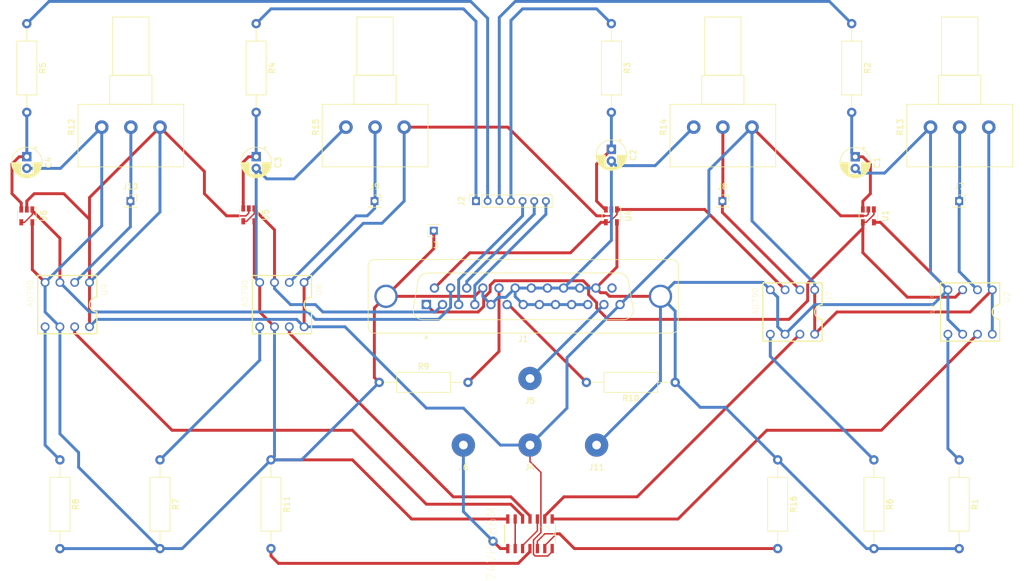
<source format=kicad_pcb>
(kicad_pcb (version 20171130) (host pcbnew "(5.0.1)-4")

  (general
    (thickness 1.6)
    (drawings 0)
    (tracks 363)
    (zones 0)
    (modules 40)
    (nets 39)
  )

  (page A4)
  (layers
    (0 F.Cu signal)
    (31 B.Cu signal)
    (32 B.Adhes user)
    (33 F.Adhes user)
    (34 B.Paste user)
    (35 F.Paste user)
    (36 B.SilkS user)
    (37 F.SilkS user)
    (38 B.Mask user)
    (39 F.Mask user)
    (40 Dwgs.User user)
    (41 Cmts.User user)
    (42 Eco1.User user)
    (43 Eco2.User user)
    (44 Edge.Cuts user)
    (45 Margin user)
    (46 B.CrtYd user)
    (47 F.CrtYd user)
    (48 B.Fab user)
    (49 F.Fab user)
  )

  (setup
    (last_trace_width 0.5)
    (trace_clearance 0.2)
    (zone_clearance 0.508)
    (zone_45_only no)
    (trace_min 0.2)
    (segment_width 0.2)
    (edge_width 0.15)
    (via_size 1.6)
    (via_drill 0.8)
    (via_min_size 0.4)
    (via_min_drill 0.3)
    (uvia_size 0.3)
    (uvia_drill 0.1)
    (uvias_allowed no)
    (uvia_min_size 0.2)
    (uvia_min_drill 0.1)
    (pcb_text_width 0.3)
    (pcb_text_size 1.5 1.5)
    (mod_edge_width 0.15)
    (mod_text_size 1 1)
    (mod_text_width 0.15)
    (pad_size 2 2)
    (pad_drill 1)
    (pad_to_mask_clearance 0.051)
    (solder_mask_min_width 0.25)
    (aux_axis_origin 0 0)
    (visible_elements 7FFFFFFF)
    (pcbplotparams
      (layerselection 0x010fc_ffffffff)
      (usegerberextensions false)
      (usegerberattributes false)
      (usegerberadvancedattributes false)
      (creategerberjobfile false)
      (excludeedgelayer true)
      (linewidth 0.100000)
      (plotframeref false)
      (viasonmask false)
      (mode 1)
      (useauxorigin false)
      (hpglpennumber 1)
      (hpglpenspeed 20)
      (hpglpendiameter 15.000000)
      (psnegative false)
      (psa4output false)
      (plotreference true)
      (plotvalue true)
      (plotinvisibletext false)
      (padsonsilk false)
      (subtractmaskfromsilk false)
      (outputformat 1)
      (mirror false)
      (drillshape 1)
      (scaleselection 1)
      (outputdirectory "../../../../../"))
  )

  (net 0 "")
  (net 1 "Net-(C3-Pad1)")
  (net 2 GND)
  (net 3 "Net-(C1-Pad1)")
  (net 4 "Net-(C2-Pad1)")
  (net 5 "Net-(C4-Pad1)")
  (net 6 "Net-(J1-Pad1)")
  (net 7 "Net-(J1-Pad2)")
  (net 8 "Net-(J1-Pad3)")
  (net 9 "Net-(J1-Pad4)")
  (net 10 "Net-(J1-Pad6)")
  (net 11 "Net-(J1-Pad12)")
  (net 12 "Net-(J1-Pad14)")
  (net 13 "Net-(J1-Pad15)")
  (net 14 "Net-(J1-Pad16)")
  (net 15 "Net-(J1-Pad18)")
  (net 16 "Net-(J1-Pad25)")
  (net 17 "Net-(U3-Pad10)")
  (net 18 "Net-(R11-Pad2)")
  (net 19 "Net-(R8-Pad1)")
  (net 20 "Net-(R6-Pad1)")
  (net 21 "Net-(R7-Pad1)")
  (net 22 "Net-(R1-Pad1)")
  (net 23 "Net-(R16-Pad2)")
  (net 24 "Net-(J2-Pad1)")
  (net 25 "Net-(J2-Pad2)")
  (net 26 "Net-(J2-Pad3)")
  (net 27 "Net-(J2-Pad4)")
  (net 28 "Net-(U2-Pad7)")
  (net 29 "Net-(U3-Pad4)")
  (net 30 "Net-(U3-Pad2)")
  (net 31 "Net-(U3-Pad5)")
  (net 32 "Net-(U3-Pad6)")
  (net 33 "Net-(J1-Pad13)")
  (net 34 "Net-(J6-Pad1)")
  (net 35 "Net-(J10-Pad1)")
  (net 36 "Net-(J9-Pad1)")
  (net 37 "Net-(J8-Pad1)")
  (net 38 "Net-(J7-Pad1)")

  (net_class Default "This is the default net class."
    (clearance 0.2)
    (trace_width 0.5)
    (via_dia 1.6)
    (via_drill 0.8)
    (uvia_dia 0.3)
    (uvia_drill 0.1)
    (add_net GND)
    (add_net "Net-(C1-Pad1)")
    (add_net "Net-(C2-Pad1)")
    (add_net "Net-(C3-Pad1)")
    (add_net "Net-(C4-Pad1)")
    (add_net "Net-(J1-Pad1)")
    (add_net "Net-(J1-Pad12)")
    (add_net "Net-(J1-Pad13)")
    (add_net "Net-(J1-Pad14)")
    (add_net "Net-(J1-Pad15)")
    (add_net "Net-(J1-Pad16)")
    (add_net "Net-(J1-Pad18)")
    (add_net "Net-(J1-Pad2)")
    (add_net "Net-(J1-Pad25)")
    (add_net "Net-(J1-Pad3)")
    (add_net "Net-(J1-Pad4)")
    (add_net "Net-(J1-Pad6)")
    (add_net "Net-(J10-Pad1)")
    (add_net "Net-(J2-Pad1)")
    (add_net "Net-(J2-Pad2)")
    (add_net "Net-(J2-Pad3)")
    (add_net "Net-(J2-Pad4)")
    (add_net "Net-(J6-Pad1)")
    (add_net "Net-(J7-Pad1)")
    (add_net "Net-(J8-Pad1)")
    (add_net "Net-(J9-Pad1)")
    (add_net "Net-(R1-Pad1)")
    (add_net "Net-(R11-Pad2)")
    (add_net "Net-(R16-Pad2)")
    (add_net "Net-(R6-Pad1)")
    (add_net "Net-(R7-Pad1)")
    (add_net "Net-(R8-Pad1)")
    (add_net "Net-(U2-Pad7)")
    (add_net "Net-(U3-Pad10)")
    (add_net "Net-(U3-Pad2)")
    (add_net "Net-(U3-Pad4)")
    (add_net "Net-(U3-Pad5)")
    (add_net "Net-(U3-Pad6)")
  )

  (module Connector_Wire:SolderWirePad_1x01_Drill1.5mm (layer F.Cu) (tedit 5AEE5EB3) (tstamp 5C11A86F)
    (at 121.92 111.76)
    (descr "Wire solder connection")
    (tags connector)
    (path /5C1A54CC)
    (attr virtual)
    (fp_text reference J6 (at 0 3.81) (layer F.SilkS)
      (effects (font (size 1 1) (thickness 0.15)))
    )
    (fp_text value Conn_01x01 (at 0 3.81) (layer F.Fab)
      (effects (font (size 1 1) (thickness 0.15)))
    )
    (fp_text user %R (at 0 0) (layer F.Fab)
      (effects (font (size 1 1) (thickness 0.15)))
    )
    (fp_line (start -2.5 -2.5) (end 2.5 -2.5) (layer F.CrtYd) (width 0.05))
    (fp_line (start -2.5 -2.5) (end -2.5 2.5) (layer F.CrtYd) (width 0.05))
    (fp_line (start 2.5 2.5) (end 2.5 -2.5) (layer F.CrtYd) (width 0.05))
    (fp_line (start 2.5 2.5) (end -2.5 2.5) (layer F.CrtYd) (width 0.05))
    (pad 1 thru_hole circle (at 0 0) (size 4.0005 4.0005) (drill 1.50114) (layers *.Cu *.Mask)
      (net 34 "Net-(J6-Pad1)"))
  )

  (module Connector_Wire:SolderWirePad_1x01_Drill1.5mm (layer F.Cu) (tedit 5AEE5EB3) (tstamp 5C11A866)
    (at 133.35 111.76 90)
    (descr "Wire solder connection")
    (tags connector)
    (path /5C174A6B)
    (attr virtual)
    (fp_text reference J4 (at -3.81 0 180) (layer F.SilkS)
      (effects (font (size 1 1) (thickness 0.15)))
    )
    (fp_text value Conn_01x01 (at 0 3.81 90) (layer F.Fab)
      (effects (font (size 1 1) (thickness 0.15)))
    )
    (fp_line (start 2.5 2.5) (end -2.5 2.5) (layer F.CrtYd) (width 0.05))
    (fp_line (start 2.5 2.5) (end 2.5 -2.5) (layer F.CrtYd) (width 0.05))
    (fp_line (start -2.5 -2.5) (end -2.5 2.5) (layer F.CrtYd) (width 0.05))
    (fp_line (start -2.5 -2.5) (end 2.5 -2.5) (layer F.CrtYd) (width 0.05))
    (fp_text user %R (at 0 0 90) (layer F.Fab)
      (effects (font (size 1 1) (thickness 0.15)))
    )
    (pad 1 thru_hole circle (at 0 0 90) (size 4.0005 4.0005) (drill 1.50114) (layers *.Cu *.Mask)
      (net 33 "Net-(J1-Pad13)"))
  )

  (module Connector_Wire:SolderWirePad_1x01_Drill1.5mm (layer F.Cu) (tedit 5AEE5EB3) (tstamp 5C11A85D)
    (at 133.35 100.33 180)
    (descr "Wire solder connection")
    (tags connector)
    (path /5C272A2D)
    (attr virtual)
    (fp_text reference J5 (at 0 -3.81 180) (layer F.SilkS)
      (effects (font (size 1 1) (thickness 0.15)))
    )
    (fp_text value Conn_01x01 (at 0 3.81 180) (layer F.Fab)
      (effects (font (size 1 1) (thickness 0.15)))
    )
    (fp_text user %R (at 0 0 180) (layer F.Fab)
      (effects (font (size 1 1) (thickness 0.15)))
    )
    (fp_line (start -2.5 -2.5) (end 2.5 -2.5) (layer F.CrtYd) (width 0.05))
    (fp_line (start -2.5 -2.5) (end -2.5 2.5) (layer F.CrtYd) (width 0.05))
    (fp_line (start 2.5 2.5) (end 2.5 -2.5) (layer F.CrtYd) (width 0.05))
    (fp_line (start 2.5 2.5) (end -2.5 2.5) (layer F.CrtYd) (width 0.05))
    (pad 1 thru_hole circle (at 0 0 180) (size 4.0005 4.0005) (drill 1.50114) (layers *.Cu *.Mask)
      (net 11 "Net-(J1-Pad12)"))
  )

  (module Connector_Wire:SolderWirePad_1x01_Drill1.5mm (layer F.Cu) (tedit 5AEE5EB3) (tstamp 5C15DF21)
    (at 144.78 111.76)
    (descr "Wire solder connection")
    (tags connector)
    (path /5C1B5AB6)
    (attr virtual)
    (fp_text reference J11 (at 0 3.81) (layer F.SilkS)
      (effects (font (size 1 1) (thickness 0.15)))
    )
    (fp_text value Conn_01x01 (at 0 3.81) (layer F.Fab)
      (effects (font (size 1 1) (thickness 0.15)))
    )
    (fp_text user %R (at 0 0) (layer F.Fab)
      (effects (font (size 1 1) (thickness 0.15)))
    )
    (fp_line (start -2.5 -2.5) (end 2.5 -2.5) (layer F.CrtYd) (width 0.05))
    (fp_line (start -2.5 -2.5) (end -2.5 2.5) (layer F.CrtYd) (width 0.05))
    (fp_line (start 2.5 2.5) (end 2.5 -2.5) (layer F.CrtYd) (width 0.05))
    (fp_line (start 2.5 2.5) (end -2.5 2.5) (layer F.CrtYd) (width 0.05))
    (pad 1 thru_hole circle (at 0 0) (size 4.0005 4.0005) (drill 1.50114) (layers *.Cu *.Mask)
      (net 2 GND))
  )

  (module Connector_PinSocket_2.00mm:PinSocket_1x01_P2.00mm_Vertical (layer F.Cu) (tedit 5A19A430) (tstamp 5C10B819)
    (at 64.77 69.85)
    (descr "Through hole straight socket strip, 1x01, 2.00mm pitch, single row (from Kicad 4.0.7), script generated")
    (tags "Through hole socket strip THT 1x01 2.00mm single row")
    (path /5C1266DF)
    (fp_text reference J10 (at 0 -2.5) (layer F.SilkS)
      (effects (font (size 1 1) (thickness 0.15)))
    )
    (fp_text value Conn_01x01 (at 0 2.5) (layer F.Fab)
      (effects (font (size 1 1) (thickness 0.15)))
    )
    (fp_line (start -1 -1) (end 0.5 -1) (layer F.Fab) (width 0.1))
    (fp_line (start 0.5 -1) (end 1 -0.5) (layer F.Fab) (width 0.1))
    (fp_line (start 1 -0.5) (end 1 1) (layer F.Fab) (width 0.1))
    (fp_line (start 1 1) (end -1 1) (layer F.Fab) (width 0.1))
    (fp_line (start -1 1) (end -1 -1) (layer F.Fab) (width 0.1))
    (fp_line (start -1.06 1.06) (end 1.06 1.06) (layer F.SilkS) (width 0.12))
    (fp_line (start -1.06 0.94) (end -1.06 1.06) (layer F.SilkS) (width 0.12))
    (fp_line (start 1.06 0.94) (end 1.06 1.06) (layer F.SilkS) (width 0.12))
    (fp_line (start 1.06 -1.06) (end 1.06 0) (layer F.SilkS) (width 0.12))
    (fp_line (start 0 -1.06) (end 1.06 -1.06) (layer F.SilkS) (width 0.12))
    (fp_line (start -1.5 -1.5) (end 1.5 -1.5) (layer F.CrtYd) (width 0.05))
    (fp_line (start 1.5 -1.5) (end 1.5 1.5) (layer F.CrtYd) (width 0.05))
    (fp_line (start 1.5 1.5) (end -1.5 1.5) (layer F.CrtYd) (width 0.05))
    (fp_line (start -1.5 1.5) (end -1.5 -1.5) (layer F.CrtYd) (width 0.05))
    (fp_text user %R (at 0 0) (layer F.Fab)
      (effects (font (size 1 1) (thickness 0.15)))
    )
    (pad 1 thru_hole rect (at 0 0) (size 1.35 1.35) (drill 0.8) (layers *.Cu *.Mask)
      (net 35 "Net-(J10-Pad1)"))
    (model ${KISYS3DMOD}/Connector_PinSocket_2.00mm.3dshapes/PinSocket_1x01_P2.00mm_Vertical.wrl
      (at (xyz 0 0 0))
      (scale (xyz 1 1 1))
      (rotate (xyz 0 0 0))
    )
  )

  (module Connector_PinSocket_2.00mm:PinSocket_1x01_P2.00mm_Vertical (layer F.Cu) (tedit 5A19A430) (tstamp 5C10B855)
    (at 207.01 69.85)
    (descr "Through hole straight socket strip, 1x01, 2.00mm pitch, single row (from Kicad 4.0.7), script generated")
    (tags "Through hole socket strip THT 1x01 2.00mm single row")
    (path /5C14C6B7)
    (fp_text reference J7 (at 0 -2.5) (layer F.SilkS)
      (effects (font (size 1 1) (thickness 0.15)))
    )
    (fp_text value Conn_01x01 (at 0 2.5) (layer F.Fab)
      (effects (font (size 1 1) (thickness 0.15)))
    )
    (fp_text user %R (at 0 0) (layer F.Fab)
      (effects (font (size 1 1) (thickness 0.15)))
    )
    (fp_line (start -1.5 1.5) (end -1.5 -1.5) (layer F.CrtYd) (width 0.05))
    (fp_line (start 1.5 1.5) (end -1.5 1.5) (layer F.CrtYd) (width 0.05))
    (fp_line (start 1.5 -1.5) (end 1.5 1.5) (layer F.CrtYd) (width 0.05))
    (fp_line (start -1.5 -1.5) (end 1.5 -1.5) (layer F.CrtYd) (width 0.05))
    (fp_line (start 0 -1.06) (end 1.06 -1.06) (layer F.SilkS) (width 0.12))
    (fp_line (start 1.06 -1.06) (end 1.06 0) (layer F.SilkS) (width 0.12))
    (fp_line (start 1.06 0.94) (end 1.06 1.06) (layer F.SilkS) (width 0.12))
    (fp_line (start -1.06 0.94) (end -1.06 1.06) (layer F.SilkS) (width 0.12))
    (fp_line (start -1.06 1.06) (end 1.06 1.06) (layer F.SilkS) (width 0.12))
    (fp_line (start -1 1) (end -1 -1) (layer F.Fab) (width 0.1))
    (fp_line (start 1 1) (end -1 1) (layer F.Fab) (width 0.1))
    (fp_line (start 1 -0.5) (end 1 1) (layer F.Fab) (width 0.1))
    (fp_line (start 0.5 -1) (end 1 -0.5) (layer F.Fab) (width 0.1))
    (fp_line (start -1 -1) (end 0.5 -1) (layer F.Fab) (width 0.1))
    (pad 1 thru_hole rect (at 0 0) (size 1.35 1.35) (drill 0.8) (layers *.Cu *.Mask)
      (net 38 "Net-(J7-Pad1)"))
    (model ${KISYS3DMOD}/Connector_PinSocket_2.00mm.3dshapes/PinSocket_1x01_P2.00mm_Vertical.wrl
      (at (xyz 0 0 0))
      (scale (xyz 1 1 1))
      (rotate (xyz 0 0 0))
    )
  )

  (module Connector_PinSocket_2.00mm:PinSocket_1x01_P2.00mm_Vertical (layer F.Cu) (tedit 5A19A430) (tstamp 5C10B841)
    (at 166.37 69.85)
    (descr "Through hole straight socket strip, 1x01, 2.00mm pitch, single row (from Kicad 4.0.7), script generated")
    (tags "Through hole socket strip THT 1x01 2.00mm single row")
    (path /5C13FC5F)
    (fp_text reference J8 (at 0 -2.5) (layer F.SilkS)
      (effects (font (size 1 1) (thickness 0.15)))
    )
    (fp_text value Conn_01x01 (at 0 2.5) (layer F.Fab)
      (effects (font (size 1 1) (thickness 0.15)))
    )
    (fp_line (start -1 -1) (end 0.5 -1) (layer F.Fab) (width 0.1))
    (fp_line (start 0.5 -1) (end 1 -0.5) (layer F.Fab) (width 0.1))
    (fp_line (start 1 -0.5) (end 1 1) (layer F.Fab) (width 0.1))
    (fp_line (start 1 1) (end -1 1) (layer F.Fab) (width 0.1))
    (fp_line (start -1 1) (end -1 -1) (layer F.Fab) (width 0.1))
    (fp_line (start -1.06 1.06) (end 1.06 1.06) (layer F.SilkS) (width 0.12))
    (fp_line (start -1.06 0.94) (end -1.06 1.06) (layer F.SilkS) (width 0.12))
    (fp_line (start 1.06 0.94) (end 1.06 1.06) (layer F.SilkS) (width 0.12))
    (fp_line (start 1.06 -1.06) (end 1.06 0) (layer F.SilkS) (width 0.12))
    (fp_line (start 0 -1.06) (end 1.06 -1.06) (layer F.SilkS) (width 0.12))
    (fp_line (start -1.5 -1.5) (end 1.5 -1.5) (layer F.CrtYd) (width 0.05))
    (fp_line (start 1.5 -1.5) (end 1.5 1.5) (layer F.CrtYd) (width 0.05))
    (fp_line (start 1.5 1.5) (end -1.5 1.5) (layer F.CrtYd) (width 0.05))
    (fp_line (start -1.5 1.5) (end -1.5 -1.5) (layer F.CrtYd) (width 0.05))
    (fp_text user %R (at 0 0) (layer F.Fab)
      (effects (font (size 1 1) (thickness 0.15)))
    )
    (pad 1 thru_hole rect (at 0 0) (size 1.35 1.35) (drill 0.8) (layers *.Cu *.Mask)
      (net 37 "Net-(J8-Pad1)"))
    (model ${KISYS3DMOD}/Connector_PinSocket_2.00mm.3dshapes/PinSocket_1x01_P2.00mm_Vertical.wrl
      (at (xyz 0 0 0))
      (scale (xyz 1 1 1))
      (rotate (xyz 0 0 0))
    )
  )

  (module Connector_PinSocket_2.00mm:PinSocket_1x01_P2.00mm_Vertical (layer F.Cu) (tedit 5A19A430) (tstamp 5C10B82D)
    (at 106.68 69.85)
    (descr "Through hole straight socket strip, 1x01, 2.00mm pitch, single row (from Kicad 4.0.7), script generated")
    (tags "Through hole socket strip THT 1x01 2.00mm single row")
    (path /5C13326A)
    (fp_text reference J9 (at 0 -2.5) (layer F.SilkS)
      (effects (font (size 1 1) (thickness 0.15)))
    )
    (fp_text value Conn_01x01 (at 0 2.5) (layer F.Fab)
      (effects (font (size 1 1) (thickness 0.15)))
    )
    (fp_text user %R (at 0 0) (layer F.Fab)
      (effects (font (size 1 1) (thickness 0.15)))
    )
    (fp_line (start -1.5 1.5) (end -1.5 -1.5) (layer F.CrtYd) (width 0.05))
    (fp_line (start 1.5 1.5) (end -1.5 1.5) (layer F.CrtYd) (width 0.05))
    (fp_line (start 1.5 -1.5) (end 1.5 1.5) (layer F.CrtYd) (width 0.05))
    (fp_line (start -1.5 -1.5) (end 1.5 -1.5) (layer F.CrtYd) (width 0.05))
    (fp_line (start 0 -1.06) (end 1.06 -1.06) (layer F.SilkS) (width 0.12))
    (fp_line (start 1.06 -1.06) (end 1.06 0) (layer F.SilkS) (width 0.12))
    (fp_line (start 1.06 0.94) (end 1.06 1.06) (layer F.SilkS) (width 0.12))
    (fp_line (start -1.06 0.94) (end -1.06 1.06) (layer F.SilkS) (width 0.12))
    (fp_line (start -1.06 1.06) (end 1.06 1.06) (layer F.SilkS) (width 0.12))
    (fp_line (start -1 1) (end -1 -1) (layer F.Fab) (width 0.1))
    (fp_line (start 1 1) (end -1 1) (layer F.Fab) (width 0.1))
    (fp_line (start 1 -0.5) (end 1 1) (layer F.Fab) (width 0.1))
    (fp_line (start 0.5 -1) (end 1 -0.5) (layer F.Fab) (width 0.1))
    (fp_line (start -1 -1) (end 0.5 -1) (layer F.Fab) (width 0.1))
    (pad 1 thru_hole rect (at 0 0) (size 1.35 1.35) (drill 0.8) (layers *.Cu *.Mask)
      (net 36 "Net-(J9-Pad1)"))
    (model ${KISYS3DMOD}/Connector_PinSocket_2.00mm.3dshapes/PinSocket_1x01_P2.00mm_Vertical.wrl
      (at (xyz 0 0 0))
      (scale (xyz 1 1 1))
      (rotate (xyz 0 0 0))
    )
  )

  (module Connector_PinSocket_2.00mm:PinSocket_1x07_P2.00mm_Vertical (layer F.Cu) (tedit 5A19A424) (tstamp 5C12E28F)
    (at 124.08 69.85 90)
    (descr "Through hole straight socket strip, 1x07, 2.00mm pitch, single row (from Kicad 4.0.7), script generated")
    (tags "Through hole socket strip THT 1x07 2.00mm single row")
    (path /5C1B3975)
    (fp_text reference J2 (at 0 -2.5 90) (layer F.SilkS)
      (effects (font (size 1 1) (thickness 0.15)))
    )
    (fp_text value Conn_01x07 (at 0 14.5 90) (layer F.Fab)
      (effects (font (size 1 1) (thickness 0.15)))
    )
    (fp_line (start -1 -1) (end 0.5 -1) (layer F.Fab) (width 0.1))
    (fp_line (start 0.5 -1) (end 1 -0.5) (layer F.Fab) (width 0.1))
    (fp_line (start 1 -0.5) (end 1 13) (layer F.Fab) (width 0.1))
    (fp_line (start 1 13) (end -1 13) (layer F.Fab) (width 0.1))
    (fp_line (start -1 13) (end -1 -1) (layer F.Fab) (width 0.1))
    (fp_line (start -1.06 1) (end 1.06 1) (layer F.SilkS) (width 0.12))
    (fp_line (start -1.06 1) (end -1.06 13.06) (layer F.SilkS) (width 0.12))
    (fp_line (start -1.06 13.06) (end 1.06 13.06) (layer F.SilkS) (width 0.12))
    (fp_line (start 1.06 1) (end 1.06 13.06) (layer F.SilkS) (width 0.12))
    (fp_line (start 1.06 -1.06) (end 1.06 0) (layer F.SilkS) (width 0.12))
    (fp_line (start 0 -1.06) (end 1.06 -1.06) (layer F.SilkS) (width 0.12))
    (fp_line (start -1.5 -1.5) (end 1.5 -1.5) (layer F.CrtYd) (width 0.05))
    (fp_line (start 1.5 -1.5) (end 1.5 13.5) (layer F.CrtYd) (width 0.05))
    (fp_line (start 1.5 13.5) (end -1.5 13.5) (layer F.CrtYd) (width 0.05))
    (fp_line (start -1.5 13.5) (end -1.5 -1.5) (layer F.CrtYd) (width 0.05))
    (fp_text user %R (at 0 6 180) (layer F.Fab)
      (effects (font (size 1 1) (thickness 0.15)))
    )
    (pad 1 thru_hole rect (at 0 0 90) (size 1.35 1.35) (drill 0.8) (layers *.Cu *.Mask)
      (net 24 "Net-(J2-Pad1)"))
    (pad 2 thru_hole oval (at 0 2 90) (size 1.35 1.35) (drill 0.8) (layers *.Cu *.Mask)
      (net 25 "Net-(J2-Pad2)"))
    (pad 3 thru_hole oval (at 0 4 90) (size 1.35 1.35) (drill 0.8) (layers *.Cu *.Mask)
      (net 26 "Net-(J2-Pad3)"))
    (pad 4 thru_hole oval (at 0 6 90) (size 1.35 1.35) (drill 0.8) (layers *.Cu *.Mask)
      (net 27 "Net-(J2-Pad4)"))
    (pad 5 thru_hole oval (at 0 8 90) (size 1.35 1.35) (drill 0.8) (layers *.Cu *.Mask)
      (net 8 "Net-(J1-Pad3)"))
    (pad 6 thru_hole oval (at 0 10 90) (size 1.35 1.35) (drill 0.8) (layers *.Cu *.Mask)
      (net 14 "Net-(J1-Pad16)"))
    (pad 7 thru_hole oval (at 0 12 90) (size 1.35 1.35) (drill 0.8) (layers *.Cu *.Mask)
      (net 9 "Net-(J1-Pad4)"))
    (model ${KISYS3DMOD}/Connector_PinSocket_2.00mm.3dshapes/PinSocket_1x07_P2.00mm_Vertical.wrl
      (at (xyz 0 0 0))
      (scale (xyz 1 1 1))
      (rotate (xyz 0 0 0))
    )
  )

  (module Resistor_THT:R_Axial_DIN0309_L9.0mm_D3.2mm_P15.24mm_Horizontal (layer F.Cu) (tedit 5AE5139B) (tstamp 5C130B77)
    (at 88.9 114.3 270)
    (descr "Resistor, Axial_DIN0309 series, Axial, Horizontal, pin pitch=15.24mm, 0.5W = 1/2W, length*diameter=9*3.2mm^2, http://cdn-reichelt.de/documents/datenblatt/B400/1_4W%23YAG.pdf")
    (tags "Resistor Axial_DIN0309 series Axial Horizontal pin pitch 15.24mm 0.5W = 1/2W length 9mm diameter 3.2mm")
    (path /5C0F53C8)
    (fp_text reference R11 (at 7.62 -2.72 270) (layer F.SilkS)
      (effects (font (size 1 1) (thickness 0.15)))
    )
    (fp_text value 1625873-3 (at 7.62 2.72 270) (layer F.Fab)
      (effects (font (size 1 1) (thickness 0.15)))
    )
    (fp_line (start 3.12 -1.6) (end 3.12 1.6) (layer F.Fab) (width 0.1))
    (fp_line (start 3.12 1.6) (end 12.12 1.6) (layer F.Fab) (width 0.1))
    (fp_line (start 12.12 1.6) (end 12.12 -1.6) (layer F.Fab) (width 0.1))
    (fp_line (start 12.12 -1.6) (end 3.12 -1.6) (layer F.Fab) (width 0.1))
    (fp_line (start 0 0) (end 3.12 0) (layer F.Fab) (width 0.1))
    (fp_line (start 15.24 0) (end 12.12 0) (layer F.Fab) (width 0.1))
    (fp_line (start 3 -1.72) (end 3 1.72) (layer F.SilkS) (width 0.12))
    (fp_line (start 3 1.72) (end 12.24 1.72) (layer F.SilkS) (width 0.12))
    (fp_line (start 12.24 1.72) (end 12.24 -1.72) (layer F.SilkS) (width 0.12))
    (fp_line (start 12.24 -1.72) (end 3 -1.72) (layer F.SilkS) (width 0.12))
    (fp_line (start 1.04 0) (end 3 0) (layer F.SilkS) (width 0.12))
    (fp_line (start 14.2 0) (end 12.24 0) (layer F.SilkS) (width 0.12))
    (fp_line (start -1.05 -1.85) (end -1.05 1.85) (layer F.CrtYd) (width 0.05))
    (fp_line (start -1.05 1.85) (end 16.29 1.85) (layer F.CrtYd) (width 0.05))
    (fp_line (start 16.29 1.85) (end 16.29 -1.85) (layer F.CrtYd) (width 0.05))
    (fp_line (start 16.29 -1.85) (end -1.05 -1.85) (layer F.CrtYd) (width 0.05))
    (fp_text user %R (at 7.62 0 270) (layer F.Fab)
      (effects (font (size 1 1) (thickness 0.15)))
    )
    (pad 1 thru_hole circle (at 0 0 270) (size 1.6 1.6) (drill 0.8) (layers *.Cu *.Mask)
      (net 2 GND))
    (pad 2 thru_hole oval (at 15.24 0 270) (size 1.6 1.6) (drill 0.8) (layers *.Cu *.Mask)
      (net 18 "Net-(R11-Pad2)"))
    (model ${KISYS3DMOD}/Resistor_THT.3dshapes/R_Axial_DIN0309_L9.0mm_D3.2mm_P15.24mm_Horizontal.wrl
      (at (xyz 0 0 0))
      (scale (xyz 1 1 1))
      (rotate (xyz 0 0 0))
    )
  )

  (module Connector_PinSocket_2.00mm:PinSocket_1x01_P2.00mm_Vertical (layer F.Cu) (tedit 5A19A430) (tstamp 5C12E2E2)
    (at 116.84 74.93 180)
    (descr "Through hole straight socket strip, 1x01, 2.00mm pitch, single row (from Kicad 4.0.7), script generated")
    (tags "Through hole socket strip THT 1x01 2.00mm single row")
    (path /5C1B1882)
    (fp_text reference J3 (at 0 -2.5 180) (layer F.SilkS)
      (effects (font (size 1 1) (thickness 0.15)))
    )
    (fp_text value Conn_01x01 (at 0 2.5 180) (layer F.Fab)
      (effects (font (size 1 1) (thickness 0.15)))
    )
    (fp_text user %R (at -1.27 -1.27 180) (layer F.Fab)
      (effects (font (size 1 1) (thickness 0.15)))
    )
    (fp_line (start -1.5 1.5) (end -1.5 -1.5) (layer F.CrtYd) (width 0.05))
    (fp_line (start 1.5 1.5) (end -1.5 1.5) (layer F.CrtYd) (width 0.05))
    (fp_line (start 1.5 -1.5) (end 1.5 1.5) (layer F.CrtYd) (width 0.05))
    (fp_line (start -1.5 -1.5) (end 1.5 -1.5) (layer F.CrtYd) (width 0.05))
    (fp_line (start 0 -1.06) (end 1.06 -1.06) (layer F.SilkS) (width 0.12))
    (fp_line (start 1.06 -1.06) (end 1.06 0) (layer F.SilkS) (width 0.12))
    (fp_line (start 1.06 0.94) (end 1.06 1.06) (layer F.SilkS) (width 0.12))
    (fp_line (start -1.06 0.94) (end -1.06 1.06) (layer F.SilkS) (width 0.12))
    (fp_line (start -1.06 1.06) (end 1.06 1.06) (layer F.SilkS) (width 0.12))
    (fp_line (start -1 1) (end -1 -1) (layer F.Fab) (width 0.1))
    (fp_line (start 1 1) (end -1 1) (layer F.Fab) (width 0.1))
    (fp_line (start 1 -0.5) (end 1 1) (layer F.Fab) (width 0.1))
    (fp_line (start 0.5 -1) (end 1 -0.5) (layer F.Fab) (width 0.1))
    (fp_line (start -1 -1) (end 0.5 -1) (layer F.Fab) (width 0.1))
    (pad 1 thru_hole rect (at 0 0 180) (size 1.35 1.35) (drill 0.8) (layers *.Cu *.Mask)
      (net 2 GND))
    (model ${KISYS3DMOD}/Connector_PinSocket_2.00mm.3dshapes/PinSocket_1x01_P2.00mm_Vertical.wrl
      (at (xyz 0 0 0))
      (scale (xyz 1 1 1))
      (rotate (xyz 0 0 0))
    )
  )

  (module Capacitor_THT:CP_Radial_D5.0mm_P2.00mm (layer F.Cu) (tedit 5AE50EF0) (tstamp 5C17CE4F)
    (at 147.32 60.96 270)
    (descr "CP, Radial series, Radial, pin pitch=2.00mm, , diameter=5mm, Electrolytic Capacitor")
    (tags "CP Radial series Radial pin pitch 2.00mm  diameter 5mm Electrolytic Capacitor")
    (path /5C2C03D6)
    (fp_text reference C2 (at 1 -3.75 270) (layer F.SilkS)
      (effects (font (size 1 1) (thickness 0.15)))
    )
    (fp_text value GRM188R60J106ME47D (at 1 3.75 270) (layer F.Fab)
      (effects (font (size 1 1) (thickness 0.15)))
    )
    (fp_circle (center 1 0) (end 3.5 0) (layer F.Fab) (width 0.1))
    (fp_circle (center 1 0) (end 3.62 0) (layer F.SilkS) (width 0.12))
    (fp_circle (center 1 0) (end 3.75 0) (layer F.CrtYd) (width 0.05))
    (fp_line (start -1.133605 -1.0875) (end -0.633605 -1.0875) (layer F.Fab) (width 0.1))
    (fp_line (start -0.883605 -1.3375) (end -0.883605 -0.8375) (layer F.Fab) (width 0.1))
    (fp_line (start 1 1.04) (end 1 2.58) (layer F.SilkS) (width 0.12))
    (fp_line (start 1 -2.58) (end 1 -1.04) (layer F.SilkS) (width 0.12))
    (fp_line (start 1.04 1.04) (end 1.04 2.58) (layer F.SilkS) (width 0.12))
    (fp_line (start 1.04 -2.58) (end 1.04 -1.04) (layer F.SilkS) (width 0.12))
    (fp_line (start 1.08 -2.579) (end 1.08 -1.04) (layer F.SilkS) (width 0.12))
    (fp_line (start 1.08 1.04) (end 1.08 2.579) (layer F.SilkS) (width 0.12))
    (fp_line (start 1.12 -2.578) (end 1.12 -1.04) (layer F.SilkS) (width 0.12))
    (fp_line (start 1.12 1.04) (end 1.12 2.578) (layer F.SilkS) (width 0.12))
    (fp_line (start 1.16 -2.576) (end 1.16 -1.04) (layer F.SilkS) (width 0.12))
    (fp_line (start 1.16 1.04) (end 1.16 2.576) (layer F.SilkS) (width 0.12))
    (fp_line (start 1.2 -2.573) (end 1.2 -1.04) (layer F.SilkS) (width 0.12))
    (fp_line (start 1.2 1.04) (end 1.2 2.573) (layer F.SilkS) (width 0.12))
    (fp_line (start 1.24 -2.569) (end 1.24 -1.04) (layer F.SilkS) (width 0.12))
    (fp_line (start 1.24 1.04) (end 1.24 2.569) (layer F.SilkS) (width 0.12))
    (fp_line (start 1.28 -2.565) (end 1.28 -1.04) (layer F.SilkS) (width 0.12))
    (fp_line (start 1.28 1.04) (end 1.28 2.565) (layer F.SilkS) (width 0.12))
    (fp_line (start 1.32 -2.561) (end 1.32 -1.04) (layer F.SilkS) (width 0.12))
    (fp_line (start 1.32 1.04) (end 1.32 2.561) (layer F.SilkS) (width 0.12))
    (fp_line (start 1.36 -2.556) (end 1.36 -1.04) (layer F.SilkS) (width 0.12))
    (fp_line (start 1.36 1.04) (end 1.36 2.556) (layer F.SilkS) (width 0.12))
    (fp_line (start 1.4 -2.55) (end 1.4 -1.04) (layer F.SilkS) (width 0.12))
    (fp_line (start 1.4 1.04) (end 1.4 2.55) (layer F.SilkS) (width 0.12))
    (fp_line (start 1.44 -2.543) (end 1.44 -1.04) (layer F.SilkS) (width 0.12))
    (fp_line (start 1.44 1.04) (end 1.44 2.543) (layer F.SilkS) (width 0.12))
    (fp_line (start 1.48 -2.536) (end 1.48 -1.04) (layer F.SilkS) (width 0.12))
    (fp_line (start 1.48 1.04) (end 1.48 2.536) (layer F.SilkS) (width 0.12))
    (fp_line (start 1.52 -2.528) (end 1.52 -1.04) (layer F.SilkS) (width 0.12))
    (fp_line (start 1.52 1.04) (end 1.52 2.528) (layer F.SilkS) (width 0.12))
    (fp_line (start 1.56 -2.52) (end 1.56 -1.04) (layer F.SilkS) (width 0.12))
    (fp_line (start 1.56 1.04) (end 1.56 2.52) (layer F.SilkS) (width 0.12))
    (fp_line (start 1.6 -2.511) (end 1.6 -1.04) (layer F.SilkS) (width 0.12))
    (fp_line (start 1.6 1.04) (end 1.6 2.511) (layer F.SilkS) (width 0.12))
    (fp_line (start 1.64 -2.501) (end 1.64 -1.04) (layer F.SilkS) (width 0.12))
    (fp_line (start 1.64 1.04) (end 1.64 2.501) (layer F.SilkS) (width 0.12))
    (fp_line (start 1.68 -2.491) (end 1.68 -1.04) (layer F.SilkS) (width 0.12))
    (fp_line (start 1.68 1.04) (end 1.68 2.491) (layer F.SilkS) (width 0.12))
    (fp_line (start 1.721 -2.48) (end 1.721 -1.04) (layer F.SilkS) (width 0.12))
    (fp_line (start 1.721 1.04) (end 1.721 2.48) (layer F.SilkS) (width 0.12))
    (fp_line (start 1.761 -2.468) (end 1.761 -1.04) (layer F.SilkS) (width 0.12))
    (fp_line (start 1.761 1.04) (end 1.761 2.468) (layer F.SilkS) (width 0.12))
    (fp_line (start 1.801 -2.455) (end 1.801 -1.04) (layer F.SilkS) (width 0.12))
    (fp_line (start 1.801 1.04) (end 1.801 2.455) (layer F.SilkS) (width 0.12))
    (fp_line (start 1.841 -2.442) (end 1.841 -1.04) (layer F.SilkS) (width 0.12))
    (fp_line (start 1.841 1.04) (end 1.841 2.442) (layer F.SilkS) (width 0.12))
    (fp_line (start 1.881 -2.428) (end 1.881 -1.04) (layer F.SilkS) (width 0.12))
    (fp_line (start 1.881 1.04) (end 1.881 2.428) (layer F.SilkS) (width 0.12))
    (fp_line (start 1.921 -2.414) (end 1.921 -1.04) (layer F.SilkS) (width 0.12))
    (fp_line (start 1.921 1.04) (end 1.921 2.414) (layer F.SilkS) (width 0.12))
    (fp_line (start 1.961 -2.398) (end 1.961 -1.04) (layer F.SilkS) (width 0.12))
    (fp_line (start 1.961 1.04) (end 1.961 2.398) (layer F.SilkS) (width 0.12))
    (fp_line (start 2.001 -2.382) (end 2.001 -1.04) (layer F.SilkS) (width 0.12))
    (fp_line (start 2.001 1.04) (end 2.001 2.382) (layer F.SilkS) (width 0.12))
    (fp_line (start 2.041 -2.365) (end 2.041 -1.04) (layer F.SilkS) (width 0.12))
    (fp_line (start 2.041 1.04) (end 2.041 2.365) (layer F.SilkS) (width 0.12))
    (fp_line (start 2.081 -2.348) (end 2.081 -1.04) (layer F.SilkS) (width 0.12))
    (fp_line (start 2.081 1.04) (end 2.081 2.348) (layer F.SilkS) (width 0.12))
    (fp_line (start 2.121 -2.329) (end 2.121 -1.04) (layer F.SilkS) (width 0.12))
    (fp_line (start 2.121 1.04) (end 2.121 2.329) (layer F.SilkS) (width 0.12))
    (fp_line (start 2.161 -2.31) (end 2.161 -1.04) (layer F.SilkS) (width 0.12))
    (fp_line (start 2.161 1.04) (end 2.161 2.31) (layer F.SilkS) (width 0.12))
    (fp_line (start 2.201 -2.29) (end 2.201 -1.04) (layer F.SilkS) (width 0.12))
    (fp_line (start 2.201 1.04) (end 2.201 2.29) (layer F.SilkS) (width 0.12))
    (fp_line (start 2.241 -2.268) (end 2.241 -1.04) (layer F.SilkS) (width 0.12))
    (fp_line (start 2.241 1.04) (end 2.241 2.268) (layer F.SilkS) (width 0.12))
    (fp_line (start 2.281 -2.247) (end 2.281 -1.04) (layer F.SilkS) (width 0.12))
    (fp_line (start 2.281 1.04) (end 2.281 2.247) (layer F.SilkS) (width 0.12))
    (fp_line (start 2.321 -2.224) (end 2.321 -1.04) (layer F.SilkS) (width 0.12))
    (fp_line (start 2.321 1.04) (end 2.321 2.224) (layer F.SilkS) (width 0.12))
    (fp_line (start 2.361 -2.2) (end 2.361 -1.04) (layer F.SilkS) (width 0.12))
    (fp_line (start 2.361 1.04) (end 2.361 2.2) (layer F.SilkS) (width 0.12))
    (fp_line (start 2.401 -2.175) (end 2.401 -1.04) (layer F.SilkS) (width 0.12))
    (fp_line (start 2.401 1.04) (end 2.401 2.175) (layer F.SilkS) (width 0.12))
    (fp_line (start 2.441 -2.149) (end 2.441 -1.04) (layer F.SilkS) (width 0.12))
    (fp_line (start 2.441 1.04) (end 2.441 2.149) (layer F.SilkS) (width 0.12))
    (fp_line (start 2.481 -2.122) (end 2.481 -1.04) (layer F.SilkS) (width 0.12))
    (fp_line (start 2.481 1.04) (end 2.481 2.122) (layer F.SilkS) (width 0.12))
    (fp_line (start 2.521 -2.095) (end 2.521 -1.04) (layer F.SilkS) (width 0.12))
    (fp_line (start 2.521 1.04) (end 2.521 2.095) (layer F.SilkS) (width 0.12))
    (fp_line (start 2.561 -2.065) (end 2.561 -1.04) (layer F.SilkS) (width 0.12))
    (fp_line (start 2.561 1.04) (end 2.561 2.065) (layer F.SilkS) (width 0.12))
    (fp_line (start 2.601 -2.035) (end 2.601 -1.04) (layer F.SilkS) (width 0.12))
    (fp_line (start 2.601 1.04) (end 2.601 2.035) (layer F.SilkS) (width 0.12))
    (fp_line (start 2.641 -2.004) (end 2.641 -1.04) (layer F.SilkS) (width 0.12))
    (fp_line (start 2.641 1.04) (end 2.641 2.004) (layer F.SilkS) (width 0.12))
    (fp_line (start 2.681 -1.971) (end 2.681 -1.04) (layer F.SilkS) (width 0.12))
    (fp_line (start 2.681 1.04) (end 2.681 1.971) (layer F.SilkS) (width 0.12))
    (fp_line (start 2.721 -1.937) (end 2.721 -1.04) (layer F.SilkS) (width 0.12))
    (fp_line (start 2.721 1.04) (end 2.721 1.937) (layer F.SilkS) (width 0.12))
    (fp_line (start 2.761 -1.901) (end 2.761 -1.04) (layer F.SilkS) (width 0.12))
    (fp_line (start 2.761 1.04) (end 2.761 1.901) (layer F.SilkS) (width 0.12))
    (fp_line (start 2.801 -1.864) (end 2.801 -1.04) (layer F.SilkS) (width 0.12))
    (fp_line (start 2.801 1.04) (end 2.801 1.864) (layer F.SilkS) (width 0.12))
    (fp_line (start 2.841 -1.826) (end 2.841 -1.04) (layer F.SilkS) (width 0.12))
    (fp_line (start 2.841 1.04) (end 2.841 1.826) (layer F.SilkS) (width 0.12))
    (fp_line (start 2.881 -1.785) (end 2.881 -1.04) (layer F.SilkS) (width 0.12))
    (fp_line (start 2.881 1.04) (end 2.881 1.785) (layer F.SilkS) (width 0.12))
    (fp_line (start 2.921 -1.743) (end 2.921 -1.04) (layer F.SilkS) (width 0.12))
    (fp_line (start 2.921 1.04) (end 2.921 1.743) (layer F.SilkS) (width 0.12))
    (fp_line (start 2.961 -1.699) (end 2.961 -1.04) (layer F.SilkS) (width 0.12))
    (fp_line (start 2.961 1.04) (end 2.961 1.699) (layer F.SilkS) (width 0.12))
    (fp_line (start 3.001 -1.653) (end 3.001 -1.04) (layer F.SilkS) (width 0.12))
    (fp_line (start 3.001 1.04) (end 3.001 1.653) (layer F.SilkS) (width 0.12))
    (fp_line (start 3.041 -1.605) (end 3.041 1.605) (layer F.SilkS) (width 0.12))
    (fp_line (start 3.081 -1.554) (end 3.081 1.554) (layer F.SilkS) (width 0.12))
    (fp_line (start 3.121 -1.5) (end 3.121 1.5) (layer F.SilkS) (width 0.12))
    (fp_line (start 3.161 -1.443) (end 3.161 1.443) (layer F.SilkS) (width 0.12))
    (fp_line (start 3.201 -1.383) (end 3.201 1.383) (layer F.SilkS) (width 0.12))
    (fp_line (start 3.241 -1.319) (end 3.241 1.319) (layer F.SilkS) (width 0.12))
    (fp_line (start 3.281 -1.251) (end 3.281 1.251) (layer F.SilkS) (width 0.12))
    (fp_line (start 3.321 -1.178) (end 3.321 1.178) (layer F.SilkS) (width 0.12))
    (fp_line (start 3.361 -1.098) (end 3.361 1.098) (layer F.SilkS) (width 0.12))
    (fp_line (start 3.401 -1.011) (end 3.401 1.011) (layer F.SilkS) (width 0.12))
    (fp_line (start 3.441 -0.915) (end 3.441 0.915) (layer F.SilkS) (width 0.12))
    (fp_line (start 3.481 -0.805) (end 3.481 0.805) (layer F.SilkS) (width 0.12))
    (fp_line (start 3.521 -0.677) (end 3.521 0.677) (layer F.SilkS) (width 0.12))
    (fp_line (start 3.561 -0.518) (end 3.561 0.518) (layer F.SilkS) (width 0.12))
    (fp_line (start 3.601 -0.284) (end 3.601 0.284) (layer F.SilkS) (width 0.12))
    (fp_line (start -1.804775 -1.475) (end -1.304775 -1.475) (layer F.SilkS) (width 0.12))
    (fp_line (start -1.554775 -1.725) (end -1.554775 -1.225) (layer F.SilkS) (width 0.12))
    (fp_text user %R (at 1 0 270) (layer F.Fab)
      (effects (font (size 1 1) (thickness 0.15)))
    )
    (pad 1 thru_hole rect (at 0 0 270) (size 1.6 1.6) (drill 0.8) (layers *.Cu *.Mask)
      (net 4 "Net-(C2-Pad1)"))
    (pad 2 thru_hole circle (at 2 0 270) (size 1.6 1.6) (drill 0.8) (layers *.Cu *.Mask)
      (net 2 GND))
    (model ${KISYS3DMOD}/Capacitor_THT.3dshapes/CP_Radial_D5.0mm_P2.00mm.wrl
      (at (xyz 0 0 0))
      (scale (xyz 1 1 1))
      (rotate (xyz 0 0 0))
    )
  )

  (module Package_TO_SOT_SMD:SOT-23-5 (layer F.Cu) (tedit 5A02FF57) (tstamp 5C17CCEC)
    (at 46.99 72.39 270)
    (descr "5-pin SOT23 package")
    (tags SOT-23-5)
    (path /5C0CB73D)
    (attr smd)
    (fp_text reference U6 (at 0 -2.9 270) (layer F.SilkS)
      (effects (font (size 1 1) (thickness 0.15)))
    )
    (fp_text value MCP6001R (at 0 2.9 270) (layer F.Fab)
      (effects (font (size 1 1) (thickness 0.15)))
    )
    (fp_text user %R (at 0 0) (layer F.Fab)
      (effects (font (size 0.5 0.5) (thickness 0.075)))
    )
    (fp_line (start -0.9 1.61) (end 0.9 1.61) (layer F.SilkS) (width 0.12))
    (fp_line (start 0.9 -1.61) (end -1.55 -1.61) (layer F.SilkS) (width 0.12))
    (fp_line (start -1.9 -1.8) (end 1.9 -1.8) (layer F.CrtYd) (width 0.05))
    (fp_line (start 1.9 -1.8) (end 1.9 1.8) (layer F.CrtYd) (width 0.05))
    (fp_line (start 1.9 1.8) (end -1.9 1.8) (layer F.CrtYd) (width 0.05))
    (fp_line (start -1.9 1.8) (end -1.9 -1.8) (layer F.CrtYd) (width 0.05))
    (fp_line (start -0.9 -0.9) (end -0.25 -1.55) (layer F.Fab) (width 0.1))
    (fp_line (start 0.9 -1.55) (end -0.25 -1.55) (layer F.Fab) (width 0.1))
    (fp_line (start -0.9 -0.9) (end -0.9 1.55) (layer F.Fab) (width 0.1))
    (fp_line (start 0.9 1.55) (end -0.9 1.55) (layer F.Fab) (width 0.1))
    (fp_line (start 0.9 -1.55) (end 0.9 1.55) (layer F.Fab) (width 0.1))
    (pad 1 smd rect (at -1.1 -0.95 270) (size 1.06 0.65) (layers F.Cu F.Paste F.Mask)
      (net 13 "Net-(J1-Pad15)"))
    (pad 2 smd rect (at -1.1 0 270) (size 1.06 0.65) (layers F.Cu F.Paste F.Mask)
      (net 33 "Net-(J1-Pad13)"))
    (pad 3 smd rect (at -1.1 0.95 270) (size 1.06 0.65) (layers F.Cu F.Paste F.Mask)
      (net 5 "Net-(C4-Pad1)"))
    (pad 4 smd rect (at 1.1 0.95 270) (size 1.06 0.65) (layers F.Cu F.Paste F.Mask)
      (net 13 "Net-(J1-Pad15)"))
    (pad 5 smd rect (at 1.1 -0.95 270) (size 1.06 0.65) (layers F.Cu F.Paste F.Mask)
      (net 2 GND))
    (model ${KISYS3DMOD}/Package_TO_SOT_SMD.3dshapes/SOT-23-5.wrl
      (at (xyz 0 0 0))
      (scale (xyz 1 1 1))
      (rotate (xyz 0 0 0))
    )
  )

  (module Potentiometer_THT:Potentiometer_Alps_RK163_Single_Horizontal (layer F.Cu) (tedit 5A3D4993) (tstamp 5C17CCD7)
    (at 111.76 57.15 90)
    (descr "Potentiometer, horizontal, Alps RK163 Single, http://www.alps.com/prod/info/E/HTML/Potentiometer/RotaryPotentiometers/RK16/RK16_list.html")
    (tags "Potentiometer horizontal Alps RK163 Single")
    (path /5C0DEFB3)
    (fp_text reference R15 (at 0 -15.2 90) (layer F.SilkS)
      (effects (font (size 1 1) (thickness 0.15)))
    )
    (fp_text value RK163 (at 0 5.2 90) (layer F.Fab)
      (effects (font (size 1 1) (thickness 0.15)))
    )
    (fp_text user %R (at -1.45 -5 90) (layer F.Fab)
      (effects (font (size 1 1) (thickness 0.15)))
    )
    (fp_line (start 19.05 -14.2) (end -6.95 -14.2) (layer F.CrtYd) (width 0.05))
    (fp_line (start 19.05 4.2) (end 19.05 -14.2) (layer F.CrtYd) (width 0.05))
    (fp_line (start -6.95 4.2) (end 19.05 4.2) (layer F.CrtYd) (width 0.05))
    (fp_line (start -6.95 -14.2) (end -6.95 4.2) (layer F.CrtYd) (width 0.05))
    (fp_line (start 18.92 -8.12) (end 18.92 -1.879) (layer F.SilkS) (width 0.12))
    (fp_line (start 8.92 -8.12) (end 8.92 -1.879) (layer F.SilkS) (width 0.12))
    (fp_line (start 8.92 -1.879) (end 18.92 -1.879) (layer F.SilkS) (width 0.12))
    (fp_line (start 8.92 -8.12) (end 18.92 -8.12) (layer F.SilkS) (width 0.12))
    (fp_line (start 8.92 -8.62) (end 8.92 -1.38) (layer F.SilkS) (width 0.12))
    (fp_line (start 3.92 -8.62) (end 3.92 -1.38) (layer F.SilkS) (width 0.12))
    (fp_line (start 3.92 -1.38) (end 8.92 -1.38) (layer F.SilkS) (width 0.12))
    (fp_line (start 3.92 -8.62) (end 8.92 -8.62) (layer F.SilkS) (width 0.12))
    (fp_line (start 3.92 -14.07) (end 3.92 4.07) (layer F.SilkS) (width 0.12))
    (fp_line (start -6.82 -14.07) (end -6.82 4.07) (layer F.SilkS) (width 0.12))
    (fp_line (start -6.82 4.07) (end 3.92 4.07) (layer F.SilkS) (width 0.12))
    (fp_line (start -6.82 -14.07) (end 3.92 -14.07) (layer F.SilkS) (width 0.12))
    (fp_line (start 18.8 -8) (end 8.8 -8) (layer F.Fab) (width 0.1))
    (fp_line (start 18.8 -2) (end 18.8 -8) (layer F.Fab) (width 0.1))
    (fp_line (start 8.8 -2) (end 18.8 -2) (layer F.Fab) (width 0.1))
    (fp_line (start 8.8 -8) (end 8.8 -2) (layer F.Fab) (width 0.1))
    (fp_line (start 8.8 -8.5) (end 3.8 -8.5) (layer F.Fab) (width 0.1))
    (fp_line (start 8.8 -1.5) (end 8.8 -8.5) (layer F.Fab) (width 0.1))
    (fp_line (start 3.8 -1.5) (end 8.8 -1.5) (layer F.Fab) (width 0.1))
    (fp_line (start 3.8 -8.5) (end 3.8 -1.5) (layer F.Fab) (width 0.1))
    (fp_line (start 3.8 -13.95) (end -6.7 -13.95) (layer F.Fab) (width 0.1))
    (fp_line (start 3.8 3.95) (end 3.8 -13.95) (layer F.Fab) (width 0.1))
    (fp_line (start -6.7 3.95) (end 3.8 3.95) (layer F.Fab) (width 0.1))
    (fp_line (start -6.7 -13.95) (end -6.7 3.95) (layer F.Fab) (width 0.1))
    (pad 1 thru_hole circle (at 0 0 90) (size 2.34 2.34) (drill 1.3) (layers *.Cu *.Mask)
      (net 33 "Net-(J1-Pad13)"))
    (pad 2 thru_hole circle (at 0 -5 90) (size 2.34 2.34) (drill 1.3) (layers *.Cu *.Mask)
      (net 36 "Net-(J9-Pad1)"))
    (pad 3 thru_hole circle (at 0 -10 90) (size 2.34 2.34) (drill 1.3) (layers *.Cu *.Mask)
      (net 2 GND))
    (model ${KISYS3DMOD}/Potentiometer_THT.3dshapes/Potentiometer_Alps_RK163_Single_Horizontal.wrl
      (at (xyz 0 0 0))
      (scale (xyz 1 1 1))
      (rotate (xyz 0 0 0))
    )
  )

  (module Package_TO_SOT_SMD:SOT-23-5 (layer F.Cu) (tedit 5A02FF57) (tstamp 5C17CD2B)
    (at 147.32 72.39 270)
    (descr "5-pin SOT23 package")
    (tags SOT-23-5)
    (path /5C0C6FC0)
    (attr smd)
    (fp_text reference U4 (at 0 -2.9 270) (layer F.SilkS)
      (effects (font (size 1 1) (thickness 0.15)))
    )
    (fp_text value MCP6001R (at 0 2.9 270) (layer F.Fab)
      (effects (font (size 1 1) (thickness 0.15)))
    )
    (fp_line (start 0.9 -1.55) (end 0.9 1.55) (layer F.Fab) (width 0.1))
    (fp_line (start 0.9 1.55) (end -0.9 1.55) (layer F.Fab) (width 0.1))
    (fp_line (start -0.9 -0.9) (end -0.9 1.55) (layer F.Fab) (width 0.1))
    (fp_line (start 0.9 -1.55) (end -0.25 -1.55) (layer F.Fab) (width 0.1))
    (fp_line (start -0.9 -0.9) (end -0.25 -1.55) (layer F.Fab) (width 0.1))
    (fp_line (start -1.9 1.8) (end -1.9 -1.8) (layer F.CrtYd) (width 0.05))
    (fp_line (start 1.9 1.8) (end -1.9 1.8) (layer F.CrtYd) (width 0.05))
    (fp_line (start 1.9 -1.8) (end 1.9 1.8) (layer F.CrtYd) (width 0.05))
    (fp_line (start -1.9 -1.8) (end 1.9 -1.8) (layer F.CrtYd) (width 0.05))
    (fp_line (start 0.9 -1.61) (end -1.55 -1.61) (layer F.SilkS) (width 0.12))
    (fp_line (start -0.9 1.61) (end 0.9 1.61) (layer F.SilkS) (width 0.12))
    (fp_text user %R (at 0 0) (layer F.Fab)
      (effects (font (size 0.5 0.5) (thickness 0.075)))
    )
    (pad 5 smd rect (at 1.1 -0.95 270) (size 1.06 0.65) (layers F.Cu F.Paste F.Mask)
      (net 2 GND))
    (pad 4 smd rect (at 1.1 0.95 270) (size 1.06 0.65) (layers F.Cu F.Paste F.Mask)
      (net 12 "Net-(J1-Pad14)"))
    (pad 3 smd rect (at -1.1 0.95 270) (size 1.06 0.65) (layers F.Cu F.Paste F.Mask)
      (net 4 "Net-(C2-Pad1)"))
    (pad 2 smd rect (at -1.1 0 270) (size 1.06 0.65) (layers F.Cu F.Paste F.Mask)
      (net 33 "Net-(J1-Pad13)"))
    (pad 1 smd rect (at -1.1 -0.95 270) (size 1.06 0.65) (layers F.Cu F.Paste F.Mask)
      (net 12 "Net-(J1-Pad14)"))
    (model ${KISYS3DMOD}/Package_TO_SOT_SMD.3dshapes/SOT-23-5.wrl
      (at (xyz 0 0 0))
      (scale (xyz 1 1 1))
      (rotate (xyz 0 0 0))
    )
  )

  (module Package_TO_SOT_SMD:SOT-23-5 (layer F.Cu) (tedit 5A02FF57) (tstamp 5C17CD16)
    (at 85.09 72.22 270)
    (descr "5-pin SOT23 package")
    (tags SOT-23-5)
    (path /5C0C8AB0)
    (attr smd)
    (fp_text reference U5 (at 0 -2.9 270) (layer F.SilkS)
      (effects (font (size 1 1) (thickness 0.15)))
    )
    (fp_text value MCP6001R (at 0 2.9 270) (layer F.Fab)
      (effects (font (size 1 1) (thickness 0.15)))
    )
    (fp_text user %R (at 0 0) (layer F.Fab)
      (effects (font (size 0.5 0.5) (thickness 0.075)))
    )
    (fp_line (start -0.9 1.61) (end 0.9 1.61) (layer F.SilkS) (width 0.12))
    (fp_line (start 0.9 -1.61) (end -1.55 -1.61) (layer F.SilkS) (width 0.12))
    (fp_line (start -1.9 -1.8) (end 1.9 -1.8) (layer F.CrtYd) (width 0.05))
    (fp_line (start 1.9 -1.8) (end 1.9 1.8) (layer F.CrtYd) (width 0.05))
    (fp_line (start 1.9 1.8) (end -1.9 1.8) (layer F.CrtYd) (width 0.05))
    (fp_line (start -1.9 1.8) (end -1.9 -1.8) (layer F.CrtYd) (width 0.05))
    (fp_line (start -0.9 -0.9) (end -0.25 -1.55) (layer F.Fab) (width 0.1))
    (fp_line (start 0.9 -1.55) (end -0.25 -1.55) (layer F.Fab) (width 0.1))
    (fp_line (start -0.9 -0.9) (end -0.9 1.55) (layer F.Fab) (width 0.1))
    (fp_line (start 0.9 1.55) (end -0.9 1.55) (layer F.Fab) (width 0.1))
    (fp_line (start 0.9 -1.55) (end 0.9 1.55) (layer F.Fab) (width 0.1))
    (pad 1 smd rect (at -1.1 -0.95 270) (size 1.06 0.65) (layers F.Cu F.Paste F.Mask)
      (net 7 "Net-(J1-Pad2)"))
    (pad 2 smd rect (at -1.1 0 270) (size 1.06 0.65) (layers F.Cu F.Paste F.Mask)
      (net 33 "Net-(J1-Pad13)"))
    (pad 3 smd rect (at -1.1 0.95 270) (size 1.06 0.65) (layers F.Cu F.Paste F.Mask)
      (net 1 "Net-(C3-Pad1)"))
    (pad 4 smd rect (at 1.1 0.95 270) (size 1.06 0.65) (layers F.Cu F.Paste F.Mask)
      (net 7 "Net-(J1-Pad2)"))
    (pad 5 smd rect (at 1.1 -0.95 270) (size 1.06 0.65) (layers F.Cu F.Paste F.Mask)
      (net 2 GND))
    (model ${KISYS3DMOD}/Package_TO_SOT_SMD.3dshapes/SOT-23-5.wrl
      (at (xyz 0 0 0))
      (scale (xyz 1 1 1))
      (rotate (xyz 0 0 0))
    )
  )

  (module Package_TO_SOT_SMD:SOT-23-5 (layer F.Cu) (tedit 5A02FF57) (tstamp 5C17CD01)
    (at 191.42337 72.39 270)
    (descr "5-pin SOT23 package")
    (tags SOT-23-5)
    (path /5C0BE00C)
    (attr smd)
    (fp_text reference U1 (at 0 -2.9 270) (layer F.SilkS)
      (effects (font (size 1 1) (thickness 0.15)))
    )
    (fp_text value MCP6001R (at 0 2.9 270) (layer F.Fab)
      (effects (font (size 1 1) (thickness 0.15)))
    )
    (fp_line (start 0.9 -1.55) (end 0.9 1.55) (layer F.Fab) (width 0.1))
    (fp_line (start 0.9 1.55) (end -0.9 1.55) (layer F.Fab) (width 0.1))
    (fp_line (start -0.9 -0.9) (end -0.9 1.55) (layer F.Fab) (width 0.1))
    (fp_line (start 0.9 -1.55) (end -0.25 -1.55) (layer F.Fab) (width 0.1))
    (fp_line (start -0.9 -0.9) (end -0.25 -1.55) (layer F.Fab) (width 0.1))
    (fp_line (start -1.9 1.8) (end -1.9 -1.8) (layer F.CrtYd) (width 0.05))
    (fp_line (start 1.9 1.8) (end -1.9 1.8) (layer F.CrtYd) (width 0.05))
    (fp_line (start 1.9 -1.8) (end 1.9 1.8) (layer F.CrtYd) (width 0.05))
    (fp_line (start -1.9 -1.8) (end 1.9 -1.8) (layer F.CrtYd) (width 0.05))
    (fp_line (start 0.9 -1.61) (end -1.55 -1.61) (layer F.SilkS) (width 0.12))
    (fp_line (start -0.9 1.61) (end 0.9 1.61) (layer F.SilkS) (width 0.12))
    (fp_text user %R (at 0 0) (layer F.Fab)
      (effects (font (size 0.5 0.5) (thickness 0.075)))
    )
    (pad 5 smd rect (at 1.1 -0.95 270) (size 1.06 0.65) (layers F.Cu F.Paste F.Mask)
      (net 2 GND))
    (pad 4 smd rect (at 1.1 0.95 270) (size 1.06 0.65) (layers F.Cu F.Paste F.Mask)
      (net 6 "Net-(J1-Pad1)"))
    (pad 3 smd rect (at -1.1 0.95 270) (size 1.06 0.65) (layers F.Cu F.Paste F.Mask)
      (net 3 "Net-(C1-Pad1)"))
    (pad 2 smd rect (at -1.1 0 270) (size 1.06 0.65) (layers F.Cu F.Paste F.Mask)
      (net 33 "Net-(J1-Pad13)"))
    (pad 1 smd rect (at -1.1 -0.95 270) (size 1.06 0.65) (layers F.Cu F.Paste F.Mask)
      (net 6 "Net-(J1-Pad1)"))
    (model ${KISYS3DMOD}/Package_TO_SOT_SMD.3dshapes/SOT-23-5.wrl
      (at (xyz 0 0 0))
      (scale (xyz 1 1 1))
      (rotate (xyz 0 0 0))
    )
  )

  (module Potentiometer_THT:Potentiometer_Alps_RK163_Single_Horizontal (layer F.Cu) (tedit 5A3D4993) (tstamp 5C17CCB3)
    (at 171.45 57.15 90)
    (descr "Potentiometer, horizontal, Alps RK163 Single, http://www.alps.com/prod/info/E/HTML/Potentiometer/RotaryPotentiometers/RK16/RK16_list.html")
    (tags "Potentiometer horizontal Alps RK163 Single")
    (path /5C1197A8)
    (fp_text reference R14 (at 0 -15.2 90) (layer F.SilkS)
      (effects (font (size 1 1) (thickness 0.15)))
    )
    (fp_text value RK163 (at 0 5.2 90) (layer F.Fab)
      (effects (font (size 1 1) (thickness 0.15)))
    )
    (fp_line (start -6.7 -13.95) (end -6.7 3.95) (layer F.Fab) (width 0.1))
    (fp_line (start -6.7 3.95) (end 3.8 3.95) (layer F.Fab) (width 0.1))
    (fp_line (start 3.8 3.95) (end 3.8 -13.95) (layer F.Fab) (width 0.1))
    (fp_line (start 3.8 -13.95) (end -6.7 -13.95) (layer F.Fab) (width 0.1))
    (fp_line (start 3.8 -8.5) (end 3.8 -1.5) (layer F.Fab) (width 0.1))
    (fp_line (start 3.8 -1.5) (end 8.8 -1.5) (layer F.Fab) (width 0.1))
    (fp_line (start 8.8 -1.5) (end 8.8 -8.5) (layer F.Fab) (width 0.1))
    (fp_line (start 8.8 -8.5) (end 3.8 -8.5) (layer F.Fab) (width 0.1))
    (fp_line (start 8.8 -8) (end 8.8 -2) (layer F.Fab) (width 0.1))
    (fp_line (start 8.8 -2) (end 18.8 -2) (layer F.Fab) (width 0.1))
    (fp_line (start 18.8 -2) (end 18.8 -8) (layer F.Fab) (width 0.1))
    (fp_line (start 18.8 -8) (end 8.8 -8) (layer F.Fab) (width 0.1))
    (fp_line (start -6.82 -14.07) (end 3.92 -14.07) (layer F.SilkS) (width 0.12))
    (fp_line (start -6.82 4.07) (end 3.92 4.07) (layer F.SilkS) (width 0.12))
    (fp_line (start -6.82 -14.07) (end -6.82 4.07) (layer F.SilkS) (width 0.12))
    (fp_line (start 3.92 -14.07) (end 3.92 4.07) (layer F.SilkS) (width 0.12))
    (fp_line (start 3.92 -8.62) (end 8.92 -8.62) (layer F.SilkS) (width 0.12))
    (fp_line (start 3.92 -1.38) (end 8.92 -1.38) (layer F.SilkS) (width 0.12))
    (fp_line (start 3.92 -8.62) (end 3.92 -1.38) (layer F.SilkS) (width 0.12))
    (fp_line (start 8.92 -8.62) (end 8.92 -1.38) (layer F.SilkS) (width 0.12))
    (fp_line (start 8.92 -8.12) (end 18.92 -8.12) (layer F.SilkS) (width 0.12))
    (fp_line (start 8.92 -1.879) (end 18.92 -1.879) (layer F.SilkS) (width 0.12))
    (fp_line (start 8.92 -8.12) (end 8.92 -1.879) (layer F.SilkS) (width 0.12))
    (fp_line (start 18.92 -8.12) (end 18.92 -1.879) (layer F.SilkS) (width 0.12))
    (fp_line (start -6.95 -14.2) (end -6.95 4.2) (layer F.CrtYd) (width 0.05))
    (fp_line (start -6.95 4.2) (end 19.05 4.2) (layer F.CrtYd) (width 0.05))
    (fp_line (start 19.05 4.2) (end 19.05 -14.2) (layer F.CrtYd) (width 0.05))
    (fp_line (start 19.05 -14.2) (end -6.95 -14.2) (layer F.CrtYd) (width 0.05))
    (fp_text user %R (at -1.45 -5 90) (layer F.Fab)
      (effects (font (size 1 1) (thickness 0.15)))
    )
    (pad 3 thru_hole circle (at 0 -10 90) (size 2.34 2.34) (drill 1.3) (layers *.Cu *.Mask)
      (net 2 GND))
    (pad 2 thru_hole circle (at 0 -5 90) (size 2.34 2.34) (drill 1.3) (layers *.Cu *.Mask)
      (net 37 "Net-(J8-Pad1)"))
    (pad 1 thru_hole circle (at 0 0 90) (size 2.34 2.34) (drill 1.3) (layers *.Cu *.Mask)
      (net 33 "Net-(J1-Pad13)"))
    (model ${KISYS3DMOD}/Potentiometer_THT.3dshapes/Potentiometer_Alps_RK163_Single_Horizontal.wrl
      (at (xyz 0 0 0))
      (scale (xyz 1 1 1))
      (rotate (xyz 0 0 0))
    )
  )

  (module Capacitor_THT:CP_Radial_D5.0mm_P2.00mm (layer F.Cu) (tedit 5AE50EF0) (tstamp 5C17CF55)
    (at 86.36 62.23 270)
    (descr "CP, Radial series, Radial, pin pitch=2.00mm, , diameter=5mm, Electrolytic Capacitor")
    (tags "CP Radial series Radial pin pitch 2.00mm  diameter 5mm Electrolytic Capacitor")
    (path /5C2CAFB0)
    (fp_text reference C3 (at 1 -3.75 270) (layer F.SilkS)
      (effects (font (size 1 1) (thickness 0.15)))
    )
    (fp_text value GRM188R60J106ME47D (at 1 3.75 270) (layer F.Fab)
      (effects (font (size 1 1) (thickness 0.15)))
    )
    (fp_circle (center 1 0) (end 3.5 0) (layer F.Fab) (width 0.1))
    (fp_circle (center 1 0) (end 3.62 0) (layer F.SilkS) (width 0.12))
    (fp_circle (center 1 0) (end 3.75 0) (layer F.CrtYd) (width 0.05))
    (fp_line (start -1.133605 -1.0875) (end -0.633605 -1.0875) (layer F.Fab) (width 0.1))
    (fp_line (start -0.883605 -1.3375) (end -0.883605 -0.8375) (layer F.Fab) (width 0.1))
    (fp_line (start 1 1.04) (end 1 2.58) (layer F.SilkS) (width 0.12))
    (fp_line (start 1 -2.58) (end 1 -1.04) (layer F.SilkS) (width 0.12))
    (fp_line (start 1.04 1.04) (end 1.04 2.58) (layer F.SilkS) (width 0.12))
    (fp_line (start 1.04 -2.58) (end 1.04 -1.04) (layer F.SilkS) (width 0.12))
    (fp_line (start 1.08 -2.579) (end 1.08 -1.04) (layer F.SilkS) (width 0.12))
    (fp_line (start 1.08 1.04) (end 1.08 2.579) (layer F.SilkS) (width 0.12))
    (fp_line (start 1.12 -2.578) (end 1.12 -1.04) (layer F.SilkS) (width 0.12))
    (fp_line (start 1.12 1.04) (end 1.12 2.578) (layer F.SilkS) (width 0.12))
    (fp_line (start 1.16 -2.576) (end 1.16 -1.04) (layer F.SilkS) (width 0.12))
    (fp_line (start 1.16 1.04) (end 1.16 2.576) (layer F.SilkS) (width 0.12))
    (fp_line (start 1.2 -2.573) (end 1.2 -1.04) (layer F.SilkS) (width 0.12))
    (fp_line (start 1.2 1.04) (end 1.2 2.573) (layer F.SilkS) (width 0.12))
    (fp_line (start 1.24 -2.569) (end 1.24 -1.04) (layer F.SilkS) (width 0.12))
    (fp_line (start 1.24 1.04) (end 1.24 2.569) (layer F.SilkS) (width 0.12))
    (fp_line (start 1.28 -2.565) (end 1.28 -1.04) (layer F.SilkS) (width 0.12))
    (fp_line (start 1.28 1.04) (end 1.28 2.565) (layer F.SilkS) (width 0.12))
    (fp_line (start 1.32 -2.561) (end 1.32 -1.04) (layer F.SilkS) (width 0.12))
    (fp_line (start 1.32 1.04) (end 1.32 2.561) (layer F.SilkS) (width 0.12))
    (fp_line (start 1.36 -2.556) (end 1.36 -1.04) (layer F.SilkS) (width 0.12))
    (fp_line (start 1.36 1.04) (end 1.36 2.556) (layer F.SilkS) (width 0.12))
    (fp_line (start 1.4 -2.55) (end 1.4 -1.04) (layer F.SilkS) (width 0.12))
    (fp_line (start 1.4 1.04) (end 1.4 2.55) (layer F.SilkS) (width 0.12))
    (fp_line (start 1.44 -2.543) (end 1.44 -1.04) (layer F.SilkS) (width 0.12))
    (fp_line (start 1.44 1.04) (end 1.44 2.543) (layer F.SilkS) (width 0.12))
    (fp_line (start 1.48 -2.536) (end 1.48 -1.04) (layer F.SilkS) (width 0.12))
    (fp_line (start 1.48 1.04) (end 1.48 2.536) (layer F.SilkS) (width 0.12))
    (fp_line (start 1.52 -2.528) (end 1.52 -1.04) (layer F.SilkS) (width 0.12))
    (fp_line (start 1.52 1.04) (end 1.52 2.528) (layer F.SilkS) (width 0.12))
    (fp_line (start 1.56 -2.52) (end 1.56 -1.04) (layer F.SilkS) (width 0.12))
    (fp_line (start 1.56 1.04) (end 1.56 2.52) (layer F.SilkS) (width 0.12))
    (fp_line (start 1.6 -2.511) (end 1.6 -1.04) (layer F.SilkS) (width 0.12))
    (fp_line (start 1.6 1.04) (end 1.6 2.511) (layer F.SilkS) (width 0.12))
    (fp_line (start 1.64 -2.501) (end 1.64 -1.04) (layer F.SilkS) (width 0.12))
    (fp_line (start 1.64 1.04) (end 1.64 2.501) (layer F.SilkS) (width 0.12))
    (fp_line (start 1.68 -2.491) (end 1.68 -1.04) (layer F.SilkS) (width 0.12))
    (fp_line (start 1.68 1.04) (end 1.68 2.491) (layer F.SilkS) (width 0.12))
    (fp_line (start 1.721 -2.48) (end 1.721 -1.04) (layer F.SilkS) (width 0.12))
    (fp_line (start 1.721 1.04) (end 1.721 2.48) (layer F.SilkS) (width 0.12))
    (fp_line (start 1.761 -2.468) (end 1.761 -1.04) (layer F.SilkS) (width 0.12))
    (fp_line (start 1.761 1.04) (end 1.761 2.468) (layer F.SilkS) (width 0.12))
    (fp_line (start 1.801 -2.455) (end 1.801 -1.04) (layer F.SilkS) (width 0.12))
    (fp_line (start 1.801 1.04) (end 1.801 2.455) (layer F.SilkS) (width 0.12))
    (fp_line (start 1.841 -2.442) (end 1.841 -1.04) (layer F.SilkS) (width 0.12))
    (fp_line (start 1.841 1.04) (end 1.841 2.442) (layer F.SilkS) (width 0.12))
    (fp_line (start 1.881 -2.428) (end 1.881 -1.04) (layer F.SilkS) (width 0.12))
    (fp_line (start 1.881 1.04) (end 1.881 2.428) (layer F.SilkS) (width 0.12))
    (fp_line (start 1.921 -2.414) (end 1.921 -1.04) (layer F.SilkS) (width 0.12))
    (fp_line (start 1.921 1.04) (end 1.921 2.414) (layer F.SilkS) (width 0.12))
    (fp_line (start 1.961 -2.398) (end 1.961 -1.04) (layer F.SilkS) (width 0.12))
    (fp_line (start 1.961 1.04) (end 1.961 2.398) (layer F.SilkS) (width 0.12))
    (fp_line (start 2.001 -2.382) (end 2.001 -1.04) (layer F.SilkS) (width 0.12))
    (fp_line (start 2.001 1.04) (end 2.001 2.382) (layer F.SilkS) (width 0.12))
    (fp_line (start 2.041 -2.365) (end 2.041 -1.04) (layer F.SilkS) (width 0.12))
    (fp_line (start 2.041 1.04) (end 2.041 2.365) (layer F.SilkS) (width 0.12))
    (fp_line (start 2.081 -2.348) (end 2.081 -1.04) (layer F.SilkS) (width 0.12))
    (fp_line (start 2.081 1.04) (end 2.081 2.348) (layer F.SilkS) (width 0.12))
    (fp_line (start 2.121 -2.329) (end 2.121 -1.04) (layer F.SilkS) (width 0.12))
    (fp_line (start 2.121 1.04) (end 2.121 2.329) (layer F.SilkS) (width 0.12))
    (fp_line (start 2.161 -2.31) (end 2.161 -1.04) (layer F.SilkS) (width 0.12))
    (fp_line (start 2.161 1.04) (end 2.161 2.31) (layer F.SilkS) (width 0.12))
    (fp_line (start 2.201 -2.29) (end 2.201 -1.04) (layer F.SilkS) (width 0.12))
    (fp_line (start 2.201 1.04) (end 2.201 2.29) (layer F.SilkS) (width 0.12))
    (fp_line (start 2.241 -2.268) (end 2.241 -1.04) (layer F.SilkS) (width 0.12))
    (fp_line (start 2.241 1.04) (end 2.241 2.268) (layer F.SilkS) (width 0.12))
    (fp_line (start 2.281 -2.247) (end 2.281 -1.04) (layer F.SilkS) (width 0.12))
    (fp_line (start 2.281 1.04) (end 2.281 2.247) (layer F.SilkS) (width 0.12))
    (fp_line (start 2.321 -2.224) (end 2.321 -1.04) (layer F.SilkS) (width 0.12))
    (fp_line (start 2.321 1.04) (end 2.321 2.224) (layer F.SilkS) (width 0.12))
    (fp_line (start 2.361 -2.2) (end 2.361 -1.04) (layer F.SilkS) (width 0.12))
    (fp_line (start 2.361 1.04) (end 2.361 2.2) (layer F.SilkS) (width 0.12))
    (fp_line (start 2.401 -2.175) (end 2.401 -1.04) (layer F.SilkS) (width 0.12))
    (fp_line (start 2.401 1.04) (end 2.401 2.175) (layer F.SilkS) (width 0.12))
    (fp_line (start 2.441 -2.149) (end 2.441 -1.04) (layer F.SilkS) (width 0.12))
    (fp_line (start 2.441 1.04) (end 2.441 2.149) (layer F.SilkS) (width 0.12))
    (fp_line (start 2.481 -2.122) (end 2.481 -1.04) (layer F.SilkS) (width 0.12))
    (fp_line (start 2.481 1.04) (end 2.481 2.122) (layer F.SilkS) (width 0.12))
    (fp_line (start 2.521 -2.095) (end 2.521 -1.04) (layer F.SilkS) (width 0.12))
    (fp_line (start 2.521 1.04) (end 2.521 2.095) (layer F.SilkS) (width 0.12))
    (fp_line (start 2.561 -2.065) (end 2.561 -1.04) (layer F.SilkS) (width 0.12))
    (fp_line (start 2.561 1.04) (end 2.561 2.065) (layer F.SilkS) (width 0.12))
    (fp_line (start 2.601 -2.035) (end 2.601 -1.04) (layer F.SilkS) (width 0.12))
    (fp_line (start 2.601 1.04) (end 2.601 2.035) (layer F.SilkS) (width 0.12))
    (fp_line (start 2.641 -2.004) (end 2.641 -1.04) (layer F.SilkS) (width 0.12))
    (fp_line (start 2.641 1.04) (end 2.641 2.004) (layer F.SilkS) (width 0.12))
    (fp_line (start 2.681 -1.971) (end 2.681 -1.04) (layer F.SilkS) (width 0.12))
    (fp_line (start 2.681 1.04) (end 2.681 1.971) (layer F.SilkS) (width 0.12))
    (fp_line (start 2.721 -1.937) (end 2.721 -1.04) (layer F.SilkS) (width 0.12))
    (fp_line (start 2.721 1.04) (end 2.721 1.937) (layer F.SilkS) (width 0.12))
    (fp_line (start 2.761 -1.901) (end 2.761 -1.04) (layer F.SilkS) (width 0.12))
    (fp_line (start 2.761 1.04) (end 2.761 1.901) (layer F.SilkS) (width 0.12))
    (fp_line (start 2.801 -1.864) (end 2.801 -1.04) (layer F.SilkS) (width 0.12))
    (fp_line (start 2.801 1.04) (end 2.801 1.864) (layer F.SilkS) (width 0.12))
    (fp_line (start 2.841 -1.826) (end 2.841 -1.04) (layer F.SilkS) (width 0.12))
    (fp_line (start 2.841 1.04) (end 2.841 1.826) (layer F.SilkS) (width 0.12))
    (fp_line (start 2.881 -1.785) (end 2.881 -1.04) (layer F.SilkS) (width 0.12))
    (fp_line (start 2.881 1.04) (end 2.881 1.785) (layer F.SilkS) (width 0.12))
    (fp_line (start 2.921 -1.743) (end 2.921 -1.04) (layer F.SilkS) (width 0.12))
    (fp_line (start 2.921 1.04) (end 2.921 1.743) (layer F.SilkS) (width 0.12))
    (fp_line (start 2.961 -1.699) (end 2.961 -1.04) (layer F.SilkS) (width 0.12))
    (fp_line (start 2.961 1.04) (end 2.961 1.699) (layer F.SilkS) (width 0.12))
    (fp_line (start 3.001 -1.653) (end 3.001 -1.04) (layer F.SilkS) (width 0.12))
    (fp_line (start 3.001 1.04) (end 3.001 1.653) (layer F.SilkS) (width 0.12))
    (fp_line (start 3.041 -1.605) (end 3.041 1.605) (layer F.SilkS) (width 0.12))
    (fp_line (start 3.081 -1.554) (end 3.081 1.554) (layer F.SilkS) (width 0.12))
    (fp_line (start 3.121 -1.5) (end 3.121 1.5) (layer F.SilkS) (width 0.12))
    (fp_line (start 3.161 -1.443) (end 3.161 1.443) (layer F.SilkS) (width 0.12))
    (fp_line (start 3.201 -1.383) (end 3.201 1.383) (layer F.SilkS) (width 0.12))
    (fp_line (start 3.241 -1.319) (end 3.241 1.319) (layer F.SilkS) (width 0.12))
    (fp_line (start 3.281 -1.251) (end 3.281 1.251) (layer F.SilkS) (width 0.12))
    (fp_line (start 3.321 -1.178) (end 3.321 1.178) (layer F.SilkS) (width 0.12))
    (fp_line (start 3.361 -1.098) (end 3.361 1.098) (layer F.SilkS) (width 0.12))
    (fp_line (start 3.401 -1.011) (end 3.401 1.011) (layer F.SilkS) (width 0.12))
    (fp_line (start 3.441 -0.915) (end 3.441 0.915) (layer F.SilkS) (width 0.12))
    (fp_line (start 3.481 -0.805) (end 3.481 0.805) (layer F.SilkS) (width 0.12))
    (fp_line (start 3.521 -0.677) (end 3.521 0.677) (layer F.SilkS) (width 0.12))
    (fp_line (start 3.561 -0.518) (end 3.561 0.518) (layer F.SilkS) (width 0.12))
    (fp_line (start 3.601 -0.284) (end 3.601 0.284) (layer F.SilkS) (width 0.12))
    (fp_line (start -1.804775 -1.475) (end -1.304775 -1.475) (layer F.SilkS) (width 0.12))
    (fp_line (start -1.554775 -1.725) (end -1.554775 -1.225) (layer F.SilkS) (width 0.12))
    (fp_text user %R (at 1 0 270) (layer F.Fab)
      (effects (font (size 1 1) (thickness 0.15)))
    )
    (pad 1 thru_hole rect (at 0 0 270) (size 1.6 1.6) (drill 0.8) (layers *.Cu *.Mask)
      (net 1 "Net-(C3-Pad1)"))
    (pad 2 thru_hole circle (at 2 0 270) (size 1.6 1.6) (drill 0.8) (layers *.Cu *.Mask)
      (net 2 GND))
    (model ${KISYS3DMOD}/Capacitor_THT.3dshapes/CP_Radial_D5.0mm_P2.00mm.wrl
      (at (xyz 0 0 0))
      (scale (xyz 1 1 1))
      (rotate (xyz 0 0 0))
    )
  )

  (module Capacitor_THT:CP_Radial_D5.0mm_P2.00mm (layer F.Cu) (tedit 5AE50EF0) (tstamp 5C17CED2)
    (at 46.99 62.23 270)
    (descr "CP, Radial series, Radial, pin pitch=2.00mm, , diameter=5mm, Electrolytic Capacitor")
    (tags "CP Radial series Radial pin pitch 2.00mm  diameter 5mm Electrolytic Capacitor")
    (path /5C2D5B85)
    (fp_text reference C4 (at 1 -3.75 270) (layer F.SilkS)
      (effects (font (size 1 1) (thickness 0.15)))
    )
    (fp_text value GRM188R60J106ME47D (at 1 3.75 270) (layer F.Fab)
      (effects (font (size 1 1) (thickness 0.15)))
    )
    (fp_text user %R (at 1 0 270) (layer F.Fab)
      (effects (font (size 1 1) (thickness 0.15)))
    )
    (fp_line (start -1.554775 -1.725) (end -1.554775 -1.225) (layer F.SilkS) (width 0.12))
    (fp_line (start -1.804775 -1.475) (end -1.304775 -1.475) (layer F.SilkS) (width 0.12))
    (fp_line (start 3.601 -0.284) (end 3.601 0.284) (layer F.SilkS) (width 0.12))
    (fp_line (start 3.561 -0.518) (end 3.561 0.518) (layer F.SilkS) (width 0.12))
    (fp_line (start 3.521 -0.677) (end 3.521 0.677) (layer F.SilkS) (width 0.12))
    (fp_line (start 3.481 -0.805) (end 3.481 0.805) (layer F.SilkS) (width 0.12))
    (fp_line (start 3.441 -0.915) (end 3.441 0.915) (layer F.SilkS) (width 0.12))
    (fp_line (start 3.401 -1.011) (end 3.401 1.011) (layer F.SilkS) (width 0.12))
    (fp_line (start 3.361 -1.098) (end 3.361 1.098) (layer F.SilkS) (width 0.12))
    (fp_line (start 3.321 -1.178) (end 3.321 1.178) (layer F.SilkS) (width 0.12))
    (fp_line (start 3.281 -1.251) (end 3.281 1.251) (layer F.SilkS) (width 0.12))
    (fp_line (start 3.241 -1.319) (end 3.241 1.319) (layer F.SilkS) (width 0.12))
    (fp_line (start 3.201 -1.383) (end 3.201 1.383) (layer F.SilkS) (width 0.12))
    (fp_line (start 3.161 -1.443) (end 3.161 1.443) (layer F.SilkS) (width 0.12))
    (fp_line (start 3.121 -1.5) (end 3.121 1.5) (layer F.SilkS) (width 0.12))
    (fp_line (start 3.081 -1.554) (end 3.081 1.554) (layer F.SilkS) (width 0.12))
    (fp_line (start 3.041 -1.605) (end 3.041 1.605) (layer F.SilkS) (width 0.12))
    (fp_line (start 3.001 1.04) (end 3.001 1.653) (layer F.SilkS) (width 0.12))
    (fp_line (start 3.001 -1.653) (end 3.001 -1.04) (layer F.SilkS) (width 0.12))
    (fp_line (start 2.961 1.04) (end 2.961 1.699) (layer F.SilkS) (width 0.12))
    (fp_line (start 2.961 -1.699) (end 2.961 -1.04) (layer F.SilkS) (width 0.12))
    (fp_line (start 2.921 1.04) (end 2.921 1.743) (layer F.SilkS) (width 0.12))
    (fp_line (start 2.921 -1.743) (end 2.921 -1.04) (layer F.SilkS) (width 0.12))
    (fp_line (start 2.881 1.04) (end 2.881 1.785) (layer F.SilkS) (width 0.12))
    (fp_line (start 2.881 -1.785) (end 2.881 -1.04) (layer F.SilkS) (width 0.12))
    (fp_line (start 2.841 1.04) (end 2.841 1.826) (layer F.SilkS) (width 0.12))
    (fp_line (start 2.841 -1.826) (end 2.841 -1.04) (layer F.SilkS) (width 0.12))
    (fp_line (start 2.801 1.04) (end 2.801 1.864) (layer F.SilkS) (width 0.12))
    (fp_line (start 2.801 -1.864) (end 2.801 -1.04) (layer F.SilkS) (width 0.12))
    (fp_line (start 2.761 1.04) (end 2.761 1.901) (layer F.SilkS) (width 0.12))
    (fp_line (start 2.761 -1.901) (end 2.761 -1.04) (layer F.SilkS) (width 0.12))
    (fp_line (start 2.721 1.04) (end 2.721 1.937) (layer F.SilkS) (width 0.12))
    (fp_line (start 2.721 -1.937) (end 2.721 -1.04) (layer F.SilkS) (width 0.12))
    (fp_line (start 2.681 1.04) (end 2.681 1.971) (layer F.SilkS) (width 0.12))
    (fp_line (start 2.681 -1.971) (end 2.681 -1.04) (layer F.SilkS) (width 0.12))
    (fp_line (start 2.641 1.04) (end 2.641 2.004) (layer F.SilkS) (width 0.12))
    (fp_line (start 2.641 -2.004) (end 2.641 -1.04) (layer F.SilkS) (width 0.12))
    (fp_line (start 2.601 1.04) (end 2.601 2.035) (layer F.SilkS) (width 0.12))
    (fp_line (start 2.601 -2.035) (end 2.601 -1.04) (layer F.SilkS) (width 0.12))
    (fp_line (start 2.561 1.04) (end 2.561 2.065) (layer F.SilkS) (width 0.12))
    (fp_line (start 2.561 -2.065) (end 2.561 -1.04) (layer F.SilkS) (width 0.12))
    (fp_line (start 2.521 1.04) (end 2.521 2.095) (layer F.SilkS) (width 0.12))
    (fp_line (start 2.521 -2.095) (end 2.521 -1.04) (layer F.SilkS) (width 0.12))
    (fp_line (start 2.481 1.04) (end 2.481 2.122) (layer F.SilkS) (width 0.12))
    (fp_line (start 2.481 -2.122) (end 2.481 -1.04) (layer F.SilkS) (width 0.12))
    (fp_line (start 2.441 1.04) (end 2.441 2.149) (layer F.SilkS) (width 0.12))
    (fp_line (start 2.441 -2.149) (end 2.441 -1.04) (layer F.SilkS) (width 0.12))
    (fp_line (start 2.401 1.04) (end 2.401 2.175) (layer F.SilkS) (width 0.12))
    (fp_line (start 2.401 -2.175) (end 2.401 -1.04) (layer F.SilkS) (width 0.12))
    (fp_line (start 2.361 1.04) (end 2.361 2.2) (layer F.SilkS) (width 0.12))
    (fp_line (start 2.361 -2.2) (end 2.361 -1.04) (layer F.SilkS) (width 0.12))
    (fp_line (start 2.321 1.04) (end 2.321 2.224) (layer F.SilkS) (width 0.12))
    (fp_line (start 2.321 -2.224) (end 2.321 -1.04) (layer F.SilkS) (width 0.12))
    (fp_line (start 2.281 1.04) (end 2.281 2.247) (layer F.SilkS) (width 0.12))
    (fp_line (start 2.281 -2.247) (end 2.281 -1.04) (layer F.SilkS) (width 0.12))
    (fp_line (start 2.241 1.04) (end 2.241 2.268) (layer F.SilkS) (width 0.12))
    (fp_line (start 2.241 -2.268) (end 2.241 -1.04) (layer F.SilkS) (width 0.12))
    (fp_line (start 2.201 1.04) (end 2.201 2.29) (layer F.SilkS) (width 0.12))
    (fp_line (start 2.201 -2.29) (end 2.201 -1.04) (layer F.SilkS) (width 0.12))
    (fp_line (start 2.161 1.04) (end 2.161 2.31) (layer F.SilkS) (width 0.12))
    (fp_line (start 2.161 -2.31) (end 2.161 -1.04) (layer F.SilkS) (width 0.12))
    (fp_line (start 2.121 1.04) (end 2.121 2.329) (layer F.SilkS) (width 0.12))
    (fp_line (start 2.121 -2.329) (end 2.121 -1.04) (layer F.SilkS) (width 0.12))
    (fp_line (start 2.081 1.04) (end 2.081 2.348) (layer F.SilkS) (width 0.12))
    (fp_line (start 2.081 -2.348) (end 2.081 -1.04) (layer F.SilkS) (width 0.12))
    (fp_line (start 2.041 1.04) (end 2.041 2.365) (layer F.SilkS) (width 0.12))
    (fp_line (start 2.041 -2.365) (end 2.041 -1.04) (layer F.SilkS) (width 0.12))
    (fp_line (start 2.001 1.04) (end 2.001 2.382) (layer F.SilkS) (width 0.12))
    (fp_line (start 2.001 -2.382) (end 2.001 -1.04) (layer F.SilkS) (width 0.12))
    (fp_line (start 1.961 1.04) (end 1.961 2.398) (layer F.SilkS) (width 0.12))
    (fp_line (start 1.961 -2.398) (end 1.961 -1.04) (layer F.SilkS) (width 0.12))
    (fp_line (start 1.921 1.04) (end 1.921 2.414) (layer F.SilkS) (width 0.12))
    (fp_line (start 1.921 -2.414) (end 1.921 -1.04) (layer F.SilkS) (width 0.12))
    (fp_line (start 1.881 1.04) (end 1.881 2.428) (layer F.SilkS) (width 0.12))
    (fp_line (start 1.881 -2.428) (end 1.881 -1.04) (layer F.SilkS) (width 0.12))
    (fp_line (start 1.841 1.04) (end 1.841 2.442) (layer F.SilkS) (width 0.12))
    (fp_line (start 1.841 -2.442) (end 1.841 -1.04) (layer F.SilkS) (width 0.12))
    (fp_line (start 1.801 1.04) (end 1.801 2.455) (layer F.SilkS) (width 0.12))
    (fp_line (start 1.801 -2.455) (end 1.801 -1.04) (layer F.SilkS) (width 0.12))
    (fp_line (start 1.761 1.04) (end 1.761 2.468) (layer F.SilkS) (width 0.12))
    (fp_line (start 1.761 -2.468) (end 1.761 -1.04) (layer F.SilkS) (width 0.12))
    (fp_line (start 1.721 1.04) (end 1.721 2.48) (layer F.SilkS) (width 0.12))
    (fp_line (start 1.721 -2.48) (end 1.721 -1.04) (layer F.SilkS) (width 0.12))
    (fp_line (start 1.68 1.04) (end 1.68 2.491) (layer F.SilkS) (width 0.12))
    (fp_line (start 1.68 -2.491) (end 1.68 -1.04) (layer F.SilkS) (width 0.12))
    (fp_line (start 1.64 1.04) (end 1.64 2.501) (layer F.SilkS) (width 0.12))
    (fp_line (start 1.64 -2.501) (end 1.64 -1.04) (layer F.SilkS) (width 0.12))
    (fp_line (start 1.6 1.04) (end 1.6 2.511) (layer F.SilkS) (width 0.12))
    (fp_line (start 1.6 -2.511) (end 1.6 -1.04) (layer F.SilkS) (width 0.12))
    (fp_line (start 1.56 1.04) (end 1.56 2.52) (layer F.SilkS) (width 0.12))
    (fp_line (start 1.56 -2.52) (end 1.56 -1.04) (layer F.SilkS) (width 0.12))
    (fp_line (start 1.52 1.04) (end 1.52 2.528) (layer F.SilkS) (width 0.12))
    (fp_line (start 1.52 -2.528) (end 1.52 -1.04) (layer F.SilkS) (width 0.12))
    (fp_line (start 1.48 1.04) (end 1.48 2.536) (layer F.SilkS) (width 0.12))
    (fp_line (start 1.48 -2.536) (end 1.48 -1.04) (layer F.SilkS) (width 0.12))
    (fp_line (start 1.44 1.04) (end 1.44 2.543) (layer F.SilkS) (width 0.12))
    (fp_line (start 1.44 -2.543) (end 1.44 -1.04) (layer F.SilkS) (width 0.12))
    (fp_line (start 1.4 1.04) (end 1.4 2.55) (layer F.SilkS) (width 0.12))
    (fp_line (start 1.4 -2.55) (end 1.4 -1.04) (layer F.SilkS) (width 0.12))
    (fp_line (start 1.36 1.04) (end 1.36 2.556) (layer F.SilkS) (width 0.12))
    (fp_line (start 1.36 -2.556) (end 1.36 -1.04) (layer F.SilkS) (width 0.12))
    (fp_line (start 1.32 1.04) (end 1.32 2.561) (layer F.SilkS) (width 0.12))
    (fp_line (start 1.32 -2.561) (end 1.32 -1.04) (layer F.SilkS) (width 0.12))
    (fp_line (start 1.28 1.04) (end 1.28 2.565) (layer F.SilkS) (width 0.12))
    (fp_line (start 1.28 -2.565) (end 1.28 -1.04) (layer F.SilkS) (width 0.12))
    (fp_line (start 1.24 1.04) (end 1.24 2.569) (layer F.SilkS) (width 0.12))
    (fp_line (start 1.24 -2.569) (end 1.24 -1.04) (layer F.SilkS) (width 0.12))
    (fp_line (start 1.2 1.04) (end 1.2 2.573) (layer F.SilkS) (width 0.12))
    (fp_line (start 1.2 -2.573) (end 1.2 -1.04) (layer F.SilkS) (width 0.12))
    (fp_line (start 1.16 1.04) (end 1.16 2.576) (layer F.SilkS) (width 0.12))
    (fp_line (start 1.16 -2.576) (end 1.16 -1.04) (layer F.SilkS) (width 0.12))
    (fp_line (start 1.12 1.04) (end 1.12 2.578) (layer F.SilkS) (width 0.12))
    (fp_line (start 1.12 -2.578) (end 1.12 -1.04) (layer F.SilkS) (width 0.12))
    (fp_line (start 1.08 1.04) (end 1.08 2.579) (layer F.SilkS) (width 0.12))
    (fp_line (start 1.08 -2.579) (end 1.08 -1.04) (layer F.SilkS) (width 0.12))
    (fp_line (start 1.04 -2.58) (end 1.04 -1.04) (layer F.SilkS) (width 0.12))
    (fp_line (start 1.04 1.04) (end 1.04 2.58) (layer F.SilkS) (width 0.12))
    (fp_line (start 1 -2.58) (end 1 -1.04) (layer F.SilkS) (width 0.12))
    (fp_line (start 1 1.04) (end 1 2.58) (layer F.SilkS) (width 0.12))
    (fp_line (start -0.883605 -1.3375) (end -0.883605 -0.8375) (layer F.Fab) (width 0.1))
    (fp_line (start -1.133605 -1.0875) (end -0.633605 -1.0875) (layer F.Fab) (width 0.1))
    (fp_circle (center 1 0) (end 3.75 0) (layer F.CrtYd) (width 0.05))
    (fp_circle (center 1 0) (end 3.62 0) (layer F.SilkS) (width 0.12))
    (fp_circle (center 1 0) (end 3.5 0) (layer F.Fab) (width 0.1))
    (pad 2 thru_hole circle (at 2 0 270) (size 1.6 1.6) (drill 0.8) (layers *.Cu *.Mask)
      (net 2 GND))
    (pad 1 thru_hole rect (at 0 0 270) (size 1.6 1.6) (drill 0.8) (layers *.Cu *.Mask)
      (net 5 "Net-(C4-Pad1)"))
    (model ${KISYS3DMOD}/Capacitor_THT.3dshapes/CP_Radial_D5.0mm_P2.00mm.wrl
      (at (xyz 0 0 0))
      (scale (xyz 1 1 1))
      (rotate (xyz 0 0 0))
    )
  )

  (module AD790:PDIP-8 (layer F.Cu) (tedit 0) (tstamp 5C17D014)
    (at 90.77337 87.63576 270)
    (path /5C0C8ADB)
    (fp_text reference U8 (at -2.54126 -6.35318 270) (layer F.SilkS)
      (effects (font (size 1.0005 1.0005) (thickness 0.05)))
    )
    (fp_text value AD790 (at -1.90658 6.35525 270) (layer F.SilkS)
      (effects (font (size 1.00083 1.00083) (thickness 0.05)))
    )
    (fp_line (start -5.0038 -5.08) (end -5.0038 5.08) (layer F.SilkS) (width 0.2032))
    (fp_line (start 5.0038 5.08) (end 5.0038 -5.08) (layer F.SilkS) (width 0.2032))
    (fp_line (start -4.953 -5.08) (end -1.27 -5.08) (layer F.SilkS) (width 0.2032))
    (fp_line (start -1.27 -5.08) (end -2.54 -5.08) (layer F.SilkS) (width 0.127))
    (fp_arc (start 0 -5.08) (end 0 -3.81) (angle 90) (layer F.SilkS) (width 0.2032))
    (fp_arc (start 0 -5.08) (end 1.27 -5.08) (angle 90) (layer F.SilkS) (width 0.2032))
    (fp_line (start 1.27 -5.08) (end 5.0038 -5.08) (layer F.SilkS) (width 0.2032))
    (fp_line (start 5.0038 5.08) (end -5.0038 5.08) (layer F.SilkS) (width 0.2032))
    (pad 1 thru_hole circle (at -3.81 -3.81 270) (size 1.508 1.508) (drill 1) (layers *.Cu *.Mask)
      (net 33 "Net-(J1-Pad13)"))
    (pad 2 thru_hole circle (at -3.81 -1.27 270) (size 1.508 1.508) (drill 1) (layers *.Cu *.Mask)
      (net 36 "Net-(J9-Pad1)"))
    (pad 3 thru_hole circle (at -3.81 1.27 270) (size 1.508 1.508) (drill 1) (layers *.Cu *.Mask)
      (net 7 "Net-(J1-Pad2)"))
    (pad 4 thru_hole circle (at -3.81 3.81 270) (size 1.508 1.508) (drill 1) (layers *.Cu *.Mask)
      (net 2 GND))
    (pad 5 thru_hole circle (at 3.81 3.81 270) (size 1.508 1.508) (drill 1) (layers *.Cu *.Mask)
      (net 21 "Net-(R7-Pad1)"))
    (pad 6 thru_hole circle (at 3.81 1.27 270) (size 1.508 1.508) (drill 1) (layers *.Cu *.Mask)
      (net 2 GND))
    (pad 7 thru_hole circle (at 3.81 -1.27 270) (size 1.508 1.508) (drill 1) (layers *.Cu *.Mask)
      (net 29 "Net-(U3-Pad4)"))
    (pad 8 thru_hole circle (at 3.81 -3.81 270) (size 1.508 1.508) (drill 1) (layers *.Cu *.Mask)
      (net 33 "Net-(J1-Pad13)"))
  )

  (module AD790:PDIP-8 (layer F.Cu) (tedit 0) (tstamp 5C17D000)
    (at 178.40337 88.90576 270)
    (path /5C0C6FEB)
    (fp_text reference U7 (at -2.54126 -6.35318 270) (layer F.SilkS)
      (effects (font (size 1.0005 1.0005) (thickness 0.05)))
    )
    (fp_text value AD790 (at -1.90658 6.35525 270) (layer F.SilkS)
      (effects (font (size 1.00083 1.00083) (thickness 0.05)))
    )
    (fp_line (start 5.0038 5.08) (end -5.0038 5.08) (layer F.SilkS) (width 0.2032))
    (fp_line (start 1.27 -5.08) (end 5.0038 -5.08) (layer F.SilkS) (width 0.2032))
    (fp_arc (start 0 -5.08) (end 1.27 -5.08) (angle 90) (layer F.SilkS) (width 0.2032))
    (fp_arc (start 0 -5.08) (end 0 -3.81) (angle 90) (layer F.SilkS) (width 0.2032))
    (fp_line (start -1.27 -5.08) (end -2.54 -5.08) (layer F.SilkS) (width 0.127))
    (fp_line (start -4.953 -5.08) (end -1.27 -5.08) (layer F.SilkS) (width 0.2032))
    (fp_line (start 5.0038 5.08) (end 5.0038 -5.08) (layer F.SilkS) (width 0.2032))
    (fp_line (start -5.0038 -5.08) (end -5.0038 5.08) (layer F.SilkS) (width 0.2032))
    (pad 8 thru_hole circle (at 3.81 -3.81 270) (size 1.508 1.508) (drill 1) (layers *.Cu *.Mask)
      (net 33 "Net-(J1-Pad13)"))
    (pad 7 thru_hole circle (at 3.81 -1.27 270) (size 1.508 1.508) (drill 1) (layers *.Cu *.Mask)
      (net 30 "Net-(U3-Pad2)"))
    (pad 6 thru_hole circle (at 3.81 1.27 270) (size 1.508 1.508) (drill 1) (layers *.Cu *.Mask)
      (net 2 GND))
    (pad 5 thru_hole circle (at 3.81 3.81 270) (size 1.508 1.508) (drill 1) (layers *.Cu *.Mask)
      (net 20 "Net-(R6-Pad1)"))
    (pad 4 thru_hole circle (at -3.81 3.81 270) (size 1.508 1.508) (drill 1) (layers *.Cu *.Mask)
      (net 2 GND))
    (pad 3 thru_hole circle (at -3.81 1.27 270) (size 1.508 1.508) (drill 1) (layers *.Cu *.Mask)
      (net 12 "Net-(J1-Pad14)"))
    (pad 2 thru_hole circle (at -3.81 -1.27 270) (size 1.508 1.508) (drill 1) (layers *.Cu *.Mask)
      (net 37 "Net-(J8-Pad1)"))
    (pad 1 thru_hole circle (at -3.81 -3.81 270) (size 1.508 1.508) (drill 1) (layers *.Cu *.Mask)
      (net 33 "Net-(J1-Pad13)"))
  )

  (module Connector_Dsub:DSUB-25_Female_Vertical_P2.77x2.84mm_MountingHoles (layer F.Cu) (tedit 59FEDEE2) (tstamp 5C17CDCC)
    (at 115.57 87.63 180)
    (descr "25-pin D-Sub connector, straight/vertical, THT-mount, female, pitch 2.77x2.84mm, distance of mounting holes 47.1mm, see https://disti-assets.s3.amazonaws.com/tonar/files/datasheets/16730.pdf")
    (tags "25-pin D-Sub connector straight vertical THT female pitch 2.77x2.84mm mounting holes distance 47.1mm")
    (path /5C48A5DE)
    (fp_text reference J1 (at -16.62 -5.89 180) (layer F.SilkS)
      (effects (font (size 1 1) (thickness 0.15)))
    )
    (fp_text value DB25_Female_MountingHoles (at -16.62 8.73 180) (layer F.Fab)
      (effects (font (size 1 1) (thickness 0.15)))
    )
    (fp_arc (start -42.17 -3.83) (end -43.17 -3.83) (angle 90) (layer F.Fab) (width 0.1))
    (fp_arc (start 8.93 -3.83) (end 8.93 -4.83) (angle 90) (layer F.Fab) (width 0.1))
    (fp_arc (start -42.17 6.67) (end -43.17 6.67) (angle -90) (layer F.Fab) (width 0.1))
    (fp_arc (start 8.93 6.67) (end 9.93 6.67) (angle 90) (layer F.Fab) (width 0.1))
    (fp_arc (start -42.17 -3.83) (end -43.23 -3.83) (angle 90) (layer F.SilkS) (width 0.12))
    (fp_arc (start 8.93 -3.83) (end 8.93 -4.89) (angle 90) (layer F.SilkS) (width 0.12))
    (fp_arc (start -42.17 6.67) (end -43.23 6.67) (angle -90) (layer F.SilkS) (width 0.12))
    (fp_arc (start 8.93 6.67) (end 9.99 6.67) (angle 90) (layer F.SilkS) (width 0.12))
    (fp_arc (start -33.863194 -0.93) (end -33.863194 -2.53) (angle -100) (layer F.Fab) (width 0.1))
    (fp_arc (start 0.623194 -0.93) (end 0.623194 -2.53) (angle 100) (layer F.Fab) (width 0.1))
    (fp_arc (start -33.034457 3.77) (end -33.034457 5.37) (angle 80) (layer F.Fab) (width 0.1))
    (fp_arc (start -0.205543 3.77) (end -0.205543 5.37) (angle -80) (layer F.Fab) (width 0.1))
    (fp_arc (start -33.851689 -0.93) (end -33.851689 -2.59) (angle -100) (layer F.SilkS) (width 0.12))
    (fp_arc (start 0.611689 -0.93) (end 0.611689 -2.59) (angle 100) (layer F.SilkS) (width 0.12))
    (fp_arc (start -33.022952 3.77) (end -33.022952 5.43) (angle 80) (layer F.SilkS) (width 0.12))
    (fp_arc (start -0.217048 3.77) (end -0.217048 5.43) (angle -80) (layer F.SilkS) (width 0.12))
    (fp_line (start -42.17 -4.83) (end 8.93 -4.83) (layer F.Fab) (width 0.1))
    (fp_line (start 9.93 -3.83) (end 9.93 6.67) (layer F.Fab) (width 0.1))
    (fp_line (start 8.93 7.67) (end -42.17 7.67) (layer F.Fab) (width 0.1))
    (fp_line (start -43.17 6.67) (end -43.17 -3.83) (layer F.Fab) (width 0.1))
    (fp_line (start -42.17 -4.89) (end 8.93 -4.89) (layer F.SilkS) (width 0.12))
    (fp_line (start 9.99 -3.83) (end 9.99 6.67) (layer F.SilkS) (width 0.12))
    (fp_line (start 8.93 7.73) (end -42.17 7.73) (layer F.SilkS) (width 0.12))
    (fp_line (start -43.23 6.67) (end -43.23 -3.83) (layer F.SilkS) (width 0.12))
    (fp_line (start -0.25 -5.784338) (end 0.25 -5.784338) (layer F.SilkS) (width 0.12))
    (fp_line (start 0.25 -5.784338) (end 0 -5.351325) (layer F.SilkS) (width 0.12))
    (fp_line (start 0 -5.351325) (end -0.25 -5.784338) (layer F.SilkS) (width 0.12))
    (fp_line (start -33.863194 -2.53) (end 0.623194 -2.53) (layer F.Fab) (width 0.1))
    (fp_line (start -33.034457 5.37) (end -0.205543 5.37) (layer F.Fab) (width 0.1))
    (fp_line (start 2.198887 -0.652163) (end 1.37015 4.047837) (layer F.Fab) (width 0.1))
    (fp_line (start -35.438887 -0.652163) (end -34.61015 4.047837) (layer F.Fab) (width 0.1))
    (fp_line (start -33.851689 -2.59) (end 0.611689 -2.59) (layer F.SilkS) (width 0.12))
    (fp_line (start -33.022952 5.43) (end -0.217048 5.43) (layer F.SilkS) (width 0.12))
    (fp_line (start 2.24647 -0.641744) (end 1.417733 4.058256) (layer F.SilkS) (width 0.12))
    (fp_line (start -35.48647 -0.641744) (end -34.657733 4.058256) (layer F.SilkS) (width 0.12))
    (fp_line (start -43.7 -5.35) (end -43.7 8.2) (layer F.CrtYd) (width 0.05))
    (fp_line (start -43.7 8.2) (end 10.45 8.2) (layer F.CrtYd) (width 0.05))
    (fp_line (start 10.45 8.2) (end 10.45 -5.35) (layer F.CrtYd) (width 0.05))
    (fp_line (start 10.45 -5.35) (end -43.7 -5.35) (layer F.CrtYd) (width 0.05))
    (fp_text user %R (at -16.62 1.42 180) (layer F.Fab)
      (effects (font (size 1 1) (thickness 0.15)))
    )
    (pad 1 thru_hole rect (at 0 0 180) (size 1.6 1.6) (drill 1) (layers *.Cu *.Mask)
      (net 6 "Net-(J1-Pad1)"))
    (pad 2 thru_hole circle (at -2.77 0 180) (size 1.6 1.6) (drill 1) (layers *.Cu *.Mask)
      (net 7 "Net-(J1-Pad2)"))
    (pad 3 thru_hole circle (at -5.54 0 180) (size 1.6 1.6) (drill 1) (layers *.Cu *.Mask)
      (net 8 "Net-(J1-Pad3)"))
    (pad 4 thru_hole circle (at -8.31 0 180) (size 1.6 1.6) (drill 1) (layers *.Cu *.Mask)
      (net 9 "Net-(J1-Pad4)"))
    (pad 5 thru_hole circle (at -11.08 0 180) (size 1.6 1.6) (drill 1) (layers *.Cu *.Mask)
      (net 2 GND))
    (pad 6 thru_hole circle (at -13.85 0 180) (size 1.6 1.6) (drill 1) (layers *.Cu *.Mask)
      (net 10 "Net-(J1-Pad6)"))
    (pad 7 thru_hole circle (at -16.62 0 180) (size 1.6 1.6) (drill 1) (layers *.Cu *.Mask)
      (net 2 GND))
    (pad 8 thru_hole circle (at -19.39 0 180) (size 1.6 1.6) (drill 1) (layers *.Cu *.Mask)
      (net 2 GND))
    (pad 9 thru_hole circle (at -22.16 0 180) (size 1.6 1.6) (drill 1) (layers *.Cu *.Mask)
      (net 2 GND))
    (pad 10 thru_hole circle (at -24.93 0 180) (size 1.6 1.6) (drill 1) (layers *.Cu *.Mask)
      (net 2 GND))
    (pad 11 thru_hole circle (at -27.7 0 180) (size 1.6 1.6) (drill 1) (layers *.Cu *.Mask)
      (net 2 GND))
    (pad 12 thru_hole circle (at -30.47 0 180) (size 1.6 1.6) (drill 1) (layers *.Cu *.Mask)
      (net 11 "Net-(J1-Pad12)"))
    (pad 13 thru_hole circle (at -33.24 0 180) (size 1.6 1.6) (drill 1) (layers *.Cu *.Mask)
      (net 33 "Net-(J1-Pad13)"))
    (pad 14 thru_hole circle (at -1.385 2.84 180) (size 1.6 1.6) (drill 1) (layers *.Cu *.Mask)
      (net 12 "Net-(J1-Pad14)"))
    (pad 15 thru_hole circle (at -4.155 2.84 180) (size 1.6 1.6) (drill 1) (layers *.Cu *.Mask)
      (net 13 "Net-(J1-Pad15)"))
    (pad 16 thru_hole circle (at -6.925 2.84 180) (size 1.6 1.6) (drill 1) (layers *.Cu *.Mask)
      (net 14 "Net-(J1-Pad16)"))
    (pad 17 thru_hole circle (at -9.695 2.84 180) (size 1.6 1.6) (drill 1) (layers *.Cu *.Mask)
      (net 2 GND))
    (pad 18 thru_hole circle (at -12.465 2.84 180) (size 1.6 1.6) (drill 1) (layers *.Cu *.Mask)
      (net 15 "Net-(J1-Pad18)"))
    (pad 19 thru_hole circle (at -15.235 2.84 180) (size 1.6 1.6) (drill 1) (layers *.Cu *.Mask)
      (net 2 GND))
    (pad 20 thru_hole circle (at -18.005 2.84 180) (size 1.6 1.6) (drill 1) (layers *.Cu *.Mask)
      (net 2 GND))
    (pad 21 thru_hole circle (at -20.775 2.84 180) (size 1.6 1.6) (drill 1) (layers *.Cu *.Mask)
      (net 2 GND))
    (pad 22 thru_hole circle (at -23.545 2.84 180) (size 1.6 1.6) (drill 1) (layers *.Cu *.Mask)
      (net 2 GND))
    (pad 23 thru_hole circle (at -26.315 2.84 180) (size 1.6 1.6) (drill 1) (layers *.Cu *.Mask)
      (net 2 GND))
    (pad 24 thru_hole circle (at -29.085 2.84 180) (size 1.6 1.6) (drill 1) (layers *.Cu *.Mask)
      (net 2 GND))
    (pad 25 thru_hole circle (at -31.855 2.84 180) (size 1.6 1.6) (drill 1) (layers *.Cu *.Mask)
      (net 16 "Net-(J1-Pad25)"))
    (pad 0 thru_hole circle (at -40.17 1.42 180) (size 4 4) (drill 3.2) (layers *.Cu *.Mask)
      (net 2 GND))
    (pad 0 thru_hole circle (at 6.93 1.42 180) (size 4 4) (drill 3.2) (layers *.Cu *.Mask)
      (net 2 GND))
    (model ${KISYS3DMOD}/Connector_Dsub.3dshapes/DSUB-25_Female_Vertical_P2.77x2.84mm_MountingHoles.wrl
      (at (xyz 0 0 0))
      (scale (xyz 1 1 1))
      (rotate (xyz 0 0 0))
    )
  )

  (module 74VHC86M:SOIC127P600X175-14N (layer F.Cu) (tedit 0) (tstamp 5C17D07E)
    (at 133.35 127 270)
    (path /5C0BEF3E)
    (attr smd)
    (fp_text reference U3 (at 0 -2.54 270) (layer F.SilkS)
      (effects (font (size 1.64052 1.64052) (thickness 0.05)))
    )
    (fp_text value 74VHC86M (at 1.7542 6.58455 270) (layer F.SilkS)
      (effects (font (size 1.64149 1.64149) (thickness 0.05)))
    )
    (fp_line (start -2.0066 -3.556) (end -2.0066 -4.064) (layer Dwgs.User) (width 0.1))
    (fp_line (start -2.0066 -4.064) (end -2.9972 -4.064) (layer Dwgs.User) (width 0.1))
    (fp_line (start -2.9972 -4.064) (end -2.9972 -3.556) (layer Dwgs.User) (width 0.1))
    (fp_line (start -2.9972 -3.556) (end -2.0066 -3.556) (layer Dwgs.User) (width 0.1))
    (fp_line (start -2.0066 -2.286) (end -2.0066 -2.794) (layer Dwgs.User) (width 0.1))
    (fp_line (start -2.0066 -2.794) (end -2.9972 -2.794) (layer Dwgs.User) (width 0.1))
    (fp_line (start -2.9972 -2.794) (end -2.9972 -2.286) (layer Dwgs.User) (width 0.1))
    (fp_line (start -2.9972 -2.286) (end -2.0066 -2.286) (layer Dwgs.User) (width 0.1))
    (fp_line (start -2.0066 -1.016) (end -2.0066 -1.524) (layer Dwgs.User) (width 0.1))
    (fp_line (start -2.0066 -1.524) (end -2.9972 -1.524) (layer Dwgs.User) (width 0.1))
    (fp_line (start -2.9972 -1.524) (end -2.9972 -1.016) (layer Dwgs.User) (width 0.1))
    (fp_line (start -2.9972 -1.016) (end -2.0066 -1.016) (layer Dwgs.User) (width 0.1))
    (fp_line (start -2.0066 0.254) (end -2.0066 -0.254) (layer Dwgs.User) (width 0.1))
    (fp_line (start -2.0066 -0.254) (end -2.9972 -0.254) (layer Dwgs.User) (width 0.1))
    (fp_line (start -2.9972 -0.254) (end -2.9972 0.254) (layer Dwgs.User) (width 0.1))
    (fp_line (start -2.9972 0.254) (end -2.0066 0.254) (layer Dwgs.User) (width 0.1))
    (fp_line (start -2.0066 1.524) (end -2.0066 1.016) (layer Dwgs.User) (width 0.1))
    (fp_line (start -2.0066 1.016) (end -2.9972 1.016) (layer Dwgs.User) (width 0.1))
    (fp_line (start -2.9972 1.016) (end -2.9972 1.524) (layer Dwgs.User) (width 0.1))
    (fp_line (start -2.9972 1.524) (end -2.0066 1.524) (layer Dwgs.User) (width 0.1))
    (fp_line (start -2.0066 2.794) (end -2.0066 2.286) (layer Dwgs.User) (width 0.1))
    (fp_line (start -2.0066 2.286) (end -2.9972 2.286) (layer Dwgs.User) (width 0.1))
    (fp_line (start -2.9972 2.286) (end -2.9972 2.794) (layer Dwgs.User) (width 0.1))
    (fp_line (start -2.9972 2.794) (end -2.0066 2.794) (layer Dwgs.User) (width 0.1))
    (fp_line (start -2.0066 4.064) (end -2.0066 3.556) (layer Dwgs.User) (width 0.1))
    (fp_line (start -2.0066 3.556) (end -2.9972 3.556) (layer Dwgs.User) (width 0.1))
    (fp_line (start -2.9972 3.556) (end -2.9972 4.064) (layer Dwgs.User) (width 0.1))
    (fp_line (start -2.9972 4.064) (end -2.0066 4.064) (layer Dwgs.User) (width 0.1))
    (fp_line (start 2.0066 3.556) (end 2.0066 4.064) (layer Dwgs.User) (width 0.1))
    (fp_line (start 2.0066 4.064) (end 2.9972 4.064) (layer Dwgs.User) (width 0.1))
    (fp_line (start 2.9972 4.064) (end 2.9972 3.556) (layer Dwgs.User) (width 0.1))
    (fp_line (start 2.9972 3.556) (end 2.0066 3.556) (layer Dwgs.User) (width 0.1))
    (fp_line (start 2.0066 2.286) (end 2.0066 2.794) (layer Dwgs.User) (width 0.1))
    (fp_line (start 2.0066 2.794) (end 2.9972 2.794) (layer Dwgs.User) (width 0.1))
    (fp_line (start 2.9972 2.794) (end 2.9972 2.286) (layer Dwgs.User) (width 0.1))
    (fp_line (start 2.9972 2.286) (end 2.0066 2.286) (layer Dwgs.User) (width 0.1))
    (fp_line (start 2.0066 1.016) (end 2.0066 1.524) (layer Dwgs.User) (width 0.1))
    (fp_line (start 2.0066 1.524) (end 2.9972 1.524) (layer Dwgs.User) (width 0.1))
    (fp_line (start 2.9972 1.524) (end 2.9972 1.016) (layer Dwgs.User) (width 0.1))
    (fp_line (start 2.9972 1.016) (end 2.0066 1.016) (layer Dwgs.User) (width 0.1))
    (fp_line (start 2.0066 -0.254) (end 2.0066 0.254) (layer Dwgs.User) (width 0.1))
    (fp_line (start 2.0066 0.254) (end 2.9972 0.254) (layer Dwgs.User) (width 0.1))
    (fp_line (start 2.9972 0.254) (end 2.9972 -0.254) (layer Dwgs.User) (width 0.1))
    (fp_line (start 2.9972 -0.254) (end 2.0066 -0.254) (layer Dwgs.User) (width 0.1))
    (fp_line (start 2.0066 -1.524) (end 2.0066 -1.016) (layer Dwgs.User) (width 0.1))
    (fp_line (start 2.0066 -1.016) (end 2.9972 -1.016) (layer Dwgs.User) (width 0.1))
    (fp_line (start 2.9972 -1.016) (end 2.9972 -1.524) (layer Dwgs.User) (width 0.1))
    (fp_line (start 2.9972 -1.524) (end 2.0066 -1.524) (layer Dwgs.User) (width 0.1))
    (fp_line (start 2.0066 -2.794) (end 2.0066 -2.286) (layer Dwgs.User) (width 0.1))
    (fp_line (start 2.0066 -2.286) (end 2.9972 -2.286) (layer Dwgs.User) (width 0.1))
    (fp_line (start 2.9972 -2.286) (end 2.9972 -2.794) (layer Dwgs.User) (width 0.1))
    (fp_line (start 2.9972 -2.794) (end 2.0066 -2.794) (layer Dwgs.User) (width 0.1))
    (fp_line (start 2.0066 -4.064) (end 2.0066 -3.556) (layer Dwgs.User) (width 0.1))
    (fp_line (start 2.0066 -3.556) (end 2.9972 -3.556) (layer Dwgs.User) (width 0.1))
    (fp_line (start 2.9972 -3.556) (end 2.9972 -4.064) (layer Dwgs.User) (width 0.1))
    (fp_line (start 2.9972 -4.064) (end 2.0066 -4.064) (layer Dwgs.User) (width 0.1))
    (fp_line (start -2.0066 4.3688) (end 2.0066 4.3688) (layer Dwgs.User) (width 0.1))
    (fp_line (start 2.0066 4.3688) (end 2.0066 -4.3688) (layer Dwgs.User) (width 0.1))
    (fp_line (start 2.0066 -4.3688) (end 0.3048 -4.3688) (layer Dwgs.User) (width 0.1))
    (fp_line (start 0.3048 -4.3688) (end -0.3048 -4.3688) (layer Dwgs.User) (width 0.1))
    (fp_line (start -0.3048 -4.3688) (end -2.0066 -4.3688) (layer Dwgs.User) (width 0.1))
    (fp_line (start -2.0066 -4.3688) (end -2.0066 4.3688) (layer Dwgs.User) (width 0.1))
    (fp_arc (start 0 -4.3688) (end -0.3048 -4.3688) (angle -180) (layer Dwgs.User) (width 0.1))
    (fp_line (start -1.5748 4.3688) (end 1.5748 4.3688) (layer F.SilkS) (width 0.1524))
    (fp_line (start 1.5748 -4.3688) (end 0.3048 -4.3688) (layer F.SilkS) (width 0.1524))
    (fp_line (start 0.3048 -4.3688) (end -0.3048 -4.3688) (layer F.SilkS) (width 0.1524))
    (fp_line (start -0.3048 -4.3688) (end -1.5748 -4.3688) (layer F.SilkS) (width 0.1524))
    (fp_arc (start 0 -4.3688) (end -0.3048 -4.3688) (angle -180) (layer F.SilkS) (width 0.1524))
    (pad 1 smd rect (at -2.54 -3.81 270) (size 1.6002 0.5588) (layers F.Cu F.Paste F.Mask)
      (net 28 "Net-(U2-Pad7)"))
    (pad 2 smd rect (at -2.54 -2.54 270) (size 1.6002 0.5588) (layers F.Cu F.Paste F.Mask)
      (net 30 "Net-(U3-Pad2)"))
    (pad 3 smd rect (at -2.54 -1.27 270) (size 1.6002 0.5588) (layers F.Cu F.Paste F.Mask)
      (net 17 "Net-(U3-Pad10)"))
    (pad 4 smd rect (at -2.54 0 270) (size 1.6002 0.5588) (layers F.Cu F.Paste F.Mask)
      (net 29 "Net-(U3-Pad4)"))
    (pad 5 smd rect (at -2.54 1.27 270) (size 1.6002 0.5588) (layers F.Cu F.Paste F.Mask)
      (net 31 "Net-(U3-Pad5)"))
    (pad 6 smd rect (at -2.54 2.54 270) (size 1.6002 0.5588) (layers F.Cu F.Paste F.Mask)
      (net 32 "Net-(U3-Pad6)"))
    (pad 7 smd rect (at -2.54 3.81 270) (size 1.6002 0.5588) (layers F.Cu F.Paste F.Mask)
      (net 2 GND))
    (pad 8 smd rect (at 2.54 3.81 270) (size 1.6002 0.5588) (layers F.Cu F.Paste F.Mask)
      (net 34 "Net-(J6-Pad1)"))
    (pad 9 smd rect (at 2.54 2.54 270) (size 1.6002 0.5588) (layers F.Cu F.Paste F.Mask)
      (net 32 "Net-(U3-Pad6)"))
    (pad 10 smd rect (at 2.54 1.27 270) (size 1.6002 0.5588) (layers F.Cu F.Paste F.Mask)
      (net 17 "Net-(U3-Pad10)"))
    (pad 11 smd rect (at 2.54 0 270) (size 1.6002 0.5588) (layers F.Cu F.Paste F.Mask)
      (net 18 "Net-(R11-Pad2)"))
    (pad 12 smd rect (at 2.54 -1.27 270) (size 1.6002 0.5588) (layers F.Cu F.Paste F.Mask)
      (net 23 "Net-(R16-Pad2)"))
    (pad 13 smd rect (at 2.54 -2.54 270) (size 1.6002 0.5588) (layers F.Cu F.Paste F.Mask)
      (net 23 "Net-(R16-Pad2)"))
    (pad 14 smd rect (at 2.54 -3.81 270) (size 1.6002 0.5588) (layers F.Cu F.Paste F.Mask)
      (net 33 "Net-(J1-Pad13)"))
  )

  (module AD790:PDIP-8 (layer F.Cu) (tedit 0) (tstamp 5C17D028)
    (at 53.94337 87.63576 270)
    (path /5C0CB768)
    (fp_text reference U9 (at -2.54126 -6.35318 270) (layer F.SilkS)
      (effects (font (size 1.0005 1.0005) (thickness 0.05)))
    )
    (fp_text value AD790 (at -1.90658 6.35525 270) (layer F.SilkS)
      (effects (font (size 1.00083 1.00083) (thickness 0.05)))
    )
    (fp_line (start 5.0038 5.08) (end -5.0038 5.08) (layer F.SilkS) (width 0.2032))
    (fp_line (start 1.27 -5.08) (end 5.0038 -5.08) (layer F.SilkS) (width 0.2032))
    (fp_arc (start 0 -5.08) (end 1.27 -5.08) (angle 90) (layer F.SilkS) (width 0.2032))
    (fp_arc (start 0 -5.08) (end 0 -3.81) (angle 90) (layer F.SilkS) (width 0.2032))
    (fp_line (start -1.27 -5.08) (end -2.54 -5.08) (layer F.SilkS) (width 0.127))
    (fp_line (start -4.953 -5.08) (end -1.27 -5.08) (layer F.SilkS) (width 0.2032))
    (fp_line (start 5.0038 5.08) (end 5.0038 -5.08) (layer F.SilkS) (width 0.2032))
    (fp_line (start -5.0038 -5.08) (end -5.0038 5.08) (layer F.SilkS) (width 0.2032))
    (pad 8 thru_hole circle (at 3.81 -3.81 270) (size 1.508 1.508) (drill 1) (layers *.Cu *.Mask)
      (net 33 "Net-(J1-Pad13)"))
    (pad 7 thru_hole circle (at 3.81 -1.27 270) (size 1.508 1.508) (drill 1) (layers *.Cu *.Mask)
      (net 31 "Net-(U3-Pad5)"))
    (pad 6 thru_hole circle (at 3.81 1.27 270) (size 1.508 1.508) (drill 1) (layers *.Cu *.Mask)
      (net 2 GND))
    (pad 5 thru_hole circle (at 3.81 3.81 270) (size 1.508 1.508) (drill 1) (layers *.Cu *.Mask)
      (net 19 "Net-(R8-Pad1)"))
    (pad 4 thru_hole circle (at -3.81 3.81 270) (size 1.508 1.508) (drill 1) (layers *.Cu *.Mask)
      (net 2 GND))
    (pad 3 thru_hole circle (at -3.81 1.27 270) (size 1.508 1.508) (drill 1) (layers *.Cu *.Mask)
      (net 13 "Net-(J1-Pad15)"))
    (pad 2 thru_hole circle (at -3.81 -1.27 270) (size 1.508 1.508) (drill 1) (layers *.Cu *.Mask)
      (net 35 "Net-(J10-Pad1)"))
    (pad 1 thru_hole circle (at -3.81 -3.81 270) (size 1.508 1.508) (drill 1) (layers *.Cu *.Mask)
      (net 33 "Net-(J1-Pad13)"))
  )

  (module AD790:PDIP-8 (layer F.Cu) (tedit 0) (tstamp 5C17CFEC)
    (at 208.88337 88.90576 270)
    (path /5C0BE5A0)
    (fp_text reference U2 (at -2.54126 -6.35318 270) (layer F.SilkS)
      (effects (font (size 1.0005 1.0005) (thickness 0.05)))
    )
    (fp_text value AD790 (at -1.90658 6.35525 270) (layer F.SilkS)
      (effects (font (size 1.00083 1.00083) (thickness 0.05)))
    )
    (fp_line (start -5.0038 -5.08) (end -5.0038 5.08) (layer F.SilkS) (width 0.2032))
    (fp_line (start 5.0038 5.08) (end 5.0038 -5.08) (layer F.SilkS) (width 0.2032))
    (fp_line (start -4.953 -5.08) (end -1.27 -5.08) (layer F.SilkS) (width 0.2032))
    (fp_line (start -1.27 -5.08) (end -2.54 -5.08) (layer F.SilkS) (width 0.127))
    (fp_arc (start 0 -5.08) (end 0 -3.81) (angle 90) (layer F.SilkS) (width 0.2032))
    (fp_arc (start 0 -5.08) (end 1.27 -5.08) (angle 90) (layer F.SilkS) (width 0.2032))
    (fp_line (start 1.27 -5.08) (end 5.0038 -5.08) (layer F.SilkS) (width 0.2032))
    (fp_line (start 5.0038 5.08) (end -5.0038 5.08) (layer F.SilkS) (width 0.2032))
    (pad 1 thru_hole circle (at -3.81 -3.81 270) (size 1.508 1.508) (drill 1) (layers *.Cu *.Mask)
      (net 33 "Net-(J1-Pad13)"))
    (pad 2 thru_hole circle (at -3.81 -1.27 270) (size 1.508 1.508) (drill 1) (layers *.Cu *.Mask)
      (net 38 "Net-(J7-Pad1)"))
    (pad 3 thru_hole circle (at -3.81 1.27 270) (size 1.508 1.508) (drill 1) (layers *.Cu *.Mask)
      (net 6 "Net-(J1-Pad1)"))
    (pad 4 thru_hole circle (at -3.81 3.81 270) (size 1.508 1.508) (drill 1) (layers *.Cu *.Mask)
      (net 2 GND))
    (pad 5 thru_hole circle (at 3.81 3.81 270) (size 1.508 1.508) (drill 1) (layers *.Cu *.Mask)
      (net 22 "Net-(R1-Pad1)"))
    (pad 6 thru_hole circle (at 3.81 1.27 270) (size 1.508 1.508) (drill 1) (layers *.Cu *.Mask)
      (net 2 GND))
    (pad 7 thru_hole circle (at 3.81 -1.27 270) (size 1.508 1.508) (drill 1) (layers *.Cu *.Mask)
      (net 28 "Net-(U2-Pad7)"))
    (pad 8 thru_hole circle (at 3.81 -3.81 270) (size 1.508 1.508) (drill 1) (layers *.Cu *.Mask)
      (net 33 "Net-(J1-Pad13)"))
  )

  (module Capacitor_THT:CP_Radial_D5.0mm_P2.00mm (layer F.Cu) (tedit 5AE50EF0) (tstamp 5C17CFD8)
    (at 189.16674 62.24152 270)
    (descr "CP, Radial series, Radial, pin pitch=2.00mm, , diameter=5mm, Electrolytic Capacitor")
    (tags "CP Radial series Radial pin pitch 2.00mm  diameter 5mm Electrolytic Capacitor")
    (path /5C0C468C)
    (fp_text reference C1 (at 1 -3.75 270) (layer F.SilkS)
      (effects (font (size 1 1) (thickness 0.15)))
    )
    (fp_text value GRM188R60J106ME47D (at 1 3.75 270) (layer F.Fab)
      (effects (font (size 1 1) (thickness 0.15)))
    )
    (fp_text user %R (at 1 0 270) (layer F.Fab)
      (effects (font (size 1 1) (thickness 0.15)))
    )
    (fp_line (start -1.554775 -1.725) (end -1.554775 -1.225) (layer F.SilkS) (width 0.12))
    (fp_line (start -1.804775 -1.475) (end -1.304775 -1.475) (layer F.SilkS) (width 0.12))
    (fp_line (start 3.601 -0.284) (end 3.601 0.284) (layer F.SilkS) (width 0.12))
    (fp_line (start 3.561 -0.518) (end 3.561 0.518) (layer F.SilkS) (width 0.12))
    (fp_line (start 3.521 -0.677) (end 3.521 0.677) (layer F.SilkS) (width 0.12))
    (fp_line (start 3.481 -0.805) (end 3.481 0.805) (layer F.SilkS) (width 0.12))
    (fp_line (start 3.441 -0.915) (end 3.441 0.915) (layer F.SilkS) (width 0.12))
    (fp_line (start 3.401 -1.011) (end 3.401 1.011) (layer F.SilkS) (width 0.12))
    (fp_line (start 3.361 -1.098) (end 3.361 1.098) (layer F.SilkS) (width 0.12))
    (fp_line (start 3.321 -1.178) (end 3.321 1.178) (layer F.SilkS) (width 0.12))
    (fp_line (start 3.281 -1.251) (end 3.281 1.251) (layer F.SilkS) (width 0.12))
    (fp_line (start 3.241 -1.319) (end 3.241 1.319) (layer F.SilkS) (width 0.12))
    (fp_line (start 3.201 -1.383) (end 3.201 1.383) (layer F.SilkS) (width 0.12))
    (fp_line (start 3.161 -1.443) (end 3.161 1.443) (layer F.SilkS) (width 0.12))
    (fp_line (start 3.121 -1.5) (end 3.121 1.5) (layer F.SilkS) (width 0.12))
    (fp_line (start 3.081 -1.554) (end 3.081 1.554) (layer F.SilkS) (width 0.12))
    (fp_line (start 3.041 -1.605) (end 3.041 1.605) (layer F.SilkS) (width 0.12))
    (fp_line (start 3.001 1.04) (end 3.001 1.653) (layer F.SilkS) (width 0.12))
    (fp_line (start 3.001 -1.653) (end 3.001 -1.04) (layer F.SilkS) (width 0.12))
    (fp_line (start 2.961 1.04) (end 2.961 1.699) (layer F.SilkS) (width 0.12))
    (fp_line (start 2.961 -1.699) (end 2.961 -1.04) (layer F.SilkS) (width 0.12))
    (fp_line (start 2.921 1.04) (end 2.921 1.743) (layer F.SilkS) (width 0.12))
    (fp_line (start 2.921 -1.743) (end 2.921 -1.04) (layer F.SilkS) (width 0.12))
    (fp_line (start 2.881 1.04) (end 2.881 1.785) (layer F.SilkS) (width 0.12))
    (fp_line (start 2.881 -1.785) (end 2.881 -1.04) (layer F.SilkS) (width 0.12))
    (fp_line (start 2.841 1.04) (end 2.841 1.826) (layer F.SilkS) (width 0.12))
    (fp_line (start 2.841 -1.826) (end 2.841 -1.04) (layer F.SilkS) (width 0.12))
    (fp_line (start 2.801 1.04) (end 2.801 1.864) (layer F.SilkS) (width 0.12))
    (fp_line (start 2.801 -1.864) (end 2.801 -1.04) (layer F.SilkS) (width 0.12))
    (fp_line (start 2.761 1.04) (end 2.761 1.901) (layer F.SilkS) (width 0.12))
    (fp_line (start 2.761 -1.901) (end 2.761 -1.04) (layer F.SilkS) (width 0.12))
    (fp_line (start 2.721 1.04) (end 2.721 1.937) (layer F.SilkS) (width 0.12))
    (fp_line (start 2.721 -1.937) (end 2.721 -1.04) (layer F.SilkS) (width 0.12))
    (fp_line (start 2.681 1.04) (end 2.681 1.971) (layer F.SilkS) (width 0.12))
    (fp_line (start 2.681 -1.971) (end 2.681 -1.04) (layer F.SilkS) (width 0.12))
    (fp_line (start 2.641 1.04) (end 2.641 2.004) (layer F.SilkS) (width 0.12))
    (fp_line (start 2.641 -2.004) (end 2.641 -1.04) (layer F.SilkS) (width 0.12))
    (fp_line (start 2.601 1.04) (end 2.601 2.035) (layer F.SilkS) (width 0.12))
    (fp_line (start 2.601 -2.035) (end 2.601 -1.04) (layer F.SilkS) (width 0.12))
    (fp_line (start 2.561 1.04) (end 2.561 2.065) (layer F.SilkS) (width 0.12))
    (fp_line (start 2.561 -2.065) (end 2.561 -1.04) (layer F.SilkS) (width 0.12))
    (fp_line (start 2.521 1.04) (end 2.521 2.095) (layer F.SilkS) (width 0.12))
    (fp_line (start 2.521 -2.095) (end 2.521 -1.04) (layer F.SilkS) (width 0.12))
    (fp_line (start 2.481 1.04) (end 2.481 2.122) (layer F.SilkS) (width 0.12))
    (fp_line (start 2.481 -2.122) (end 2.481 -1.04) (layer F.SilkS) (width 0.12))
    (fp_line (start 2.441 1.04) (end 2.441 2.149) (layer F.SilkS) (width 0.12))
    (fp_line (start 2.441 -2.149) (end 2.441 -1.04) (layer F.SilkS) (width 0.12))
    (fp_line (start 2.401 1.04) (end 2.401 2.175) (layer F.SilkS) (width 0.12))
    (fp_line (start 2.401 -2.175) (end 2.401 -1.04) (layer F.SilkS) (width 0.12))
    (fp_line (start 2.361 1.04) (end 2.361 2.2) (layer F.SilkS) (width 0.12))
    (fp_line (start 2.361 -2.2) (end 2.361 -1.04) (layer F.SilkS) (width 0.12))
    (fp_line (start 2.321 1.04) (end 2.321 2.224) (layer F.SilkS) (width 0.12))
    (fp_line (start 2.321 -2.224) (end 2.321 -1.04) (layer F.SilkS) (width 0.12))
    (fp_line (start 2.281 1.04) (end 2.281 2.247) (layer F.SilkS) (width 0.12))
    (fp_line (start 2.281 -2.247) (end 2.281 -1.04) (layer F.SilkS) (width 0.12))
    (fp_line (start 2.241 1.04) (end 2.241 2.268) (layer F.SilkS) (width 0.12))
    (fp_line (start 2.241 -2.268) (end 2.241 -1.04) (layer F.SilkS) (width 0.12))
    (fp_line (start 2.201 1.04) (end 2.201 2.29) (layer F.SilkS) (width 0.12))
    (fp_line (start 2.201 -2.29) (end 2.201 -1.04) (layer F.SilkS) (width 0.12))
    (fp_line (start 2.161 1.04) (end 2.161 2.31) (layer F.SilkS) (width 0.12))
    (fp_line (start 2.161 -2.31) (end 2.161 -1.04) (layer F.SilkS) (width 0.12))
    (fp_line (start 2.121 1.04) (end 2.121 2.329) (layer F.SilkS) (width 0.12))
    (fp_line (start 2.121 -2.329) (end 2.121 -1.04) (layer F.SilkS) (width 0.12))
    (fp_line (start 2.081 1.04) (end 2.081 2.348) (layer F.SilkS) (width 0.12))
    (fp_line (start 2.081 -2.348) (end 2.081 -1.04) (layer F.SilkS) (width 0.12))
    (fp_line (start 2.041 1.04) (end 2.041 2.365) (layer F.SilkS) (width 0.12))
    (fp_line (start 2.041 -2.365) (end 2.041 -1.04) (layer F.SilkS) (width 0.12))
    (fp_line (start 2.001 1.04) (end 2.001 2.382) (layer F.SilkS) (width 0.12))
    (fp_line (start 2.001 -2.382) (end 2.001 -1.04) (layer F.SilkS) (width 0.12))
    (fp_line (start 1.961 1.04) (end 1.961 2.398) (layer F.SilkS) (width 0.12))
    (fp_line (start 1.961 -2.398) (end 1.961 -1.04) (layer F.SilkS) (width 0.12))
    (fp_line (start 1.921 1.04) (end 1.921 2.414) (layer F.SilkS) (width 0.12))
    (fp_line (start 1.921 -2.414) (end 1.921 -1.04) (layer F.SilkS) (width 0.12))
    (fp_line (start 1.881 1.04) (end 1.881 2.428) (layer F.SilkS) (width 0.12))
    (fp_line (start 1.881 -2.428) (end 1.881 -1.04) (layer F.SilkS) (width 0.12))
    (fp_line (start 1.841 1.04) (end 1.841 2.442) (layer F.SilkS) (width 0.12))
    (fp_line (start 1.841 -2.442) (end 1.841 -1.04) (layer F.SilkS) (width 0.12))
    (fp_line (start 1.801 1.04) (end 1.801 2.455) (layer F.SilkS) (width 0.12))
    (fp_line (start 1.801 -2.455) (end 1.801 -1.04) (layer F.SilkS) (width 0.12))
    (fp_line (start 1.761 1.04) (end 1.761 2.468) (layer F.SilkS) (width 0.12))
    (fp_line (start 1.761 -2.468) (end 1.761 -1.04) (layer F.SilkS) (width 0.12))
    (fp_line (start 1.721 1.04) (end 1.721 2.48) (layer F.SilkS) (width 0.12))
    (fp_line (start 1.721 -2.48) (end 1.721 -1.04) (layer F.SilkS) (width 0.12))
    (fp_line (start 1.68 1.04) (end 1.68 2.491) (layer F.SilkS) (width 0.12))
    (fp_line (start 1.68 -2.491) (end 1.68 -1.04) (layer F.SilkS) (width 0.12))
    (fp_line (start 1.64 1.04) (end 1.64 2.501) (layer F.SilkS) (width 0.12))
    (fp_line (start 1.64 -2.501) (end 1.64 -1.04) (layer F.SilkS) (width 0.12))
    (fp_line (start 1.6 1.04) (end 1.6 2.511) (layer F.SilkS) (width 0.12))
    (fp_line (start 1.6 -2.511) (end 1.6 -1.04) (layer F.SilkS) (width 0.12))
    (fp_line (start 1.56 1.04) (end 1.56 2.52) (layer F.SilkS) (width 0.12))
    (fp_line (start 1.56 -2.52) (end 1.56 -1.04) (layer F.SilkS) (width 0.12))
    (fp_line (start 1.52 1.04) (end 1.52 2.528) (layer F.SilkS) (width 0.12))
    (fp_line (start 1.52 -2.528) (end 1.52 -1.04) (layer F.SilkS) (width 0.12))
    (fp_line (start 1.48 1.04) (end 1.48 2.536) (layer F.SilkS) (width 0.12))
    (fp_line (start 1.48 -2.536) (end 1.48 -1.04) (layer F.SilkS) (width 0.12))
    (fp_line (start 1.44 1.04) (end 1.44 2.543) (layer F.SilkS) (width 0.12))
    (fp_line (start 1.44 -2.543) (end 1.44 -1.04) (layer F.SilkS) (width 0.12))
    (fp_line (start 1.4 1.04) (end 1.4 2.55) (layer F.SilkS) (width 0.12))
    (fp_line (start 1.4 -2.55) (end 1.4 -1.04) (layer F.SilkS) (width 0.12))
    (fp_line (start 1.36 1.04) (end 1.36 2.556) (layer F.SilkS) (width 0.12))
    (fp_line (start 1.36 -2.556) (end 1.36 -1.04) (layer F.SilkS) (width 0.12))
    (fp_line (start 1.32 1.04) (end 1.32 2.561) (layer F.SilkS) (width 0.12))
    (fp_line (start 1.32 -2.561) (end 1.32 -1.04) (layer F.SilkS) (width 0.12))
    (fp_line (start 1.28 1.04) (end 1.28 2.565) (layer F.SilkS) (width 0.12))
    (fp_line (start 1.28 -2.565) (end 1.28 -1.04) (layer F.SilkS) (width 0.12))
    (fp_line (start 1.24 1.04) (end 1.24 2.569) (layer F.SilkS) (width 0.12))
    (fp_line (start 1.24 -2.569) (end 1.24 -1.04) (layer F.SilkS) (width 0.12))
    (fp_line (start 1.2 1.04) (end 1.2 2.573) (layer F.SilkS) (width 0.12))
    (fp_line (start 1.2 -2.573) (end 1.2 -1.04) (layer F.SilkS) (width 0.12))
    (fp_line (start 1.16 1.04) (end 1.16 2.576) (layer F.SilkS) (width 0.12))
    (fp_line (start 1.16 -2.576) (end 1.16 -1.04) (layer F.SilkS) (width 0.12))
    (fp_line (start 1.12 1.04) (end 1.12 2.578) (layer F.SilkS) (width 0.12))
    (fp_line (start 1.12 -2.578) (end 1.12 -1.04) (layer F.SilkS) (width 0.12))
    (fp_line (start 1.08 1.04) (end 1.08 2.579) (layer F.SilkS) (width 0.12))
    (fp_line (start 1.08 -2.579) (end 1.08 -1.04) (layer F.SilkS) (width 0.12))
    (fp_line (start 1.04 -2.58) (end 1.04 -1.04) (layer F.SilkS) (width 0.12))
    (fp_line (start 1.04 1.04) (end 1.04 2.58) (layer F.SilkS) (width 0.12))
    (fp_line (start 1 -2.58) (end 1 -1.04) (layer F.SilkS) (width 0.12))
    (fp_line (start 1 1.04) (end 1 2.58) (layer F.SilkS) (width 0.12))
    (fp_line (start -0.883605 -1.3375) (end -0.883605 -0.8375) (layer F.Fab) (width 0.1))
    (fp_line (start -1.133605 -1.0875) (end -0.633605 -1.0875) (layer F.Fab) (width 0.1))
    (fp_circle (center 1 0) (end 3.75 0) (layer F.CrtYd) (width 0.05))
    (fp_circle (center 1 0) (end 3.62 0) (layer F.SilkS) (width 0.12))
    (fp_circle (center 1 0) (end 3.5 0) (layer F.Fab) (width 0.1))
    (pad 2 thru_hole circle (at 2 0 270) (size 1.6 1.6) (drill 0.8) (layers *.Cu *.Mask)
      (net 2 GND))
    (pad 1 thru_hole rect (at 0 0 270) (size 1.6 1.6) (drill 0.8) (layers *.Cu *.Mask)
      (net 3 "Net-(C1-Pad1)"))
    (model ${KISYS3DMOD}/Capacitor_THT.3dshapes/CP_Radial_D5.0mm_P2.00mm.wrl
      (at (xyz 0 0 0))
      (scale (xyz 1 1 1))
      (rotate (xyz 0 0 0))
    )
  )

  (module Resistor_THT:R_Axial_DIN0309_L9.0mm_D3.2mm_P15.24mm_Horizontal (layer F.Cu) (tedit 5AE5139B) (tstamp 5C17CB78)
    (at 107.472454 100.990379)
    (descr "Resistor, Axial_DIN0309 series, Axial, Horizontal, pin pitch=15.24mm, 0.5W = 1/2W, length*diameter=9*3.2mm^2, http://cdn-reichelt.de/documents/datenblatt/B400/1_4W%23YAG.pdf")
    (tags "Resistor Axial_DIN0309 series Axial Horizontal pin pitch 15.24mm 0.5W = 1/2W length 9mm diameter 3.2mm")
    (path /5C1C5B7B)
    (fp_text reference R9 (at 7.62 -2.72) (layer F.SilkS)
      (effects (font (size 1 1) (thickness 0.15)))
    )
    (fp_text value 1625873-3 (at 7.62 2.72) (layer F.Fab)
      (effects (font (size 1 1) (thickness 0.15)))
    )
    (fp_text user %R (at 7.62 0) (layer F.Fab)
      (effects (font (size 1 1) (thickness 0.15)))
    )
    (fp_line (start 16.29 -1.85) (end -1.05 -1.85) (layer F.CrtYd) (width 0.05))
    (fp_line (start 16.29 1.85) (end 16.29 -1.85) (layer F.CrtYd) (width 0.05))
    (fp_line (start -1.05 1.85) (end 16.29 1.85) (layer F.CrtYd) (width 0.05))
    (fp_line (start -1.05 -1.85) (end -1.05 1.85) (layer F.CrtYd) (width 0.05))
    (fp_line (start 14.2 0) (end 12.24 0) (layer F.SilkS) (width 0.12))
    (fp_line (start 1.04 0) (end 3 0) (layer F.SilkS) (width 0.12))
    (fp_line (start 12.24 -1.72) (end 3 -1.72) (layer F.SilkS) (width 0.12))
    (fp_line (start 12.24 1.72) (end 12.24 -1.72) (layer F.SilkS) (width 0.12))
    (fp_line (start 3 1.72) (end 12.24 1.72) (layer F.SilkS) (width 0.12))
    (fp_line (start 3 -1.72) (end 3 1.72) (layer F.SilkS) (width 0.12))
    (fp_line (start 15.24 0) (end 12.12 0) (layer F.Fab) (width 0.1))
    (fp_line (start 0 0) (end 3.12 0) (layer F.Fab) (width 0.1))
    (fp_line (start 12.12 -1.6) (end 3.12 -1.6) (layer F.Fab) (width 0.1))
    (fp_line (start 12.12 1.6) (end 12.12 -1.6) (layer F.Fab) (width 0.1))
    (fp_line (start 3.12 1.6) (end 12.12 1.6) (layer F.Fab) (width 0.1))
    (fp_line (start 3.12 -1.6) (end 3.12 1.6) (layer F.Fab) (width 0.1))
    (pad 2 thru_hole oval (at 15.24 0) (size 1.6 1.6) (drill 0.8) (layers *.Cu *.Mask)
      (net 15 "Net-(J1-Pad18)"))
    (pad 1 thru_hole circle (at 0 0) (size 1.6 1.6) (drill 0.8) (layers *.Cu *.Mask)
      (net 2 GND))
    (model ${KISYS3DMOD}/Resistor_THT.3dshapes/R_Axial_DIN0309_L9.0mm_D3.2mm_P15.24mm_Horizontal.wrl
      (at (xyz 0 0 0))
      (scale (xyz 1 1 1))
      (rotate (xyz 0 0 0))
    )
  )

  (module Resistor_THT:R_Axial_DIN0309_L9.0mm_D3.2mm_P15.24mm_Horizontal (layer F.Cu) (tedit 5AE5139B) (tstamp 5C17CB8F)
    (at 52.67337 114.30576 270)
    (descr "Resistor, Axial_DIN0309 series, Axial, Horizontal, pin pitch=15.24mm, 0.5W = 1/2W, length*diameter=9*3.2mm^2, http://cdn-reichelt.de/documents/datenblatt/B400/1_4W%23YAG.pdf")
    (tags "Resistor Axial_DIN0309 series Axial Horizontal pin pitch 15.24mm 0.5W = 1/2W length 9mm diameter 3.2mm")
    (path /5C0CB753)
    (fp_text reference R8 (at 7.62 -2.72 270) (layer F.SilkS)
      (effects (font (size 1 1) (thickness 0.15)))
    )
    (fp_text value 1625873-3 (at 7.62 2.72 270) (layer F.Fab)
      (effects (font (size 1 1) (thickness 0.15)))
    )
    (fp_line (start 3.12 -1.6) (end 3.12 1.6) (layer F.Fab) (width 0.1))
    (fp_line (start 3.12 1.6) (end 12.12 1.6) (layer F.Fab) (width 0.1))
    (fp_line (start 12.12 1.6) (end 12.12 -1.6) (layer F.Fab) (width 0.1))
    (fp_line (start 12.12 -1.6) (end 3.12 -1.6) (layer F.Fab) (width 0.1))
    (fp_line (start 0 0) (end 3.12 0) (layer F.Fab) (width 0.1))
    (fp_line (start 15.24 0) (end 12.12 0) (layer F.Fab) (width 0.1))
    (fp_line (start 3 -1.72) (end 3 1.72) (layer F.SilkS) (width 0.12))
    (fp_line (start 3 1.72) (end 12.24 1.72) (layer F.SilkS) (width 0.12))
    (fp_line (start 12.24 1.72) (end 12.24 -1.72) (layer F.SilkS) (width 0.12))
    (fp_line (start 12.24 -1.72) (end 3 -1.72) (layer F.SilkS) (width 0.12))
    (fp_line (start 1.04 0) (end 3 0) (layer F.SilkS) (width 0.12))
    (fp_line (start 14.2 0) (end 12.24 0) (layer F.SilkS) (width 0.12))
    (fp_line (start -1.05 -1.85) (end -1.05 1.85) (layer F.CrtYd) (width 0.05))
    (fp_line (start -1.05 1.85) (end 16.29 1.85) (layer F.CrtYd) (width 0.05))
    (fp_line (start 16.29 1.85) (end 16.29 -1.85) (layer F.CrtYd) (width 0.05))
    (fp_line (start 16.29 -1.85) (end -1.05 -1.85) (layer F.CrtYd) (width 0.05))
    (fp_text user %R (at 7.62 -2.54 270) (layer F.Fab)
      (effects (font (size 1 1) (thickness 0.15)))
    )
    (pad 1 thru_hole circle (at 0 0 270) (size 1.6 1.6) (drill 0.8) (layers *.Cu *.Mask)
      (net 19 "Net-(R8-Pad1)"))
    (pad 2 thru_hole oval (at 15.24 0 270) (size 1.6 1.6) (drill 0.8) (layers *.Cu *.Mask)
      (net 2 GND))
    (model ${KISYS3DMOD}/Resistor_THT.3dshapes/R_Axial_DIN0309_L9.0mm_D3.2mm_P15.24mm_Horizontal.wrl
      (at (xyz 0 0 0))
      (scale (xyz 1 1 1))
      (rotate (xyz 0 0 0))
    )
  )

  (module Resistor_THT:R_Axial_DIN0309_L9.0mm_D3.2mm_P15.24mm_Horizontal (layer F.Cu) (tedit 5AE5139B) (tstamp 5C17CB61)
    (at 69.85 114.3 270)
    (descr "Resistor, Axial_DIN0309 series, Axial, Horizontal, pin pitch=15.24mm, 0.5W = 1/2W, length*diameter=9*3.2mm^2, http://cdn-reichelt.de/documents/datenblatt/B400/1_4W%23YAG.pdf")
    (tags "Resistor Axial_DIN0309 series Axial Horizontal pin pitch 15.24mm 0.5W = 1/2W length 9mm diameter 3.2mm")
    (path /5C0C8AC6)
    (fp_text reference R7 (at 7.62 -2.72 270) (layer F.SilkS)
      (effects (font (size 1 1) (thickness 0.15)))
    )
    (fp_text value 1625873-3 (at 7.62 2.72 270) (layer F.Fab)
      (effects (font (size 1 1) (thickness 0.15)))
    )
    (fp_line (start 3.12 -1.6) (end 3.12 1.6) (layer F.Fab) (width 0.1))
    (fp_line (start 3.12 1.6) (end 12.12 1.6) (layer F.Fab) (width 0.1))
    (fp_line (start 12.12 1.6) (end 12.12 -1.6) (layer F.Fab) (width 0.1))
    (fp_line (start 12.12 -1.6) (end 3.12 -1.6) (layer F.Fab) (width 0.1))
    (fp_line (start 0 0) (end 3.12 0) (layer F.Fab) (width 0.1))
    (fp_line (start 15.24 0) (end 12.12 0) (layer F.Fab) (width 0.1))
    (fp_line (start 3 -1.72) (end 3 1.72) (layer F.SilkS) (width 0.12))
    (fp_line (start 3 1.72) (end 12.24 1.72) (layer F.SilkS) (width 0.12))
    (fp_line (start 12.24 1.72) (end 12.24 -1.72) (layer F.SilkS) (width 0.12))
    (fp_line (start 12.24 -1.72) (end 3 -1.72) (layer F.SilkS) (width 0.12))
    (fp_line (start 1.04 0) (end 3 0) (layer F.SilkS) (width 0.12))
    (fp_line (start 14.2 0) (end 12.24 0) (layer F.SilkS) (width 0.12))
    (fp_line (start -1.05 -1.85) (end -1.05 1.85) (layer F.CrtYd) (width 0.05))
    (fp_line (start -1.05 1.85) (end 16.29 1.85) (layer F.CrtYd) (width 0.05))
    (fp_line (start 16.29 1.85) (end 16.29 -1.85) (layer F.CrtYd) (width 0.05))
    (fp_line (start 16.29 -1.85) (end -1.05 -1.85) (layer F.CrtYd) (width 0.05))
    (fp_text user %R (at 7.62 0 270) (layer F.Fab)
      (effects (font (size 1 1) (thickness 0.15)))
    )
    (pad 1 thru_hole circle (at 0 0 270) (size 1.6 1.6) (drill 0.8) (layers *.Cu *.Mask)
      (net 21 "Net-(R7-Pad1)"))
    (pad 2 thru_hole oval (at 15.24 0 270) (size 1.6 1.6) (drill 0.8) (layers *.Cu *.Mask)
      (net 2 GND))
    (model ${KISYS3DMOD}/Resistor_THT.3dshapes/R_Axial_DIN0309_L9.0mm_D3.2mm_P15.24mm_Horizontal.wrl
      (at (xyz 0 0 0))
      (scale (xyz 1 1 1))
      (rotate (xyz 0 0 0))
    )
  )

  (module Resistor_THT:R_Axial_DIN0309_L9.0mm_D3.2mm_P15.24mm_Horizontal (layer F.Cu) (tedit 5AE5139B) (tstamp 5C17CBA6)
    (at 192.37337 114.30576 270)
    (descr "Resistor, Axial_DIN0309 series, Axial, Horizontal, pin pitch=15.24mm, 0.5W = 1/2W, length*diameter=9*3.2mm^2, http://cdn-reichelt.de/documents/datenblatt/B400/1_4W%23YAG.pdf")
    (tags "Resistor Axial_DIN0309 series Axial Horizontal pin pitch 15.24mm 0.5W = 1/2W length 9mm diameter 3.2mm")
    (path /5C0C6FD6)
    (fp_text reference R6 (at 7.62 -2.72 270) (layer F.SilkS)
      (effects (font (size 1 1) (thickness 0.15)))
    )
    (fp_text value 1625873-3 (at 7.62 2.72 270) (layer F.Fab)
      (effects (font (size 1 1) (thickness 0.15)))
    )
    (fp_text user %R (at 7.62 0 270) (layer F.Fab)
      (effects (font (size 1 1) (thickness 0.15)))
    )
    (fp_line (start 16.29 -1.85) (end -1.05 -1.85) (layer F.CrtYd) (width 0.05))
    (fp_line (start 16.29 1.85) (end 16.29 -1.85) (layer F.CrtYd) (width 0.05))
    (fp_line (start -1.05 1.85) (end 16.29 1.85) (layer F.CrtYd) (width 0.05))
    (fp_line (start -1.05 -1.85) (end -1.05 1.85) (layer F.CrtYd) (width 0.05))
    (fp_line (start 14.2 0) (end 12.24 0) (layer F.SilkS) (width 0.12))
    (fp_line (start 1.04 0) (end 3 0) (layer F.SilkS) (width 0.12))
    (fp_line (start 12.24 -1.72) (end 3 -1.72) (layer F.SilkS) (width 0.12))
    (fp_line (start 12.24 1.72) (end 12.24 -1.72) (layer F.SilkS) (width 0.12))
    (fp_line (start 3 1.72) (end 12.24 1.72) (layer F.SilkS) (width 0.12))
    (fp_line (start 3 -1.72) (end 3 1.72) (layer F.SilkS) (width 0.12))
    (fp_line (start 15.24 0) (end 12.12 0) (layer F.Fab) (width 0.1))
    (fp_line (start 0 0) (end 3.12 0) (layer F.Fab) (width 0.1))
    (fp_line (start 12.12 -1.6) (end 3.12 -1.6) (layer F.Fab) (width 0.1))
    (fp_line (start 12.12 1.6) (end 12.12 -1.6) (layer F.Fab) (width 0.1))
    (fp_line (start 3.12 1.6) (end 12.12 1.6) (layer F.Fab) (width 0.1))
    (fp_line (start 3.12 -1.6) (end 3.12 1.6) (layer F.Fab) (width 0.1))
    (pad 2 thru_hole oval (at 15.24 0 270) (size 1.6 1.6) (drill 0.8) (layers *.Cu *.Mask)
      (net 2 GND))
    (pad 1 thru_hole circle (at 0 0 270) (size 1.6 1.6) (drill 0.8) (layers *.Cu *.Mask)
      (net 20 "Net-(R6-Pad1)"))
    (model ${KISYS3DMOD}/Resistor_THT.3dshapes/R_Axial_DIN0309_L9.0mm_D3.2mm_P15.24mm_Horizontal.wrl
      (at (xyz 0 0 0))
      (scale (xyz 1 1 1))
      (rotate (xyz 0 0 0))
    )
  )

  (module Potentiometer_THT:Potentiometer_Alps_RK163_Single_Horizontal (layer F.Cu) (tedit 5A3D4993) (tstamp 5C17CC6B)
    (at 69.85 57.15 90)
    (descr "Potentiometer, horizontal, Alps RK163 Single, http://www.alps.com/prod/info/E/HTML/Potentiometer/RotaryPotentiometers/RK16/RK16_list.html")
    (tags "Potentiometer horizontal Alps RK163 Single")
    (path /5C25A73F)
    (fp_text reference R12 (at 0 -15.2 90) (layer F.SilkS)
      (effects (font (size 1 1) (thickness 0.15)))
    )
    (fp_text value RK163 (at 0 5.2 90) (layer F.Fab)
      (effects (font (size 1 1) (thickness 0.15)))
    )
    (fp_line (start -6.7 -13.95) (end -6.7 3.95) (layer F.Fab) (width 0.1))
    (fp_line (start -6.7 3.95) (end 3.8 3.95) (layer F.Fab) (width 0.1))
    (fp_line (start 3.8 3.95) (end 3.8 -13.95) (layer F.Fab) (width 0.1))
    (fp_line (start 3.8 -13.95) (end -6.7 -13.95) (layer F.Fab) (width 0.1))
    (fp_line (start 3.8 -8.5) (end 3.8 -1.5) (layer F.Fab) (width 0.1))
    (fp_line (start 3.8 -1.5) (end 8.8 -1.5) (layer F.Fab) (width 0.1))
    (fp_line (start 8.8 -1.5) (end 8.8 -8.5) (layer F.Fab) (width 0.1))
    (fp_line (start 8.8 -8.5) (end 3.8 -8.5) (layer F.Fab) (width 0.1))
    (fp_line (start 8.8 -8) (end 8.8 -2) (layer F.Fab) (width 0.1))
    (fp_line (start 8.8 -2) (end 18.8 -2) (layer F.Fab) (width 0.1))
    (fp_line (start 18.8 -2) (end 18.8 -8) (layer F.Fab) (width 0.1))
    (fp_line (start 18.8 -8) (end 8.8 -8) (layer F.Fab) (width 0.1))
    (fp_line (start -6.82 -14.07) (end 3.92 -14.07) (layer F.SilkS) (width 0.12))
    (fp_line (start -6.82 4.07) (end 3.92 4.07) (layer F.SilkS) (width 0.12))
    (fp_line (start -6.82 -14.07) (end -6.82 4.07) (layer F.SilkS) (width 0.12))
    (fp_line (start 3.92 -14.07) (end 3.92 4.07) (layer F.SilkS) (width 0.12))
    (fp_line (start 3.92 -8.62) (end 8.92 -8.62) (layer F.SilkS) (width 0.12))
    (fp_line (start 3.92 -1.38) (end 8.92 -1.38) (layer F.SilkS) (width 0.12))
    (fp_line (start 3.92 -8.62) (end 3.92 -1.38) (layer F.SilkS) (width 0.12))
    (fp_line (start 8.92 -8.62) (end 8.92 -1.38) (layer F.SilkS) (width 0.12))
    (fp_line (start 8.92 -8.12) (end 18.92 -8.12) (layer F.SilkS) (width 0.12))
    (fp_line (start 8.92 -1.879) (end 18.92 -1.879) (layer F.SilkS) (width 0.12))
    (fp_line (start 8.92 -8.12) (end 8.92 -1.879) (layer F.SilkS) (width 0.12))
    (fp_line (start 18.92 -8.12) (end 18.92 -1.879) (layer F.SilkS) (width 0.12))
    (fp_line (start -6.95 -14.2) (end -6.95 4.2) (layer F.CrtYd) (width 0.05))
    (fp_line (start -6.95 4.2) (end 19.05 4.2) (layer F.CrtYd) (width 0.05))
    (fp_line (start 19.05 4.2) (end 19.05 -14.2) (layer F.CrtYd) (width 0.05))
    (fp_line (start 19.05 -14.2) (end -6.95 -14.2) (layer F.CrtYd) (width 0.05))
    (fp_text user %R (at -1.45 -5 90) (layer F.Fab)
      (effects (font (size 1 1) (thickness 0.15)))
    )
    (pad 3 thru_hole circle (at 0 -10 90) (size 2.34 2.34) (drill 1.3) (layers *.Cu *.Mask)
      (net 2 GND))
    (pad 2 thru_hole circle (at 0 -5 90) (size 2.34 2.34) (drill 1.3) (layers *.Cu *.Mask)
      (net 35 "Net-(J10-Pad1)"))
    (pad 1 thru_hole circle (at 0 0 90) (size 2.34 2.34) (drill 1.3) (layers *.Cu *.Mask)
      (net 33 "Net-(J1-Pad13)"))
    (model ${KISYS3DMOD}/Potentiometer_THT.3dshapes/Potentiometer_Alps_RK163_Single_Horizontal.wrl
      (at (xyz 0 0 0))
      (scale (xyz 1 1 1))
      (rotate (xyz 0 0 0))
    )
  )

  (module Resistor_THT:R_Axial_DIN0309_L9.0mm_D3.2mm_P15.24mm_Horizontal (layer F.Cu) (tedit 5AE5139B) (tstamp 5C17CBD4)
    (at 86.36 39.37 270)
    (descr "Resistor, Axial_DIN0309 series, Axial, Horizontal, pin pitch=15.24mm, 0.5W = 1/2W, length*diameter=9*3.2mm^2, http://cdn-reichelt.de/documents/datenblatt/B400/1_4W%23YAG.pdf")
    (tags "Resistor Axial_DIN0309 series Axial Horizontal pin pitch 15.24mm 0.5W = 1/2W length 9mm diameter 3.2mm")
    (path /5C0C8B00)
    (fp_text reference R4 (at 7.62 -2.72 270) (layer F.SilkS)
      (effects (font (size 1 1) (thickness 0.15)))
    )
    (fp_text value 1625873-3 (at 7.62 2.72 270) (layer F.Fab)
      (effects (font (size 1 1) (thickness 0.15)))
    )
    (fp_text user %R (at 7.62 0 270) (layer F.Fab)
      (effects (font (size 1 1) (thickness 0.15)))
    )
    (fp_line (start 16.29 -1.85) (end -1.05 -1.85) (layer F.CrtYd) (width 0.05))
    (fp_line (start 16.29 1.85) (end 16.29 -1.85) (layer F.CrtYd) (width 0.05))
    (fp_line (start -1.05 1.85) (end 16.29 1.85) (layer F.CrtYd) (width 0.05))
    (fp_line (start -1.05 -1.85) (end -1.05 1.85) (layer F.CrtYd) (width 0.05))
    (fp_line (start 14.2 0) (end 12.24 0) (layer F.SilkS) (width 0.12))
    (fp_line (start 1.04 0) (end 3 0) (layer F.SilkS) (width 0.12))
    (fp_line (start 12.24 -1.72) (end 3 -1.72) (layer F.SilkS) (width 0.12))
    (fp_line (start 12.24 1.72) (end 12.24 -1.72) (layer F.SilkS) (width 0.12))
    (fp_line (start 3 1.72) (end 12.24 1.72) (layer F.SilkS) (width 0.12))
    (fp_line (start 3 -1.72) (end 3 1.72) (layer F.SilkS) (width 0.12))
    (fp_line (start 15.24 0) (end 12.12 0) (layer F.Fab) (width 0.1))
    (fp_line (start 0 0) (end 3.12 0) (layer F.Fab) (width 0.1))
    (fp_line (start 12.12 -1.6) (end 3.12 -1.6) (layer F.Fab) (width 0.1))
    (fp_line (start 12.12 1.6) (end 12.12 -1.6) (layer F.Fab) (width 0.1))
    (fp_line (start 3.12 1.6) (end 12.12 1.6) (layer F.Fab) (width 0.1))
    (fp_line (start 3.12 -1.6) (end 3.12 1.6) (layer F.Fab) (width 0.1))
    (pad 2 thru_hole oval (at 15.24 0 270) (size 1.6 1.6) (drill 0.8) (layers *.Cu *.Mask)
      (net 1 "Net-(C3-Pad1)"))
    (pad 1 thru_hole circle (at 0 0 270) (size 1.6 1.6) (drill 0.8) (layers *.Cu *.Mask)
      (net 24 "Net-(J2-Pad1)"))
    (model ${KISYS3DMOD}/Resistor_THT.3dshapes/R_Axial_DIN0309_L9.0mm_D3.2mm_P15.24mm_Horizontal.wrl
      (at (xyz 0 0 0))
      (scale (xyz 1 1 1))
      (rotate (xyz 0 0 0))
    )
  )

  (module Resistor_THT:R_Axial_DIN0309_L9.0mm_D3.2mm_P15.24mm_Horizontal (layer F.Cu) (tedit 5AE5139B) (tstamp 5C17CBBD)
    (at 46.99 39.37 270)
    (descr "Resistor, Axial_DIN0309 series, Axial, Horizontal, pin pitch=15.24mm, 0.5W = 1/2W, length*diameter=9*3.2mm^2, http://cdn-reichelt.de/documents/datenblatt/B400/1_4W%23YAG.pdf")
    (tags "Resistor Axial_DIN0309 series Axial Horizontal pin pitch 15.24mm 0.5W = 1/2W length 9mm diameter 3.2mm")
    (path /5C0CB78D)
    (fp_text reference R5 (at 7.62 -2.72 270) (layer F.SilkS)
      (effects (font (size 1 1) (thickness 0.15)))
    )
    (fp_text value 1625873-3 (at 7.62 2.72 270) (layer F.Fab)
      (effects (font (size 1 1) (thickness 0.15)))
    )
    (fp_line (start 3.12 -1.6) (end 3.12 1.6) (layer F.Fab) (width 0.1))
    (fp_line (start 3.12 1.6) (end 12.12 1.6) (layer F.Fab) (width 0.1))
    (fp_line (start 12.12 1.6) (end 12.12 -1.6) (layer F.Fab) (width 0.1))
    (fp_line (start 12.12 -1.6) (end 3.12 -1.6) (layer F.Fab) (width 0.1))
    (fp_line (start 0 0) (end 3.12 0) (layer F.Fab) (width 0.1))
    (fp_line (start 15.24 0) (end 12.12 0) (layer F.Fab) (width 0.1))
    (fp_line (start 3 -1.72) (end 3 1.72) (layer F.SilkS) (width 0.12))
    (fp_line (start 3 1.72) (end 12.24 1.72) (layer F.SilkS) (width 0.12))
    (fp_line (start 12.24 1.72) (end 12.24 -1.72) (layer F.SilkS) (width 0.12))
    (fp_line (start 12.24 -1.72) (end 3 -1.72) (layer F.SilkS) (width 0.12))
    (fp_line (start 1.04 0) (end 3 0) (layer F.SilkS) (width 0.12))
    (fp_line (start 14.2 0) (end 12.24 0) (layer F.SilkS) (width 0.12))
    (fp_line (start -1.05 -1.85) (end -1.05 1.85) (layer F.CrtYd) (width 0.05))
    (fp_line (start -1.05 1.85) (end 16.29 1.85) (layer F.CrtYd) (width 0.05))
    (fp_line (start 16.29 1.85) (end 16.29 -1.85) (layer F.CrtYd) (width 0.05))
    (fp_line (start 16.29 -1.85) (end -1.05 -1.85) (layer F.CrtYd) (width 0.05))
    (fp_text user %R (at 7.62 0 270) (layer F.Fab)
      (effects (font (size 1 1) (thickness 0.15)))
    )
    (pad 1 thru_hole circle (at 0 0 270) (size 1.6 1.6) (drill 0.8) (layers *.Cu *.Mask)
      (net 25 "Net-(J2-Pad2)"))
    (pad 2 thru_hole oval (at 15.24 0 270) (size 1.6 1.6) (drill 0.8) (layers *.Cu *.Mask)
      (net 5 "Net-(C4-Pad1)"))
    (model ${KISYS3DMOD}/Resistor_THT.3dshapes/R_Axial_DIN0309_L9.0mm_D3.2mm_P15.24mm_Horizontal.wrl
      (at (xyz 0 0 0))
      (scale (xyz 1 1 1))
      (rotate (xyz 0 0 0))
    )
  )

  (module Resistor_THT:R_Axial_DIN0309_L9.0mm_D3.2mm_P15.24mm_Horizontal (layer F.Cu) (tedit 5AE5139B) (tstamp 5C17CBEB)
    (at 147.32 39.37 270)
    (descr "Resistor, Axial_DIN0309 series, Axial, Horizontal, pin pitch=15.24mm, 0.5W = 1/2W, length*diameter=9*3.2mm^2, http://cdn-reichelt.de/documents/datenblatt/B400/1_4W%23YAG.pdf")
    (tags "Resistor Axial_DIN0309 series Axial Horizontal pin pitch 15.24mm 0.5W = 1/2W length 9mm diameter 3.2mm")
    (path /5C0C7010)
    (fp_text reference R3 (at 7.62 -2.72 270) (layer F.SilkS)
      (effects (font (size 1 1) (thickness 0.15)))
    )
    (fp_text value 1625873-3 (at 7.62 2.72 270) (layer F.Fab)
      (effects (font (size 1 1) (thickness 0.15)))
    )
    (fp_line (start 3.12 -1.6) (end 3.12 1.6) (layer F.Fab) (width 0.1))
    (fp_line (start 3.12 1.6) (end 12.12 1.6) (layer F.Fab) (width 0.1))
    (fp_line (start 12.12 1.6) (end 12.12 -1.6) (layer F.Fab) (width 0.1))
    (fp_line (start 12.12 -1.6) (end 3.12 -1.6) (layer F.Fab) (width 0.1))
    (fp_line (start 0 0) (end 3.12 0) (layer F.Fab) (width 0.1))
    (fp_line (start 15.24 0) (end 12.12 0) (layer F.Fab) (width 0.1))
    (fp_line (start 3 -1.72) (end 3 1.72) (layer F.SilkS) (width 0.12))
    (fp_line (start 3 1.72) (end 12.24 1.72) (layer F.SilkS) (width 0.12))
    (fp_line (start 12.24 1.72) (end 12.24 -1.72) (layer F.SilkS) (width 0.12))
    (fp_line (start 12.24 -1.72) (end 3 -1.72) (layer F.SilkS) (width 0.12))
    (fp_line (start 1.04 0) (end 3 0) (layer F.SilkS) (width 0.12))
    (fp_line (start 14.2 0) (end 12.24 0) (layer F.SilkS) (width 0.12))
    (fp_line (start -1.05 -1.85) (end -1.05 1.85) (layer F.CrtYd) (width 0.05))
    (fp_line (start -1.05 1.85) (end 16.29 1.85) (layer F.CrtYd) (width 0.05))
    (fp_line (start 16.29 1.85) (end 16.29 -1.85) (layer F.CrtYd) (width 0.05))
    (fp_line (start 16.29 -1.85) (end -1.05 -1.85) (layer F.CrtYd) (width 0.05))
    (fp_text user %R (at 7.62 0 270) (layer F.Fab)
      (effects (font (size 1 1) (thickness 0.15)))
    )
    (pad 1 thru_hole circle (at 0 0 270) (size 1.6 1.6) (drill 0.8) (layers *.Cu *.Mask)
      (net 27 "Net-(J2-Pad4)"))
    (pad 2 thru_hole oval (at 15.24 0 270) (size 1.6 1.6) (drill 0.8) (layers *.Cu *.Mask)
      (net 4 "Net-(C2-Pad1)"))
    (model ${KISYS3DMOD}/Resistor_THT.3dshapes/R_Axial_DIN0309_L9.0mm_D3.2mm_P15.24mm_Horizontal.wrl
      (at (xyz 0 0 0))
      (scale (xyz 1 1 1))
      (rotate (xyz 0 0 0))
    )
  )

  (module Resistor_THT:R_Axial_DIN0309_L9.0mm_D3.2mm_P15.24mm_Horizontal (layer F.Cu) (tedit 5AE5139B) (tstamp 5C17CC47)
    (at 207.01 114.30576 270)
    (descr "Resistor, Axial_DIN0309 series, Axial, Horizontal, pin pitch=15.24mm, 0.5W = 1/2W, length*diameter=9*3.2mm^2, http://cdn-reichelt.de/documents/datenblatt/B400/1_4W%23YAG.pdf")
    (tags "Resistor Axial_DIN0309 series Axial Horizontal pin pitch 15.24mm 0.5W = 1/2W length 9mm diameter 3.2mm")
    (path /5C0C35C7)
    (fp_text reference R1 (at 7.62 -2.72 270) (layer F.SilkS)
      (effects (font (size 1 1) (thickness 0.15)))
    )
    (fp_text value 1625873-3 (at 7.62 2.72 270) (layer F.Fab)
      (effects (font (size 1 1) (thickness 0.15)))
    )
    (fp_line (start 3.12 -1.6) (end 3.12 1.6) (layer F.Fab) (width 0.1))
    (fp_line (start 3.12 1.6) (end 12.12 1.6) (layer F.Fab) (width 0.1))
    (fp_line (start 12.12 1.6) (end 12.12 -1.6) (layer F.Fab) (width 0.1))
    (fp_line (start 12.12 -1.6) (end 3.12 -1.6) (layer F.Fab) (width 0.1))
    (fp_line (start 0 0) (end 3.12 0) (layer F.Fab) (width 0.1))
    (fp_line (start 15.24 0) (end 12.12 0) (layer F.Fab) (width 0.1))
    (fp_line (start 3 -1.72) (end 3 1.72) (layer F.SilkS) (width 0.12))
    (fp_line (start 3 1.72) (end 12.24 1.72) (layer F.SilkS) (width 0.12))
    (fp_line (start 12.24 1.72) (end 12.24 -1.72) (layer F.SilkS) (width 0.12))
    (fp_line (start 12.24 -1.72) (end 3 -1.72) (layer F.SilkS) (width 0.12))
    (fp_line (start 1.04 0) (end 3 0) (layer F.SilkS) (width 0.12))
    (fp_line (start 14.2 0) (end 12.24 0) (layer F.SilkS) (width 0.12))
    (fp_line (start -1.05 -1.85) (end -1.05 1.85) (layer F.CrtYd) (width 0.05))
    (fp_line (start -1.05 1.85) (end 16.29 1.85) (layer F.CrtYd) (width 0.05))
    (fp_line (start 16.29 1.85) (end 16.29 -1.85) (layer F.CrtYd) (width 0.05))
    (fp_line (start 16.29 -1.85) (end -1.05 -1.85) (layer F.CrtYd) (width 0.05))
    (fp_text user %R (at 7.62 0 270) (layer F.Fab)
      (effects (font (size 1 1) (thickness 0.15)))
    )
    (pad 1 thru_hole circle (at 0 0 270) (size 1.6 1.6) (drill 0.8) (layers *.Cu *.Mask)
      (net 22 "Net-(R1-Pad1)"))
    (pad 2 thru_hole oval (at 15.24 0 270) (size 1.6 1.6) (drill 0.8) (layers *.Cu *.Mask)
      (net 2 GND))
    (model ${KISYS3DMOD}/Resistor_THT.3dshapes/R_Axial_DIN0309_L9.0mm_D3.2mm_P15.24mm_Horizontal.wrl
      (at (xyz 0 0 0))
      (scale (xyz 1 1 1))
      (rotate (xyz 0 0 0))
    )
  )

  (module Resistor_THT:R_Axial_DIN0309_L9.0mm_D3.2mm_P15.24mm_Horizontal (layer F.Cu) (tedit 5AE5139B) (tstamp 5C17CC02)
    (at 188.56337 39.37576 270)
    (descr "Resistor, Axial_DIN0309 series, Axial, Horizontal, pin pitch=15.24mm, 0.5W = 1/2W, length*diameter=9*3.2mm^2, http://cdn-reichelt.de/documents/datenblatt/B400/1_4W%23YAG.pdf")
    (tags "Resistor Axial_DIN0309 series Axial Horizontal pin pitch 15.24mm 0.5W = 1/2W length 9mm diameter 3.2mm")
    (path /5C0D0363)
    (fp_text reference R2 (at 7.62 -2.72 270) (layer F.SilkS)
      (effects (font (size 1 1) (thickness 0.15)))
    )
    (fp_text value 1625873-3 (at 7.62 2.72 270) (layer F.Fab)
      (effects (font (size 1 1) (thickness 0.15)))
    )
    (fp_text user %R (at 7.62 0 180) (layer F.Fab)
      (effects (font (size 1 1) (thickness 0.15)))
    )
    (fp_line (start 16.29 -1.85) (end -1.05 -1.85) (layer F.CrtYd) (width 0.05))
    (fp_line (start 16.29 1.85) (end 16.29 -1.85) (layer F.CrtYd) (width 0.05))
    (fp_line (start -1.05 1.85) (end 16.29 1.85) (layer F.CrtYd) (width 0.05))
    (fp_line (start -1.05 -1.85) (end -1.05 1.85) (layer F.CrtYd) (width 0.05))
    (fp_line (start 14.2 0) (end 12.24 0) (layer F.SilkS) (width 0.12))
    (fp_line (start 1.04 0) (end 3 0) (layer F.SilkS) (width 0.12))
    (fp_line (start 12.24 -1.72) (end 3 -1.72) (layer F.SilkS) (width 0.12))
    (fp_line (start 12.24 1.72) (end 12.24 -1.72) (layer F.SilkS) (width 0.12))
    (fp_line (start 3 1.72) (end 12.24 1.72) (layer F.SilkS) (width 0.12))
    (fp_line (start 3 -1.72) (end 3 1.72) (layer F.SilkS) (width 0.12))
    (fp_line (start 15.24 0) (end 12.12 0) (layer F.Fab) (width 0.1))
    (fp_line (start 0 0) (end 3.12 0) (layer F.Fab) (width 0.1))
    (fp_line (start 12.12 -1.6) (end 3.12 -1.6) (layer F.Fab) (width 0.1))
    (fp_line (start 12.12 1.6) (end 12.12 -1.6) (layer F.Fab) (width 0.1))
    (fp_line (start 3.12 1.6) (end 12.12 1.6) (layer F.Fab) (width 0.1))
    (fp_line (start 3.12 -1.6) (end 3.12 1.6) (layer F.Fab) (width 0.1))
    (pad 2 thru_hole oval (at 15.24 0 270) (size 1.6 1.6) (drill 0.8) (layers *.Cu *.Mask)
      (net 3 "Net-(C1-Pad1)"))
    (pad 1 thru_hole circle (at 0 0 270) (size 1.6 1.6) (drill 0.8) (layers *.Cu *.Mask)
      (net 26 "Net-(J2-Pad3)"))
    (model ${KISYS3DMOD}/Resistor_THT.3dshapes/R_Axial_DIN0309_L9.0mm_D3.2mm_P15.24mm_Horizontal.wrl
      (at (xyz 0 0 0))
      (scale (xyz 1 1 1))
      (rotate (xyz 0 0 0))
    )
  )

  (module Resistor_THT:R_Axial_DIN0309_L9.0mm_D3.2mm_P15.24mm_Horizontal (layer F.Cu) (tedit 5AE5139B) (tstamp 5C17CC19)
    (at 158.272454 100.990379 180)
    (descr "Resistor, Axial_DIN0309 series, Axial, Horizontal, pin pitch=15.24mm, 0.5W = 1/2W, length*diameter=9*3.2mm^2, http://cdn-reichelt.de/documents/datenblatt/B400/1_4W%23YAG.pdf")
    (tags "Resistor Axial_DIN0309 series Axial Horizontal pin pitch 15.24mm 0.5W = 1/2W length 9mm diameter 3.2mm")
    (path /5C1CBD51)
    (fp_text reference R10 (at 7.62 -2.72 180) (layer F.SilkS)
      (effects (font (size 1 1) (thickness 0.15)))
    )
    (fp_text value 1625873-3 (at 7.62 2.72 180) (layer F.Fab)
      (effects (font (size 1 1) (thickness 0.15)))
    )
    (fp_line (start 3.12 -1.6) (end 3.12 1.6) (layer F.Fab) (width 0.1))
    (fp_line (start 3.12 1.6) (end 12.12 1.6) (layer F.Fab) (width 0.1))
    (fp_line (start 12.12 1.6) (end 12.12 -1.6) (layer F.Fab) (width 0.1))
    (fp_line (start 12.12 -1.6) (end 3.12 -1.6) (layer F.Fab) (width 0.1))
    (fp_line (start 0 0) (end 3.12 0) (layer F.Fab) (width 0.1))
    (fp_line (start 15.24 0) (end 12.12 0) (layer F.Fab) (width 0.1))
    (fp_line (start 3 -1.72) (end 3 1.72) (layer F.SilkS) (width 0.12))
    (fp_line (start 3 1.72) (end 12.24 1.72) (layer F.SilkS) (width 0.12))
    (fp_line (start 12.24 1.72) (end 12.24 -1.72) (layer F.SilkS) (width 0.12))
    (fp_line (start 12.24 -1.72) (end 3 -1.72) (layer F.SilkS) (width 0.12))
    (fp_line (start 1.04 0) (end 3 0) (layer F.SilkS) (width 0.12))
    (fp_line (start 14.2 0) (end 12.24 0) (layer F.SilkS) (width 0.12))
    (fp_line (start -1.05 -1.85) (end -1.05 1.85) (layer F.CrtYd) (width 0.05))
    (fp_line (start -1.05 1.85) (end 16.29 1.85) (layer F.CrtYd) (width 0.05))
    (fp_line (start 16.29 1.85) (end 16.29 -1.85) (layer F.CrtYd) (width 0.05))
    (fp_line (start 16.29 -1.85) (end -1.05 -1.85) (layer F.CrtYd) (width 0.05))
    (fp_text user %R (at 7.62 0 180) (layer F.Fab)
      (effects (font (size 1 1) (thickness 0.15)))
    )
    (pad 1 thru_hole circle (at 0 0 180) (size 1.6 1.6) (drill 0.8) (layers *.Cu *.Mask)
      (net 2 GND))
    (pad 2 thru_hole oval (at 15.24 0 180) (size 1.6 1.6) (drill 0.8) (layers *.Cu *.Mask)
      (net 10 "Net-(J1-Pad6)"))
    (model ${KISYS3DMOD}/Resistor_THT.3dshapes/R_Axial_DIN0309_L9.0mm_D3.2mm_P15.24mm_Horizontal.wrl
      (at (xyz 0 0 0))
      (scale (xyz 1 1 1))
      (rotate (xyz 0 0 0))
    )
  )

  (module Resistor_THT:R_Axial_DIN0309_L9.0mm_D3.2mm_P15.24mm_Horizontal (layer F.Cu) (tedit 5AE5139B) (tstamp 5C17CC30)
    (at 175.86337 114.3 270)
    (descr "Resistor, Axial_DIN0309 series, Axial, Horizontal, pin pitch=15.24mm, 0.5W = 1/2W, length*diameter=9*3.2mm^2, http://cdn-reichelt.de/documents/datenblatt/B400/1_4W%23YAG.pdf")
    (tags "Resistor Axial_DIN0309 series Axial Horizontal pin pitch 15.24mm 0.5W = 1/2W length 9mm diameter 3.2mm")
    (path /5C18166C)
    (fp_text reference R16 (at 7.62 -2.72 270) (layer F.SilkS)
      (effects (font (size 1 1) (thickness 0.15)))
    )
    (fp_text value 1625873-3 (at 7.62 2.54 270) (layer F.Fab)
      (effects (font (size 1 1) (thickness 0.15)))
    )
    (fp_text user %R (at 12.7 1.27 270) (layer F.Fab)
      (effects (font (size 1 1) (thickness 0.15)))
    )
    (fp_line (start 16.29 -1.85) (end -1.05 -1.85) (layer F.CrtYd) (width 0.05))
    (fp_line (start 16.29 1.85) (end 16.29 -1.85) (layer F.CrtYd) (width 0.05))
    (fp_line (start -1.05 1.85) (end 16.29 1.85) (layer F.CrtYd) (width 0.05))
    (fp_line (start -1.05 -1.85) (end -1.05 1.85) (layer F.CrtYd) (width 0.05))
    (fp_line (start 14.2 0) (end 12.24 0) (layer F.SilkS) (width 0.12))
    (fp_line (start 1.04 0) (end 3 0) (layer F.SilkS) (width 0.12))
    (fp_line (start 12.24 -1.72) (end 3 -1.72) (layer F.SilkS) (width 0.12))
    (fp_line (start 12.24 1.72) (end 12.24 -1.72) (layer F.SilkS) (width 0.12))
    (fp_line (start 3 1.72) (end 12.24 1.72) (layer F.SilkS) (width 0.12))
    (fp_line (start 3 -1.72) (end 3 1.72) (layer F.SilkS) (width 0.12))
    (fp_line (start 15.24 0) (end 12.12 0) (layer F.Fab) (width 0.1))
    (fp_line (start 0 0) (end 3.12 0) (layer F.Fab) (width 0.1))
    (fp_line (start 12.12 -1.6) (end 3.12 -1.6) (layer F.Fab) (width 0.1))
    (fp_line (start 12.12 1.6) (end 12.12 -1.6) (layer F.Fab) (width 0.1))
    (fp_line (start 3.12 1.6) (end 12.12 1.6) (layer F.Fab) (width 0.1))
    (fp_line (start 3.12 -1.6) (end 3.12 1.6) (layer F.Fab) (width 0.1))
    (pad 2 thru_hole oval (at 15.24 0 270) (size 1.6 1.6) (drill 0.8) (layers *.Cu *.Mask)
      (net 23 "Net-(R16-Pad2)"))
    (pad 1 thru_hole circle (at 0 0 270) (size 1.6 1.6) (drill 0.8) (layers *.Cu *.Mask)
      (net 2 GND))
    (model ${KISYS3DMOD}/Resistor_THT.3dshapes/R_Axial_DIN0309_L9.0mm_D3.2mm_P15.24mm_Horizontal.wrl
      (at (xyz 0 0 0))
      (scale (xyz 1 1 1))
      (rotate (xyz 0 0 0))
    )
  )

  (module Potentiometer_THT:Potentiometer_Alps_RK163_Single_Horizontal (layer F.Cu) (tedit 5A3D4993) (tstamp 5C17CC8F)
    (at 212.09 57.15 90)
    (descr "Potentiometer, horizontal, Alps RK163 Single, http://www.alps.com/prod/info/E/HTML/Potentiometer/RotaryPotentiometers/RK16/RK16_list.html")
    (tags "Potentiometer horizontal Alps RK163 Single")
    (path /5C128A69)
    (fp_text reference R13 (at 0 -15.2 90) (layer F.SilkS)
      (effects (font (size 1 1) (thickness 0.15)))
    )
    (fp_text value RK163 (at 0 5.2 90) (layer F.Fab)
      (effects (font (size 1 1) (thickness 0.15)))
    )
    (fp_text user %R (at -1.45 -5 90) (layer F.Fab)
      (effects (font (size 1 1) (thickness 0.15)))
    )
    (fp_line (start 19.05 -14.2) (end -6.95 -14.2) (layer F.CrtYd) (width 0.05))
    (fp_line (start 19.05 4.2) (end 19.05 -14.2) (layer F.CrtYd) (width 0.05))
    (fp_line (start -6.95 4.2) (end 19.05 4.2) (layer F.CrtYd) (width 0.05))
    (fp_line (start -6.95 -14.2) (end -6.95 4.2) (layer F.CrtYd) (width 0.05))
    (fp_line (start 18.92 -8.12) (end 18.92 -1.879) (layer F.SilkS) (width 0.12))
    (fp_line (start 8.92 -8.12) (end 8.92 -1.879) (layer F.SilkS) (width 0.12))
    (fp_line (start 8.92 -1.879) (end 18.92 -1.879) (layer F.SilkS) (width 0.12))
    (fp_line (start 8.92 -8.12) (end 18.92 -8.12) (layer F.SilkS) (width 0.12))
    (fp_line (start 8.92 -8.62) (end 8.92 -1.38) (layer F.SilkS) (width 0.12))
    (fp_line (start 3.92 -8.62) (end 3.92 -1.38) (layer F.SilkS) (width 0.12))
    (fp_line (start 3.92 -1.38) (end 8.92 -1.38) (layer F.SilkS) (width 0.12))
    (fp_line (start 3.92 -8.62) (end 8.92 -8.62) (layer F.SilkS) (width 0.12))
    (fp_line (start 3.92 -14.07) (end 3.92 4.07) (layer F.SilkS) (width 0.12))
    (fp_line (start -6.82 -14.07) (end -6.82 4.07) (layer F.SilkS) (width 0.12))
    (fp_line (start -6.82 4.07) (end 3.92 4.07) (layer F.SilkS) (width 0.12))
    (fp_line (start -6.82 -14.07) (end 3.92 -14.07) (layer F.SilkS) (width 0.12))
    (fp_line (start 18.8 -8) (end 8.8 -8) (layer F.Fab) (width 0.1))
    (fp_line (start 18.8 -2) (end 18.8 -8) (layer F.Fab) (width 0.1))
    (fp_line (start 8.8 -2) (end 18.8 -2) (layer F.Fab) (width 0.1))
    (fp_line (start 8.8 -8) (end 8.8 -2) (layer F.Fab) (width 0.1))
    (fp_line (start 8.8 -8.5) (end 3.8 -8.5) (layer F.Fab) (width 0.1))
    (fp_line (start 8.8 -1.5) (end 8.8 -8.5) (layer F.Fab) (width 0.1))
    (fp_line (start 3.8 -1.5) (end 8.8 -1.5) (layer F.Fab) (width 0.1))
    (fp_line (start 3.8 -8.5) (end 3.8 -1.5) (layer F.Fab) (width 0.1))
    (fp_line (start 3.8 -13.95) (end -6.7 -13.95) (layer F.Fab) (width 0.1))
    (fp_line (start 3.8 3.95) (end 3.8 -13.95) (layer F.Fab) (width 0.1))
    (fp_line (start -6.7 3.95) (end 3.8 3.95) (layer F.Fab) (width 0.1))
    (fp_line (start -6.7 -13.95) (end -6.7 3.95) (layer F.Fab) (width 0.1))
    (pad 1 thru_hole circle (at 0 0 90) (size 2.34 2.34) (drill 1.3) (layers *.Cu *.Mask)
      (net 33 "Net-(J1-Pad13)"))
    (pad 2 thru_hole circle (at 0 -5 90) (size 2.34 2.34) (drill 1.3) (layers *.Cu *.Mask)
      (net 38 "Net-(J7-Pad1)"))
    (pad 3 thru_hole circle (at 0 -10 90) (size 2.34 2.34) (drill 1.3) (layers *.Cu *.Mask)
      (net 2 GND))
    (model ${KISYS3DMOD}/Potentiometer_THT.3dshapes/Potentiometer_Alps_RK163_Single_Horizontal.wrl
      (at (xyz 0 0 0))
      (scale (xyz 1 1 1))
      (rotate (xyz 0 0 0))
    )
  )

  (segment (start 84.14 70.09) (end 84.14 71.12) (width 0.5) (layer F.Cu) (net 1))
  (segment (start 84.14 63.15) (end 84.14 70.09) (width 0.5) (layer F.Cu) (net 1))
  (segment (start 85.06 62.23) (end 84.14 63.15) (width 0.5) (layer F.Cu) (net 1))
  (segment (start 86.36 62.23) (end 85.06 62.23) (width 0.5) (layer F.Cu) (net 1))
  (segment (start 86.36 54.61) (end 86.36 62.23) (width 0.5) (layer B.Cu) (net 1))
  (segment (start 47.94 81.63239) (end 50.13337 83.82576) (width 0.5) (layer F.Cu) (net 2))
  (segment (start 47.94 73.49) (end 47.94 81.63239) (width 0.5) (layer F.Cu) (net 2))
  (segment (start 86.04 82.90239) (end 86.96337 83.82576) (width 0.5) (layer F.Cu) (net 2))
  (segment (start 86.04 73.32) (end 86.04 82.90239) (width 0.5) (layer F.Cu) (net 2))
  (segment (start 86.96337 88.90576) (end 89.50337 91.44576) (width 0.5) (layer F.Cu) (net 2))
  (segment (start 86.96337 83.82576) (end 86.96337 88.90576) (width 0.5) (layer F.Cu) (net 2))
  (segment (start 148.27 81.175) (end 144.655 84.79) (width 0.5) (layer F.Cu) (net 2))
  (segment (start 148.27 73.49) (end 148.27 81.175) (width 0.5) (layer F.Cu) (net 2))
  (segment (start 123.845 86.21) (end 108.64 86.21) (width 0.5) (layer F.Cu) (net 2))
  (segment (start 125.265 84.79) (end 123.845 86.21) (width 0.5) (layer F.Cu) (net 2))
  (segment (start 152.911573 86.21) (end 155.74 86.21) (width 0.5) (layer F.Cu) (net 2))
  (segment (start 146.994998 86.21) (end 152.911573 86.21) (width 0.5) (layer F.Cu) (net 2))
  (segment (start 146.374997 85.589999) (end 146.994998 86.21) (width 0.5) (layer F.Cu) (net 2))
  (segment (start 145.454999 85.589999) (end 146.374997 85.589999) (width 0.5) (layer F.Cu) (net 2))
  (segment (start 144.655 84.79) (end 145.454999 85.589999) (width 0.5) (layer F.Cu) (net 2))
  (segment (start 107.472454 87.377546) (end 108.64 86.21) (width 0.5) (layer F.Cu) (net 2))
  (segment (start 193.46761 73.49) (end 205.07337 85.09576) (width 0.5) (layer F.Cu) (net 2))
  (segment (start 192.37337 73.49) (end 193.46761 73.49) (width 0.5) (layer F.Cu) (net 2))
  (segment (start 88.9 114.3) (end 102.87 114.3) (width 0.5) (layer F.Cu) (net 2))
  (segment (start 113.03 124.46) (end 129.54 124.46) (width 0.5) (layer F.Cu) (net 2))
  (segment (start 102.87 114.3) (end 113.03 124.46) (width 0.5) (layer F.Cu) (net 2))
  (segment (start 202.09 82.11239) (end 205.07337 85.09576) (width 0.5) (layer B.Cu) (net 2))
  (segment (start 202.09 57.15) (end 202.09 82.11239) (width 0.5) (layer B.Cu) (net 2))
  (segment (start 189.966739 65.041519) (end 194.198481 65.041519) (width 0.5) (layer B.Cu) (net 2))
  (segment (start 189.16674 64.24152) (end 189.966739 65.041519) (width 0.5) (layer B.Cu) (net 2))
  (segment (start 191.10913 129.54576) (end 175.86337 114.3) (width 0.5) (layer B.Cu) (net 2))
  (segment (start 207.01 129.54576) (end 191.10913 129.54576) (width 0.5) (layer B.Cu) (net 2))
  (segment (start 160.280001 58.319999) (end 161.45 57.15) (width 0.5) (layer B.Cu) (net 2))
  (segment (start 154.840001 63.759999) (end 160.280001 58.319999) (width 0.5) (layer B.Cu) (net 2))
  (segment (start 148.119999 63.759999) (end 154.840001 63.759999) (width 0.5) (layer B.Cu) (net 2))
  (segment (start 147.32 62.96) (end 148.119999 63.759999) (width 0.5) (layer B.Cu) (net 2))
  (segment (start 147.32 76.585) (end 139.115 84.79) (width 0.5) (layer B.Cu) (net 2))
  (segment (start 147.32 62.96) (end 147.32 76.585) (width 0.5) (layer B.Cu) (net 2))
  (segment (start 52.77 64.23) (end 46.99 64.23) (width 0.5) (layer B.Cu) (net 2))
  (segment (start 59.85 57.15) (end 52.77 64.23) (width 0.5) (layer B.Cu) (net 2))
  (segment (start 50.13337 88.90576) (end 52.67337 91.44576) (width 0.5) (layer B.Cu) (net 2))
  (segment (start 50.13337 83.82576) (end 50.13337 88.90576) (width 0.5) (layer B.Cu) (net 2))
  (segment (start 125.265 86.245) (end 126.65 87.63) (width 0.5) (layer B.Cu) (net 2))
  (segment (start 125.265 84.79) (end 125.265 86.245) (width 0.5) (layer B.Cu) (net 2))
  (segment (start 130.005001 85.589999) (end 130.805 84.79) (width 0.5) (layer B.Cu) (net 2))
  (segment (start 129.215001 86.379999) (end 130.005001 85.589999) (width 0.5) (layer B.Cu) (net 2))
  (segment (start 127.900001 86.379999) (end 129.215001 86.379999) (width 0.5) (layer B.Cu) (net 2))
  (segment (start 126.65 87.63) (end 127.900001 86.379999) (width 0.5) (layer B.Cu) (net 2))
  (segment (start 130.805 84.79) (end 144.655 84.79) (width 0.5) (layer B.Cu) (net 2))
  (segment (start 130.805 86.245) (end 132.19 87.63) (width 0.5) (layer B.Cu) (net 2))
  (segment (start 130.805 84.79) (end 130.805 86.245) (width 0.5) (layer B.Cu) (net 2))
  (segment (start 132.19 87.63) (end 143.27 87.63) (width 0.5) (layer B.Cu) (net 2))
  (segment (start 52.67337 91.44576) (end 52.67337 109.82337) (width 0.5) (layer B.Cu) (net 2))
  (segment (start 52.67337 109.82337) (end 55.88 113.03) (width 0.5) (layer B.Cu) (net 2))
  (segment (start 55.88 115.57) (end 69.85 129.54) (width 0.5) (layer B.Cu) (net 2))
  (segment (start 55.88 113.03) (end 55.88 115.57) (width 0.5) (layer B.Cu) (net 2))
  (segment (start 69.84424 129.54576) (end 69.85 129.54) (width 0.5) (layer B.Cu) (net 2))
  (segment (start 52.67337 129.54576) (end 69.84424 129.54576) (width 0.5) (layer B.Cu) (net 2))
  (segment (start 73.66 129.54) (end 88.9 114.3) (width 0.5) (layer B.Cu) (net 2))
  (segment (start 69.85 129.54) (end 73.66 129.54) (width 0.5) (layer B.Cu) (net 2))
  (segment (start 94.162833 114.3) (end 88.9 114.3) (width 0.5) (layer B.Cu) (net 2))
  (segment (start 107.472454 100.990379) (end 94.162833 114.3) (width 0.5) (layer B.Cu) (net 2))
  (segment (start 205.07337 90.17576) (end 207.61337 92.71576) (width 0.5) (layer B.Cu) (net 2))
  (segment (start 205.07337 85.09576) (end 205.07337 90.17576) (width 0.5) (layer B.Cu) (net 2))
  (segment (start 89.50337 113.69663) (end 88.9 114.3) (width 0.5) (layer B.Cu) (net 2))
  (segment (start 89.50337 91.44576) (end 89.50337 113.69663) (width 0.5) (layer B.Cu) (net 2))
  (segment (start 59.85 74.10913) (end 50.13337 83.82576) (width 0.5) (layer B.Cu) (net 2))
  (segment (start 59.85 57.15) (end 59.85 74.10913) (width 0.5) (layer B.Cu) (net 2))
  (segment (start 86.36 83.22239) (end 86.96337 83.82576) (width 0.5) (layer B.Cu) (net 2))
  (segment (start 86.36 64.23) (end 86.36 83.22239) (width 0.5) (layer B.Cu) (net 2))
  (segment (start 177.13337 92.71576) (end 182.21913 87.63) (width 0.5) (layer B.Cu) (net 2))
  (segment (start 202.53913 87.63) (end 205.07337 85.09576) (width 0.5) (layer B.Cu) (net 2))
  (segment (start 182.21913 87.63) (end 202.53913 87.63) (width 0.5) (layer B.Cu) (net 2))
  (segment (start 194.198481 65.041519) (end 202.09 57.15) (width 0.5) (layer B.Cu) (net 2))
  (segment (start 106.640001 100.157926) (end 107.472454 100.990379) (width 0.5) (layer F.Cu) (net 2))
  (segment (start 108.64 86.21) (end 106.640001 88.209999) (width 0.5) (layer F.Cu) (net 2))
  (segment (start 106.640001 88.209999) (end 106.640001 100.157926) (width 0.5) (layer F.Cu) (net 2))
  (segment (start 116.84 78.01) (end 116.84 74.93) (width 0.5) (layer F.Cu) (net 2))
  (segment (start 108.64 86.21) (end 116.84 78.01) (width 0.5) (layer F.Cu) (net 2))
  (segment (start 158.272454 88.742454) (end 155.74 86.21) (width 0.5) (layer B.Cu) (net 2))
  (segment (start 158.272454 100.990379) (end 158.272454 88.742454) (width 0.5) (layer B.Cu) (net 2))
  (segment (start 158.272454 100.990379) (end 162.56 105.277925) (width 0.5) (layer B.Cu) (net 2))
  (segment (start 166.841295 105.277925) (end 175.86337 114.3) (width 0.5) (layer B.Cu) (net 2))
  (segment (start 162.56 105.277925) (end 166.841295 105.277925) (width 0.5) (layer B.Cu) (net 2))
  (segment (start 155.74 100.8) (end 144.78 111.76) (width 0.5) (layer B.Cu) (net 2))
  (segment (start 155.74 86.21) (end 155.74 100.8) (width 0.5) (layer B.Cu) (net 2))
  (segment (start 156.85424 85.09576) (end 155.74 86.21) (width 0.5) (layer B.Cu) (net 2))
  (segment (start 174.59337 85.09576) (end 175.85761 86.36) (width 0.5) (layer B.Cu) (net 2))
  (segment (start 175.85761 91.44) (end 177.13337 92.71576) (width 0.5) (layer B.Cu) (net 2))
  (segment (start 175.85761 86.36) (end 175.85761 91.44) (width 0.5) (layer B.Cu) (net 2))
  (segment (start 155.74 86.21) (end 158.13 83.82) (width 0.5) (layer B.Cu) (net 2))
  (segment (start 173.31761 83.82) (end 174.59337 85.09576) (width 0.5) (layer B.Cu) (net 2))
  (segment (start 158.13 83.82) (end 173.31761 83.82) (width 0.5) (layer B.Cu) (net 2))
  (segment (start 86.36 64.23) (end 88.17 66.04) (width 0.5) (layer B.Cu) (net 2))
  (segment (start 92.87 66.04) (end 101.76 57.15) (width 0.5) (layer B.Cu) (net 2))
  (segment (start 88.17 66.04) (end 92.87 66.04) (width 0.5) (layer B.Cu) (net 2))
  (segment (start 190.47337 69.87663) (end 190.47337 71.29) (width 0.5) (layer F.Cu) (net 3))
  (segment (start 191.77 68.58) (end 190.47337 69.87663) (width 0.5) (layer F.Cu) (net 3))
  (segment (start 191.77 63.54478) (end 191.77 68.58) (width 0.5) (layer F.Cu) (net 3))
  (segment (start 189.16674 62.24152) (end 190.46674 62.24152) (width 0.5) (layer F.Cu) (net 3))
  (segment (start 190.46674 62.24152) (end 191.77 63.54478) (width 0.5) (layer F.Cu) (net 3))
  (segment (start 188.56337 61.63815) (end 189.16674 62.24152) (width 0.5) (layer B.Cu) (net 3))
  (segment (start 188.56337 54.61576) (end 188.56337 61.63815) (width 0.5) (layer B.Cu) (net 3))
  (segment (start 146.22 71.29) (end 146.37 71.29) (width 0.5) (layer F.Cu) (net 4))
  (segment (start 144.78 69.85) (end 146.22 71.29) (width 0.5) (layer F.Cu) (net 4))
  (segment (start 147.32 54.61) (end 147.32 60.96) (width 0.5) (layer B.Cu) (net 4))
  (segment (start 144.78 69.85) (end 144.78 63.5) (width 0.5) (layer F.Cu) (net 4))
  (segment (start 144.78 63.5) (end 147.32 60.96) (width 0.5) (layer F.Cu) (net 4))
  (segment (start 45.69 62.23) (end 44.45 63.47) (width 0.5) (layer F.Cu) (net 5))
  (segment (start 46.99 62.23) (end 45.69 62.23) (width 0.5) (layer F.Cu) (net 5))
  (segment (start 44.45 63.47) (end 44.45 68.58) (width 0.5) (layer F.Cu) (net 5))
  (segment (start 46.04 70.17) (end 46.04 71.29) (width 0.5) (layer F.Cu) (net 5))
  (segment (start 44.45 68.58) (end 46.04 70.17) (width 0.5) (layer F.Cu) (net 5))
  (segment (start 46.99 62.23) (end 46.99 54.61) (width 0.5) (layer B.Cu) (net 5))
  (segment (start 192.37337 72.07) (end 192.37337 71.29) (width 0.25) (layer F.Cu) (net 6))
  (segment (start 192.37337 72.165) (end 192.37337 72.07) (width 0.25) (layer F.Cu) (net 6))
  (segment (start 191.04837 73.49) (end 192.37337 72.165) (width 0.25) (layer F.Cu) (net 6))
  (segment (start 190.47337 73.49) (end 191.04837 73.49) (width 0.25) (layer F.Cu) (net 6))
  (segment (start 115.57 87.63) (end 116.84 88.9) (width 0.5) (layer F.Cu) (net 6))
  (segment (start 125.399999 86.505003) (end 126.515001 85.390001) (width 0.5) (layer F.Cu) (net 6))
  (segment (start 144.789999 87.299997) (end 144.789999 88.230001) (width 0.5) (layer F.Cu) (net 6))
  (segment (start 124.460002 88.9) (end 125.399999 87.960003) (width 0.5) (layer F.Cu) (net 6))
  (segment (start 126.515001 85.390001) (end 126.515001 84.304999) (width 0.5) (layer F.Cu) (net 6))
  (segment (start 116.84 88.9) (end 124.460002 88.9) (width 0.5) (layer F.Cu) (net 6))
  (segment (start 126.515001 84.304999) (end 127.280001 83.539999) (width 0.5) (layer F.Cu) (net 6))
  (segment (start 125.399999 87.960003) (end 125.399999 86.505003) (width 0.5) (layer F.Cu) (net 6))
  (segment (start 127.280001 83.539999) (end 142.485001 83.539999) (width 0.5) (layer F.Cu) (net 6))
  (segment (start 142.485001 83.539999) (end 143.404999 84.459997) (width 0.5) (layer F.Cu) (net 6))
  (segment (start 177.8 90.17) (end 181.009369 86.960631) (width 0.5) (layer F.Cu) (net 6))
  (segment (start 143.404999 85.914997) (end 144.789999 87.299997) (width 0.5) (layer F.Cu) (net 6))
  (segment (start 143.404999 84.459997) (end 143.404999 85.914997) (width 0.5) (layer F.Cu) (net 6))
  (segment (start 144.789999 88.230001) (end 146.729998 90.17) (width 0.5) (layer F.Cu) (net 6))
  (segment (start 146.729998 90.17) (end 177.8 90.17) (width 0.5) (layer F.Cu) (net 6))
  (segment (start 181.009369 86.960631) (end 181.009369 83.984001) (width 0.5) (layer F.Cu) (net 6))
  (segment (start 190.47337 74.52) (end 190.47337 73.49) (width 0.5) (layer F.Cu) (net 6))
  (segment (start 181.009369 83.984001) (end 190.47337 74.52) (width 0.5) (layer F.Cu) (net 6))
  (segment (start 190.47337 78.71337) (end 190.47337 73.49) (width 0.5) (layer F.Cu) (net 6))
  (segment (start 198.12 86.36) (end 190.47337 78.71337) (width 0.5) (layer F.Cu) (net 6))
  (segment (start 207.61337 85.09576) (end 206.34913 86.36) (width 0.5) (layer F.Cu) (net 6))
  (segment (start 206.34913 86.36) (end 198.12 86.36) (width 0.5) (layer F.Cu) (net 6))
  (segment (start 86.04 71.9) (end 86.04 71.12) (width 0.25) (layer F.Cu) (net 7))
  (segment (start 86.04 71.995) (end 86.04 71.9) (width 0.25) (layer F.Cu) (net 7))
  (segment (start 84.715 73.32) (end 86.04 71.995) (width 0.25) (layer F.Cu) (net 7))
  (segment (start 84.14 73.32) (end 84.715 73.32) (width 0.25) (layer F.Cu) (net 7))
  (segment (start 89.50337 82.759443) (end 89.50337 83.82576) (width 0.5) (layer F.Cu) (net 7))
  (segment (start 89.50337 74.78837) (end 89.50337 82.759443) (width 0.5) (layer F.Cu) (net 7))
  (segment (start 86.04 71.325) (end 89.50337 74.78837) (width 0.5) (layer F.Cu) (net 7))
  (segment (start 86.04 71.12) (end 86.04 71.325) (width 0.5) (layer F.Cu) (net 7))
  (segment (start 117.07 88.9) (end 118.34 87.63) (width 0.5) (layer B.Cu) (net 7))
  (segment (start 97.79 88.9) (end 117.07 88.9) (width 0.5) (layer B.Cu) (net 7))
  (segment (start 96.52 87.63) (end 97.79 88.9) (width 0.5) (layer B.Cu) (net 7))
  (segment (start 92.241293 87.63) (end 96.52 87.63) (width 0.5) (layer B.Cu) (net 7))
  (segment (start 89.50337 83.82576) (end 89.50337 84.892077) (width 0.5) (layer B.Cu) (net 7))
  (segment (start 89.50337 84.892077) (end 92.241293 87.63) (width 0.5) (layer B.Cu) (net 7))
  (segment (start 121.11 83.36) (end 132.08 72.39) (width 0.5) (layer B.Cu) (net 8))
  (segment (start 121.11 87.63) (end 121.11 83.36) (width 0.5) (layer B.Cu) (net 8))
  (segment (start 132.08 72.39) (end 132.08 69.85) (width 0.5) (layer B.Cu) (net 8))
  (segment (start 123.88 87.63) (end 123.88 84.324998) (width 0.5) (layer B.Cu) (net 9))
  (segment (start 123.88 84.324998) (end 136.08 72.124998) (width 0.5) (layer B.Cu) (net 9))
  (segment (start 136.08 72.124998) (end 136.08 69.85) (width 0.5) (layer B.Cu) (net 9))
  (segment (start 129.672075 87.63) (end 129.42 87.63) (width 0.5) (layer F.Cu) (net 10))
  (segment (start 143.032454 100.990379) (end 129.672075 87.63) (width 0.5) (layer F.Cu) (net 10))
  (segment (start 133.35 100.32) (end 133.35 100.33) (width 0.5) (layer B.Cu) (net 11))
  (segment (start 146.04 87.63) (end 133.35 100.32) (width 0.5) (layer B.Cu) (net 11))
  (segment (start 148.27 72.07) (end 148.27 71.29) (width 0.25) (layer F.Cu) (net 12))
  (segment (start 148.27 72.165) (end 148.27 72.07) (width 0.25) (layer F.Cu) (net 12))
  (segment (start 146.945 73.49) (end 148.27 72.165) (width 0.25) (layer F.Cu) (net 12))
  (segment (start 146.37 73.49) (end 146.945 73.49) (width 0.25) (layer F.Cu) (net 12))
  (segment (start 116.955 84.79) (end 123.005 78.74) (width 0.5) (layer F.Cu) (net 12))
  (segment (start 145.545 73.49) (end 146.37 73.49) (width 0.5) (layer F.Cu) (net 12))
  (segment (start 140.295 78.74) (end 145.545 73.49) (width 0.5) (layer F.Cu) (net 12))
  (segment (start 123.005 78.74) (end 140.295 78.74) (width 0.5) (layer F.Cu) (net 12))
  (segment (start 163.32761 71.29) (end 177.13337 85.09576) (width 0.5) (layer F.Cu) (net 12))
  (segment (start 148.27 71.29) (end 163.32761 71.29) (width 0.5) (layer F.Cu) (net 12))
  (segment (start 46.04 73.49) (end 46.04 73.285) (width 0.5) (layer F.Cu) (net 13))
  (segment (start 47.94 72.07) (end 47.94 71.29) (width 0.25) (layer F.Cu) (net 13))
  (segment (start 47.94 72.165) (end 47.94 72.07) (width 0.25) (layer F.Cu) (net 13))
  (segment (start 46.615 73.49) (end 47.94 72.165) (width 0.25) (layer F.Cu) (net 13))
  (segment (start 46.04 73.49) (end 46.615 73.49) (width 0.25) (layer F.Cu) (net 13))
  (segment (start 52.67337 82.759443) (end 52.67337 83.82576) (width 0.5) (layer F.Cu) (net 13))
  (segment (start 52.67337 76.22837) (end 52.67337 82.759443) (width 0.5) (layer F.Cu) (net 13))
  (segment (start 47.94 71.495) (end 52.67337 76.22837) (width 0.5) (layer F.Cu) (net 13))
  (segment (start 47.94 71.29) (end 47.94 71.495) (width 0.5) (layer F.Cu) (net 13))
  (segment (start 119.725 85.92137) (end 119.725 84.79) (width 0.5) (layer B.Cu) (net 13))
  (segment (start 57.74761 88.9) (end 95.25 88.9) (width 0.5) (layer B.Cu) (net 13))
  (segment (start 52.67337 83.82576) (end 57.74761 88.9) (width 0.5) (layer B.Cu) (net 13))
  (segment (start 95.25 88.9) (end 96.52 90.17) (width 0.5) (layer B.Cu) (net 13))
  (segment (start 96.52 90.17) (end 117.650002 90.17) (width 0.5) (layer B.Cu) (net 13))
  (segment (start 117.650002 90.17) (end 119.725 88.095002) (width 0.5) (layer B.Cu) (net 13))
  (segment (start 119.725 88.095002) (end 119.725 85.92137) (width 0.5) (layer B.Cu) (net 13))
  (segment (start 134.08 72.07363) (end 134.08 69.85) (width 0.5) (layer B.Cu) (net 14))
  (segment (start 122.495 83.65863) (end 122.495 84.79) (width 0.5) (layer B.Cu) (net 14))
  (segment (start 134.08 72.07363) (end 122.495 83.65863) (width 0.5) (layer B.Cu) (net 14))
  (segment (start 128.035 95.667833) (end 128.035 84.79) (width 0.5) (layer F.Cu) (net 15))
  (segment (start 122.712454 100.990379) (end 128.035 95.667833) (width 0.5) (layer F.Cu) (net 15))
  (segment (start 134.62 125.5101) (end 134.62 124.46) (width 0.25) (layer F.Cu) (net 17))
  (segment (start 134.62 126.4793) (end 134.62 125.5101) (width 0.25) (layer F.Cu) (net 17))
  (segment (start 132.08 129.0193) (end 134.62 126.4793) (width 0.25) (layer F.Cu) (net 17))
  (segment (start 132.08 129.54) (end 132.08 129.0193) (width 0.25) (layer F.Cu) (net 17))
  (segment (start 88.9 129.54) (end 88.9 130.81) (width 0.5) (layer F.Cu) (net 18))
  (segment (start 88.9 130.81) (end 90.17 132.08) (width 0.5) (layer F.Cu) (net 18))
  (segment (start 131.3307 132.08) (end 133.35 130.0607) (width 0.5) (layer F.Cu) (net 18))
  (segment (start 90.17 132.08) (end 131.3307 132.08) (width 0.5) (layer F.Cu) (net 18))
  (segment (start 50.13337 111.76576) (end 52.67337 114.30576) (width 0.5) (layer B.Cu) (net 19))
  (segment (start 50.13337 91.44576) (end 50.13337 111.76576) (width 0.5) (layer B.Cu) (net 19))
  (segment (start 174.59337 96.52576) (end 192.37337 114.30576) (width 0.5) (layer B.Cu) (net 20))
  (segment (start 174.59337 92.71576) (end 174.59337 96.52576) (width 0.5) (layer B.Cu) (net 20))
  (segment (start 86.96337 97.18663) (end 69.85 114.3) (width 0.5) (layer B.Cu) (net 21))
  (segment (start 86.96337 91.44576) (end 86.96337 97.18663) (width 0.5) (layer B.Cu) (net 21))
  (segment (start 205.07337 112.36913) (end 207.01 114.30576) (width 0.5) (layer B.Cu) (net 22))
  (segment (start 205.07337 92.71576) (end 205.07337 112.36913) (width 0.5) (layer B.Cu) (net 22))
  (segment (start 135.89 129.0193) (end 135.89 129.54) (width 0.25) (layer F.Cu) (net 23))
  (segment (start 137.9093 127) (end 135.89 129.0193) (width 0.25) (layer F.Cu) (net 23))
  (segment (start 135.89 127) (end 137.9093 127) (width 0.25) (layer F.Cu) (net 23))
  (segment (start 134.62 128.27) (end 135.89 127) (width 0.25) (layer F.Cu) (net 23))
  (segment (start 134.62 129.54) (end 134.62 128.27) (width 0.25) (layer F.Cu) (net 23))
  (segment (start 137.9093 127) (end 138.43 127) (width 0.5) (layer F.Cu) (net 23))
  (segment (start 140.97 129.54) (end 175.86337 129.54) (width 0.5) (layer F.Cu) (net 23))
  (segment (start 138.43 127) (end 140.97 129.54) (width 0.5) (layer F.Cu) (net 23))
  (segment (start 88.9 36.83) (end 86.36 39.37) (width 0.5) (layer B.Cu) (net 24))
  (segment (start 121.92 36.83) (end 88.9 36.83) (width 0.5) (layer B.Cu) (net 24))
  (segment (start 124.08 67.31) (end 124.08 38.99) (width 0.5) (layer B.Cu) (net 24))
  (segment (start 124.08 38.99) (end 121.92 36.83) (width 0.5) (layer B.Cu) (net 24))
  (segment (start 124.08 67.31) (end 124.08 69.85) (width 0.5) (layer B.Cu) (net 24))
  (segment (start 50.8 35.56) (end 46.99 39.37) (width 0.5) (layer B.Cu) (net 25))
  (segment (start 123.19 35.56) (end 50.8 35.56) (width 0.5) (layer B.Cu) (net 25))
  (segment (start 126.08 67.31) (end 126.08 38.45) (width 0.5) (layer B.Cu) (net 25))
  (segment (start 126.08 38.45) (end 123.19 35.56) (width 0.5) (layer B.Cu) (net 25))
  (segment (start 126.08 67.31) (end 126.08 69.85) (width 0.5) (layer B.Cu) (net 25))
  (segment (start 184.74761 35.56) (end 188.56337 39.37576) (width 0.5) (layer B.Cu) (net 26))
  (segment (start 130.81 35.56) (end 184.74761 35.56) (width 0.5) (layer B.Cu) (net 26))
  (segment (start 128.08 38.29) (end 130.81 35.56) (width 0.5) (layer B.Cu) (net 26))
  (segment (start 128.08 67.31) (end 128.08 38.29) (width 0.5) (layer B.Cu) (net 26))
  (segment (start 128.08 67.31) (end 128.08 69.85) (width 0.5) (layer B.Cu) (net 26))
  (segment (start 144.78 36.83) (end 147.32 39.37) (width 0.5) (layer B.Cu) (net 27))
  (segment (start 132.08 36.83) (end 144.78 36.83) (width 0.5) (layer B.Cu) (net 27))
  (segment (start 130.08 67.31) (end 130.08 38.83) (width 0.5) (layer B.Cu) (net 27))
  (segment (start 130.08 38.83) (end 132.08 36.83) (width 0.5) (layer B.Cu) (net 27))
  (segment (start 130.08 67.31) (end 130.08 69.85) (width 0.5) (layer B.Cu) (net 27))
  (segment (start 210.15337 92.71576) (end 193.64913 109.22) (width 0.5) (layer F.Cu) (net 28))
  (segment (start 193.64913 109.22) (end 173.99 109.22) (width 0.5) (layer F.Cu) (net 28))
  (segment (start 173.99 109.22) (end 158.75 124.46) (width 0.5) (layer F.Cu) (net 28))
  (segment (start 158.75 124.46) (end 137.16 124.46) (width 0.5) (layer F.Cu) (net 28))
  (segment (start 92.04337 92.512077) (end 120.181293 120.65) (width 0.5) (layer F.Cu) (net 29))
  (segment (start 92.04337 91.44576) (end 92.04337 92.512077) (width 0.5) (layer F.Cu) (net 29))
  (segment (start 130.0607 120.65) (end 133.35 123.9393) (width 0.5) (layer F.Cu) (net 29))
  (segment (start 120.181293 120.65) (end 130.0607 120.65) (width 0.5) (layer F.Cu) (net 29))
  (segment (start 133.35 123.9393) (end 133.35 124.46) (width 0.5) (layer F.Cu) (net 29))
  (segment (start 179.67337 92.71576) (end 151.73913 120.65) (width 0.5) (layer F.Cu) (net 30))
  (segment (start 135.89 123.9393) (end 135.89 124.46) (width 0.5) (layer F.Cu) (net 30))
  (segment (start 139.1793 120.65) (end 135.89 123.9393) (width 0.5) (layer F.Cu) (net 30))
  (segment (start 151.73913 120.65) (end 139.1793 120.65) (width 0.5) (layer F.Cu) (net 30))
  (segment (start 55.21337 92.512077) (end 71.921293 109.22) (width 0.5) (layer F.Cu) (net 31))
  (segment (start 55.21337 91.44576) (end 55.21337 92.512077) (width 0.5) (layer F.Cu) (net 31))
  (segment (start 71.921293 109.22) (end 102.87 109.22) (width 0.5) (layer F.Cu) (net 31))
  (segment (start 102.87 109.22) (end 115.57 121.92) (width 0.5) (layer F.Cu) (net 31))
  (segment (start 132.08 123.9393) (end 132.08 124.46) (width 0.5) (layer F.Cu) (net 31))
  (segment (start 130.0607 121.92) (end 132.08 123.9393) (width 0.5) (layer F.Cu) (net 31))
  (segment (start 115.57 121.92) (end 130.0607 121.92) (width 0.5) (layer F.Cu) (net 31))
  (segment (start 130.81 124.46) (end 130.81 129.54) (width 0.25) (layer F.Cu) (net 32))
  (segment (start 85.09 71.9) (end 84.6 72.39) (width 0.25) (layer F.Cu) (net 33))
  (segment (start 85.09 71.12) (end 85.09 71.9) (width 0.25) (layer F.Cu) (net 33))
  (segment (start 57.75337 84.892077) (end 57.75337 91.44576) (width 0.5) (layer F.Cu) (net 33))
  (segment (start 57.75337 83.82576) (end 57.75337 84.892077) (width 0.5) (layer F.Cu) (net 33))
  (segment (start 57.75337 72.99337) (end 57.75337 83.82576) (width 0.5) (layer F.Cu) (net 33))
  (segment (start 53.34 68.58) (end 57.75337 72.99337) (width 0.5) (layer F.Cu) (net 33))
  (segment (start 48.26 68.58) (end 53.34 68.58) (width 0.5) (layer F.Cu) (net 33))
  (segment (start 46.99 71.29) (end 46.99 69.85) (width 0.5) (layer F.Cu) (net 33))
  (segment (start 46.99 69.85) (end 48.26 68.58) (width 0.5) (layer F.Cu) (net 33))
  (segment (start 82.55 72.39) (end 83.404998 72.39) (width 0.5) (layer F.Cu) (net 33))
  (segment (start 84.6 72.39) (end 83.404998 72.39) (width 0.25) (layer F.Cu) (net 33))
  (segment (start 182.21337 86.162077) (end 182.21337 92.71576) (width 0.5) (layer F.Cu) (net 33))
  (segment (start 182.21337 85.09576) (end 182.21337 86.162077) (width 0.5) (layer F.Cu) (net 33))
  (segment (start 134.225498 130.81) (end 136.4107 130.81) (width 0.25) (layer F.Cu) (net 33))
  (segment (start 137.16 130.0607) (end 137.16 129.54) (width 0.25) (layer F.Cu) (net 33))
  (segment (start 135.224401 126.790101) (end 133.954401 128.060101) (width 0.25) (layer F.Cu) (net 33))
  (segment (start 136.4107 130.81) (end 137.16 130.0607) (width 0.25) (layer F.Cu) (net 33))
  (segment (start 133.954401 128.060101) (end 133.954401 130.538903) (width 0.25) (layer F.Cu) (net 33))
  (segment (start 133.954401 130.538903) (end 134.225498 130.81) (width 0.25) (layer F.Cu) (net 33))
  (segment (start 147.32 72.07) (end 147 72.39) (width 0.25) (layer F.Cu) (net 33))
  (segment (start 147.32 71.29) (end 147.32 72.07) (width 0.25) (layer F.Cu) (net 33))
  (segment (start 147 72.39) (end 146.05 72.39) (width 0.25) (layer F.Cu) (net 33))
  (segment (start 111.76 57.15) (end 129.54 57.15) (width 0.5) (layer F.Cu) (net 33))
  (segment (start 129.54 57.15) (end 144.78 72.39) (width 0.5) (layer F.Cu) (net 33))
  (segment (start 144.78 72.39) (end 146.05 72.39) (width 0.5) (layer F.Cu) (net 33))
  (segment (start 191.42337 71.29) (end 191.42337 72.07) (width 0.25) (layer F.Cu) (net 33))
  (segment (start 191.42337 72.07) (end 191.10337 72.39) (width 0.25) (layer F.Cu) (net 33))
  (segment (start 186.69 72.39) (end 189.23 72.39) (width 0.5) (layer F.Cu) (net 33))
  (segment (start 189.23 72.39) (end 190.5 72.39) (width 0.5) (layer F.Cu) (net 33))
  (segment (start 191.10337 72.39) (end 190.5 72.39) (width 0.25) (layer F.Cu) (net 33))
  (segment (start 211.939371 85.849759) (end 212.69337 85.09576) (width 0.5) (layer F.Cu) (net 33))
  (segment (start 208.88913 88.9) (end 211.939371 85.849759) (width 0.5) (layer F.Cu) (net 33))
  (segment (start 186.02913 88.9) (end 208.88913 88.9) (width 0.5) (layer F.Cu) (net 33))
  (segment (start 182.21337 92.71576) (end 186.02913 88.9) (width 0.5) (layer F.Cu) (net 33))
  (segment (start 212.69337 91.649443) (end 212.69337 85.09576) (width 0.5) (layer B.Cu) (net 33))
  (segment (start 212.69337 92.71576) (end 212.69337 91.649443) (width 0.5) (layer B.Cu) (net 33))
  (segment (start 212.09 84.49239) (end 212.69337 85.09576) (width 0.5) (layer B.Cu) (net 33))
  (segment (start 212.09 57.15) (end 212.09 84.49239) (width 0.5) (layer B.Cu) (net 33))
  (segment (start 148.81 87.63) (end 164.05 72.39) (width 0.5) (layer B.Cu) (net 33))
  (segment (start 171.45 64.77) (end 171.45 57.15) (width 0.5) (layer B.Cu) (net 33))
  (segment (start 171.45 73.266073) (end 171.45 64.77) (width 0.5) (layer B.Cu) (net 33))
  (segment (start 182.21337 84.029443) (end 171.45 73.266073) (width 0.5) (layer B.Cu) (net 33))
  (segment (start 182.21337 85.09576) (end 182.21337 84.029443) (width 0.5) (layer B.Cu) (net 33))
  (segment (start 164.05 64.55) (end 171.45 57.15) (width 0.5) (layer B.Cu) (net 33))
  (segment (start 164.05 72.39) (end 164.05 64.55) (width 0.5) (layer B.Cu) (net 33))
  (segment (start 69.85 71.72913) (end 57.75337 83.82576) (width 0.5) (layer B.Cu) (net 33))
  (segment (start 69.85 57.15) (end 69.85 71.72913) (width 0.5) (layer B.Cu) (net 33))
  (segment (start 93.829371 90.691761) (end 94.58337 91.44576) (width 0.5) (layer B.Cu) (net 33))
  (segment (start 93.30761 90.17) (end 93.829371 90.691761) (width 0.5) (layer B.Cu) (net 33))
  (segment (start 59.02913 90.17) (end 93.30761 90.17) (width 0.5) (layer B.Cu) (net 33))
  (segment (start 57.75337 91.44576) (end 59.02913 90.17) (width 0.5) (layer B.Cu) (net 33))
  (segment (start 94.58337 84.892077) (end 94.58337 91.44576) (width 0.5) (layer F.Cu) (net 33))
  (segment (start 94.58337 83.82576) (end 94.58337 84.892077) (width 0.5) (layer F.Cu) (net 33))
  (segment (start 81.28 72.39) (end 82.55 72.39) (width 0.5) (layer F.Cu) (net 33))
  (segment (start 104.74913 73.66) (end 94.58337 83.82576) (width 0.5) (layer B.Cu) (net 33))
  (segment (start 107.95 73.66) (end 104.74913 73.66) (width 0.5) (layer B.Cu) (net 33))
  (segment (start 111.76 57.15) (end 111.76 69.85) (width 0.5) (layer B.Cu) (net 33))
  (segment (start 111.76 69.85) (end 107.95 73.66) (width 0.5) (layer B.Cu) (net 33))
  (segment (start 171.45 57.15) (end 186.69 72.39) (width 0.5) (layer F.Cu) (net 33))
  (segment (start 69.85 57.15) (end 77.47 64.77) (width 0.5) (layer F.Cu) (net 33))
  (segment (start 77.47 68.58) (end 81.28 72.39) (width 0.5) (layer F.Cu) (net 33))
  (segment (start 77.47 64.77) (end 77.47 68.58) (width 0.5) (layer F.Cu) (net 33))
  (segment (start 57.75337 69.24663) (end 69.85 57.15) (width 0.5) (layer F.Cu) (net 33))
  (segment (start 57.75337 72.99337) (end 57.75337 69.24663) (width 0.5) (layer F.Cu) (net 33))
  (segment (start 135.350249 109.759751) (end 133.35 111.76) (width 0.5) (layer B.Cu) (net 33))
  (segment (start 141.782453 94.657547) (end 148.81 87.63) (width 0.5) (layer B.Cu) (net 33))
  (segment (start 139.7 96.74) (end 141.782453 94.657547) (width 0.5) (layer B.Cu) (net 33))
  (segment (start 133.35 111.76) (end 139.7 105.41) (width 0.5) (layer B.Cu) (net 33))
  (segment (start 139.7 105.41) (end 139.7 96.74) (width 0.5) (layer B.Cu) (net 33))
  (segment (start 135.224401 116.463181) (end 135.224401 126.790101) (width 0.25) (layer F.Cu) (net 33))
  (segment (start 133.35 114.58878) (end 135.224401 116.463181) (width 0.25) (layer F.Cu) (net 33))
  (segment (start 133.35 111.76) (end 133.35 114.58878) (width 0.25) (layer F.Cu) (net 33))
  (segment (start 128.27 111.76) (end 133.35 111.76) (width 0.5) (layer B.Cu) (net 33))
  (segment (start 121.92 105.41) (end 128.27 111.76) (width 0.5) (layer B.Cu) (net 33))
  (segment (start 115.57 105.41) (end 121.92 105.41) (width 0.5) (layer B.Cu) (net 33))
  (segment (start 94.58337 91.44576) (end 101.60576 91.44576) (width 0.5) (layer B.Cu) (net 33))
  (segment (start 101.60576 91.44576) (end 115.57 105.41) (width 0.5) (layer B.Cu) (net 33))
  (segment (start 129.54 129.54) (end 128.27 129.54) (width 0.5) (layer F.Cu) (net 34))
  (segment (start 128.27 129.54) (end 127 128.27) (width 0.5) (layer F.Cu) (net 34))
  (segment (start 127 128.27) (end 127 128.27) (width 0.5) (layer F.Cu) (net 34) (tstamp 5C0F4E1A))
  (via (at 127 128.27) (size 1.6) (drill 0.8) (layers F.Cu B.Cu) (net 34))
  (segment (start 121.92 123.19) (end 127 128.27) (width 0.5) (layer B.Cu) (net 34))
  (segment (start 121.92 111.76) (end 121.92 123.19) (width 0.5) (layer B.Cu) (net 34))
  (segment (start 64.77 69.85) (end 64.77 74.26913) (width 0.5) (layer B.Cu) (net 35))
  (segment (start 64.77 74.26913) (end 55.21337 83.82576) (width 0.5) (layer B.Cu) (net 35))
  (segment (start 64.85 69.77) (end 64.77 69.85) (width 0.5) (layer B.Cu) (net 35))
  (segment (start 64.85 57.15) (end 64.85 69.77) (width 0.5) (layer B.Cu) (net 35))
  (segment (start 92.04337 83.31163) (end 92.04337 83.82576) (width 0.5) (layer B.Cu) (net 36))
  (segment (start 106.76 69.77) (end 106.68 69.85) (width 0.5) (layer B.Cu) (net 36))
  (segment (start 106.76 57.15) (end 106.76 69.77) (width 0.5) (layer B.Cu) (net 36))
  (segment (start 106.68 71.12) (end 106.68 69.85) (width 0.5) (layer B.Cu) (net 36))
  (segment (start 105.41 72.39) (end 106.68 71.12) (width 0.5) (layer B.Cu) (net 36))
  (segment (start 92.04337 83.82576) (end 103.47913 72.39) (width 0.5) (layer B.Cu) (net 36))
  (segment (start 103.47913 72.39) (end 105.41 72.39) (width 0.5) (layer B.Cu) (net 36))
  (segment (start 166.37 71.79239) (end 166.37 69.85) (width 0.5) (layer F.Cu) (net 37))
  (segment (start 179.67337 85.09576) (end 166.37 71.79239) (width 0.5) (layer F.Cu) (net 37))
  (segment (start 166.45 69.77) (end 166.37 69.85) (width 0.5) (layer F.Cu) (net 37))
  (segment (start 166.45 57.15) (end 166.45 69.77) (width 0.5) (layer F.Cu) (net 37))
  (segment (start 207.09 82.03239) (end 210.15337 85.09576) (width 0.5) (layer B.Cu) (net 38))
  (segment (start 207.09 69.77) (end 207.01 69.85) (width 0.5) (layer B.Cu) (net 38))
  (segment (start 207.09 57.15) (end 207.09 69.77) (width 0.5) (layer B.Cu) (net 38))
  (segment (start 207.01 81.95239) (end 207.09 82.03239) (width 0.5) (layer B.Cu) (net 38))
  (segment (start 207.01 69.85) (end 207.01 81.95239) (width 0.5) (layer B.Cu) (net 38))

)

</source>
